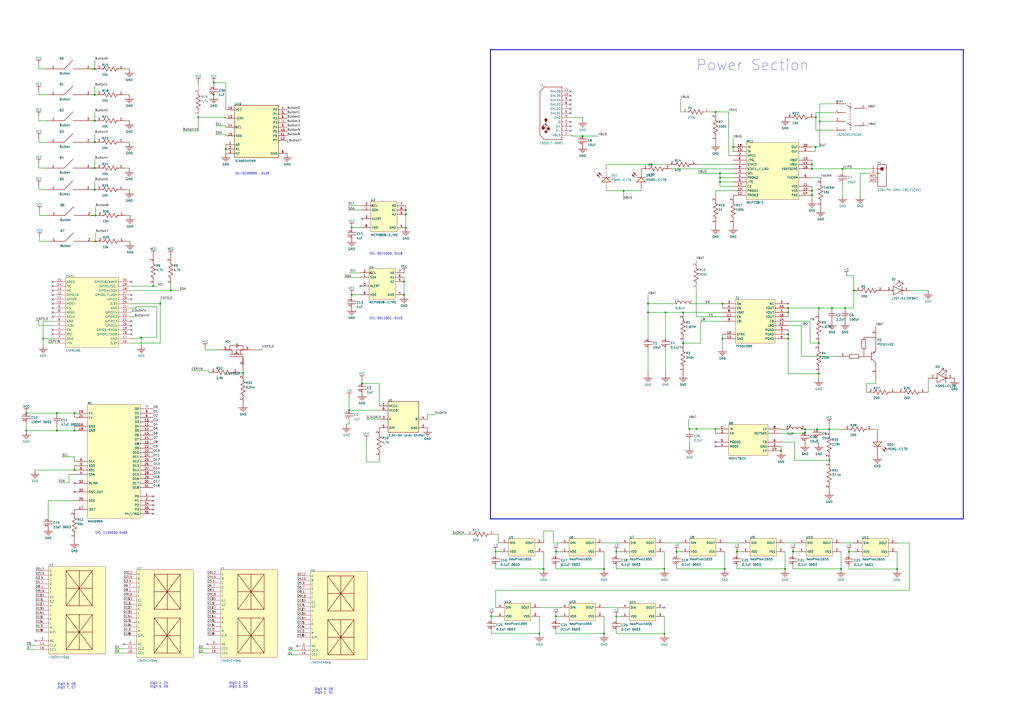
<source format=kicad_sch>
(kicad_sch (version 20250114) (generator "eeschema") (generator_version "9.0")
  (paper "A2")
  (text "i2c: 0100000 , 0x20" (at 136 101.489 0) (effects (font (size 1.27 1.27)) (justify left bottom)))
  (text "Digit 0, O0\nDigit 1, O1" (at 182.48 402.669 0) (effects (font (size 1.27 1.27)) (justify left bottom)))
  (text "Power Section" (at 403.86 41.529 0) (effects (font (size 6.096 6.096)) (justify left bottom)))
  (text "Digit 2, O2\nDigit 3, O3" (at 132.9 399.129 0) (effects (font (size 1.27 1.27)) (justify left bottom)))
  (text "i2C: 1100000 0x60" (at 55 309.989 0) (effects (font (size 1.27 1.27)) (justify left bottom)))
  (text "Digit 4, O4\nDigit 5, O5" (at 86.86 399.129 0) (effects (font (size 1.27 1.27)) (justify left bottom)))
  (text "i2C: 0011000, 0x18" (at 214 147.989 0) (effects (font (size 1.27 1.27)) (justify left bottom)))
  (text "i2C: 0011001, 0x19" (at 214 185.489 0) (effects (font (size 1.27 1.27)) (justify left bottom)))
  (text "Digit 6, O6\nDigit 7, O7" (at 33.28 399.669 0) (effects (font (size 1.27 1.27)) (justify left bottom)))
  (junction (at 492.5 320.069))
  (junction (at 55 82.489))
  (junction (at 82 195.769))
  (junction (at 55 54.989))
  (junction (at 55.44 124.989))
  (junction (at 234.4 170.989))
  (junction (at 357.5 357.569))
  (junction (at 417.66 105.569))
  (junction (at 419.1 196.469))
  (junction (at 415 248.829))
  (junction (at 415.12 64.929))
  (junction (at 473 85.249))
  (junction (at 287.5 319.989))
  (junction (at 474.98 199.009))
  (junction (at 495.3 168.529))
  (junction (at 210 222.489))
  (junction (at 482.6 178.689))
  (junction (at 457.2 196.469))
  (junction (at 55 39.989))
  (junction (at 419.1 176.149))
  (junction (at 93 176.129))
  (junction (at 131 86.449))
  (junction (at 25 196.469))
  (junction (at 385.4 329.989))
  (junction (at 124 54.989))
  (junction (at 467 248.989))
  (junction (at 425.28 85.249))
  (junction (at 481 266.989))
  (junction (at 141 216.209))
  (junction (at 404 248.829))
  (junction (at 315.4 329.989))
  (junction (at 427.5 319.989))
  (junction (at 474 248.989))
  (junction (at 417.66 100.489))
  (junction (at 471 97.949))
  (junction (at 33.02 249.809))
  (junction (at 396.24 199.009))
  (junction (at 99.06 168.529))
  (junction (at 375.92 176.149))
  (junction (at 471 95.409))
  (junction (at 417.66 103.029))
  (junction (at 43.18 249.809))
  (junction (at 234.4 163.369))
  (junction (at 455.4 329.989))
  (junction (at 235.4 121.829))
  (junction (at 285 357.489))
  (junction (at 420.4 329.989))
  (junction (at 55 69.989))
  (junction (at 473.28 67.989))
  (junction (at 55.44 139.989))
  (junction (at 460 319.989))
  (junction (at 322.5 357.489))
  (junction (at 357.5 319.989))
  (junction (at 33.02 239.649))
  (junction (at 88.9 165.989))
  (junction (at 400 248.829))
  (junction (at 457.2 193.929))
  (junction (at 15.24 249.809))
  (junction (at 474.98 216.789))
  (junction (at 350.4 367.489))
  (junction (at 467 250.909))
  (junction (at 386.08 181.229))
  (junction (at 520.4 330.069))
  (junction (at 457.2 181.229))
  (junction (at 471 110.649))
  (junction (at 457.2 178.689))
  (junction (at 488.78 97.949))
  (junction (at 474.98 178.689))
  (junction (at 453.1 261.529))
  (junction (at 322.5 319.989))
  (junction (at 396.24 181.229))
  (junction (at 124 47.989))
  (junction (at 204 131.989))
  (junction (at 43.18 239.649))
  (junction (at 350.4 329.989))
  (junction (at 471 113.189))
  (junction (at 202.5 237.989))
  (junction (at 375.92 181.229))
  (junction (at 361.78 110.649))
  (junction (at 204 170.989))
  (junction (at 475.5 70.409))
  (junction (at 43.18 272.669))
  (junction (at 481 248.989))
  (junction (at 338 78.909))
  (junction (at 392.5 319.989))
  (junction (at 312.9 367.489))
  (junction (at 487.9 329.989))
  (junction (at 15.24 239.649))
  (junction (at 235.4 131.989))
  (junction (at 385.4 367.569))
  (junction (at 55 97.489))
  (junction (at 235.4 124.369))
  (junction (at 115 67.989))
  (junction (at 55 109.989))
  (junction (at 490.22 178.689))
  (no_connect (at 457.2 176.149))
  (no_connect (at 331 63.149))
  (no_connect (at 88.9 295.529))
  (no_connect (at 30.48 181.229))
  (no_connect (at 331 55.529))
  (no_connect (at 331 58.069))
  (no_connect (at 89 297.989))
  (no_connect (at 30.48 171.069))
  (no_connect (at 209 165.909))
  (no_connect (at 415 258.989))
  (no_connect (at 30.48 168.529))
  (no_connect (at 172.32 374.729))
  (no_connect (at 210 126.909))
  (no_connect (at 30.48 193.929))
  (no_connect (at 43.18 280.289))
  (no_connect (at 76.2 188.849))
  (no_connect (at 30.48 165.989))
  (no_connect (at 331 75.849))
  (no_connect (at 20.58 371.729))
  (no_connect (at 89 287.989))
  (no_connect (at 30.48 176.149))
  (no_connect (at 88.9 292.989))
  (no_connect (at 30.48 178.689))
  (no_connect (at 331 65.689))
  (no_connect (at 43.18 285.369))
  (no_connect (at 331 60.609))
  (no_connect (at 415 256.449))
  (no_connect (at 71.62 373.729))
  (no_connect (at 30.48 183.769))
  (no_connect (at 331 52.989))
  (no_connect (at 331 73.309))
  (no_connect (at 76.2 186.309))
  (no_connect (at 385.4 352.489))
  (no_connect (at 331 70.769))
  (no_connect (at 76.2 193.929))
  (no_connect (at 30.48 173.609))
  (no_connect (at 120.2 373.729))
  (no_connect (at 30.48 163.449))
  (no_connect (at 30.48 191.389))
  (no_connect (at 76.2 173.609))
  (no_connect (at 76.2 163.449))
  (no_connect (at 76.2 191.389))
  (no_connect (at 88.9 290.449))
  (no_connect (at 76.2 171.069))
  (wire (pts (xy 252.5 240.489) (xy 247.94 240.489)) (stroke (width 0.254)))
  (wire (pts (xy 234.4 163.369) (xy 234.4 170.989)) (stroke (width 0.254)))
  (wire (pts (xy 52.94 124.989) (xy 55.44 124.989)) (stroke (width 0.254)))
  (wire (pts (xy 495.3 178.689) (xy 495.3 168.529)) (stroke (width 0.254)))
  (wire (pts (xy 30.48 199.009) (xy 28 199.009)) (stroke (width 0.254)))
  (wire (pts (xy 119 202.989) (xy 119 201.989)) (stroke (width 0.254)))
  (wire (pts (xy 453.1 258.989) (xy 453.1 261.529)) (stroke (width 0.254)))
  (wire (pts (xy 147.32 202.989) (xy 152 202.989)) (stroke (width 0.254)))
  (wire (pts (xy 22.5 109.989) (xy 22.5 107.489)) (stroke (width 0.254)))
  (polyline (pts (xy 284.48 300.989) (xy 558.8 300.989)) (stroke (width 0.508) (type solid)))
  (wire (pts (xy 321 307.989) (xy 321 314.909)) (stroke (width 0.254)))
  (wire (pts (xy 338 68.229) (xy 338 68.989)) (stroke (width 0.254)))
  (wire (pts (xy 204 170.989) (xy 204 172.909)) (stroke (width 0.254)))
  (wire (pts (xy 453.1 256.449) (xy 461 256.449)) (stroke (width 0.254)))
  (wire (pts (xy 75.44 139.989) (xy 73.22 139.989)) (stroke (width 0.254)))
  (wire (pts (xy 209 160.989) (xy 200 160.989)) (stroke (width 0.254)))
  (wire (pts (xy 473.28 67.989) (xy 473.28 65.329)) (stroke (width 0.254)))
  (wire (pts (xy 406.4 186.309) (xy 406.4 199.009)) (stroke (width 0.254)))
  (wire (pts (xy 475.5 60.249) (xy 483 60.249)) (stroke (width 0.254)))
  (wire (pts (xy 287.5 319.989) (xy 290 319.989)) (stroke (width 0.254)))
  (wire (pts (xy 471 95.409) (xy 471 97.949)) (stroke (width 0.254)))
  (wire (pts (xy 474.98 216.789) (xy 474.98 219.329)) (stroke (width 0.254)))
  (wire (pts (xy 55 54.989) (xy 55 49.989)) (stroke (width 0.254)))
  (wire (pts (xy 55 69.989) (xy 55 64.989)) (stroke (width 0.254)))
  (wire (pts (xy 399.5 248.829) (xy 400 248.829)) (stroke (width 0.254)))
  (wire (pts (xy 212.5 267.989) (xy 212.5 255.489)) (stroke (width 0.254)))
  (wire (pts (xy 141 216.209) (xy 141 217.989)) (stroke (width 0.254)))
  (wire (pts (xy 406.4 199.009) (xy 396.24 199.009)) (stroke (width 0.254)))
  (wire (pts (xy 457.2 178.689) (xy 474.98 178.689)) (stroke (width 0.254)))
  (wire (pts (xy 425.28 100.489) (xy 417.66 100.489)) (stroke (width 0.254)))
  (wire (pts (xy 322.5 327.489) (xy 322.5 329.989)) (stroke (width 0.254)))
  (wire (pts (xy 422.74 90.329) (xy 422.74 64.929)) (stroke (width 0.254)))
  (wire (pts (xy 172.32 377.269) (xy 167.24 377.269)) (stroke (width 0.254)))
  (wire (pts (xy 419.1 196.469) (xy 419.1 201.549)) (stroke (width 0.254)))
  (wire (pts (xy 27.06 69.989) (xy 22.5 69.989)) (stroke (width 0.254)))
  (wire (pts (xy 124 57.989) (xy 124 54.989)) (stroke (width 0.254)))
  (wire (pts (xy 528.32 168.529) (xy 538.48 168.529)) (stroke (width 0.254)))
  (wire (pts (xy 235.4 119.289) (xy 235.4 121.829)) (stroke (width 0.254)))
  (wire (pts (xy 425.28 108.109) (xy 417.66 108.109)) (stroke (width 0.254)))
  (wire (pts (xy 453.1 248.989) (xy 453.1 248.829)) (stroke (width 0.254)))
  (wire (pts (xy 209 160.829) (xy 209 160.989)) (stroke (width 0.254)))
  (wire (pts (xy 471 92.869) (xy 471 95.409)) (stroke (width 0.254)))
  (wire (pts (xy 473 85.249) (xy 471 85.249)) (stroke (width 0.254)))
  (wire (pts (xy 386.08 181.229) (xy 375.92 181.229)) (stroke (width 0.254)))
  (wire (pts (xy 471 97.949) (xy 488.78 97.949)) (stroke (width 0.254)))
  (wire (pts (xy 220 267.989) (xy 212.5 267.989)) (stroke (width 0.254)))
  (wire (pts (xy 75 109.989) (xy 72.78 109.989)) (stroke (width 0.254)))
  (wire (pts (xy 43.18 247.269) (xy 43.18 249.809)) (stroke (width 0.254)))
  (wire (pts (xy 88.9 165.989) (xy 91.44 165.989)) (stroke (width 0.254)))
  (wire (pts (xy 166.56 82.489) (xy 166.56 81.369)) (stroke (width 0.254)))
  (wire (pts (xy 457.2 188.849) (xy 464.82 188.849)) (stroke (width 0.254)))
  (wire (pts (xy 389.72 97.949) (xy 425.28 97.949)) (stroke (width 0.254)))
  (wire (pts (xy 33.02 247.269) (xy 33.02 249.809)) (stroke (width 0.254)))
  (wire (pts (xy 22.94 124.989) (xy 22.94 122.489)) (stroke (width 0.254)))
  (wire (pts (xy 392.5 319.989) (xy 395 319.989)) (stroke (width 0.254)))
  (wire (pts (xy 400 248.829) (xy 404 248.829)) (stroke (width 0.254)))
  (wire (pts (xy 125 72.989) (xy 131 72.989)) (stroke (width 0.254)))
  (wire (pts (xy 361.78 110.649) (xy 371.94 110.649)) (stroke (width 0.254)))
  (wire (pts (xy 350.4 367.489) (xy 350.4 357.489)) (stroke (width 0.254)))
  (wire (pts (xy 331 68.229) (xy 338 68.229)) (stroke (width 0.254)))
  (wire (pts (xy 375.92 216.789) (xy 375.92 201.549)) (stroke (width 0.254)))
  (wire (pts (xy 498.94 100.489) (xy 498.94 113.189)) (stroke (width 0.254)))
  (wire (pts (xy 422.74 64.929) (xy 415.12 64.929)) (stroke (width 0.254)))
  (wire (pts (xy 220 238.029) (xy 202.5 238.029)) (stroke (width 0.254)))
  (wire (pts (xy 474.98 178.689) (xy 474.98 181.229)) (stroke (width 0.254)))
  (wire (pts (xy 322.5 319.989) (xy 325 319.989)) (stroke (width 0.254)))
  (wire (pts (xy 202.5 243.069) (xy 202.5 245.989)) (stroke (width 0.254)))
  (wire (pts (xy 508 219.329) (xy 508 222.489)) (stroke (width 0.254)))
  (wire (pts (xy 453.1 251.369) (xy 467 251.369)) (stroke (width 0.254)))
  (wire (pts (xy 287.5 329.989) (xy 315.4 329.989)) (stroke (width 0.254)))
  (wire (pts (xy 427.5 319.989) (xy 430 319.989)) (stroke (width 0.254)))
  (wire (pts (xy 357.5 365.069) (xy 357.5 367.569)) (stroke (width 0.254)))
  (wire (pts (xy 322.5 329.989) (xy 350.4 329.989)) (stroke (width 0.254)))
  (wire (pts (xy 471 113.189) (xy 471 115.729)) (stroke (width 0.254)))
  (wire (pts (xy 474 256.989) (xy 475 256.989)) (stroke (width 0.254)))
  (wire (pts (xy 357.5 329.989) (xy 385.4 329.989)) (stroke (width 0.254)))
  (wire (pts (xy 20.58 376.809) (xy 15.5 376.809)) (stroke (width 0.254)))
  (wire (pts (xy 392.5 329.989) (xy 420.4 329.989)) (stroke (width 0.254)))
  (wire (pts (xy 15.24 249.809) (xy 15.24 244.729)) (stroke (width 0.254)))
  (wire (pts (xy 386.08 181.229) (xy 386.08 196.469)) (stroke (width 0.254)))
  (wire (pts (xy 210 220.489) (xy 210 222.489)) (stroke (width 0.254)))
  (wire (pts (xy 285 367.489) (xy 312.9 367.489)) (stroke (width 0.254)))
  (wire (pts (xy 415 251.369) (xy 415 248.829)) (stroke (width 0.254)))
  (wire (pts (xy 247.94 240.489) (xy 247.94 243.109)) (stroke (width 0.254)))
  (wire (pts (xy 474 254.069) (xy 474 256.989)) (stroke (width 0.254)))
  (wire (pts (xy 209 158.289) (xy 203 158.289)) (stroke (width 0.254)))
  (wire (pts (xy 22.5 82.489) (xy 22.5 79.989)) (stroke (width 0.254)))
  (wire (pts (xy 460 319.989) (xy 460 322.409)) (stroke (width 0.254)))
  (wire (pts (xy 81.28 198.989) (xy 93 198.989)) (stroke (width 0.254)))
  (wire (pts (xy 467 256.989) (xy 467 255.989)) (stroke (width 0.254)))
  (wire (pts (xy 140.7 215.989) (xy 140.7 216.209)) (stroke (width 0.254)))
  (wire (pts (xy 52.94 139.989) (xy 55.44 139.989)) (stroke (width 0.254)))
  (wire (pts (xy 125 77.989) (xy 131 77.989)) (stroke (width 0.254)))
  (wire (pts (xy 509 248.989) (xy 509 251.289)) (stroke (width 0.254)))
  (wire (pts (xy 475.5 70.409) (xy 483 70.409)) (stroke (width 0.254)))
  (wire (pts (xy 492.5 330.069) (xy 520.4 330.069)) (stroke (width 0.254)))
  (wire (pts (xy 22.94 139.989) (xy 22.94 137.489)) (stroke (width 0.254)))
  (wire (pts (xy 396.24 181.229) (xy 386.08 181.229)) (stroke (width 0.254)))
  (wire (pts (xy 99.06 168.529) (xy 99.06 165.989)) (stroke (width 0.254)))
  (wire (pts (xy 82 195.769) (xy 82 199.989)) (stroke (width 0.254)))
  (wire (pts (xy 520.4 314.989) (xy 527.5 314.989)) (stroke (width 0.254)))
  (wire (pts (xy 115 47.989) (xy 115 50.209)) (stroke (width 0.254)))
  (wire (pts (xy 375.92 181.229) (xy 375.92 196.469)) (stroke (width 0.254)))
  (wire (pts (xy 481 248.989) (xy 481 245.989)) (stroke (width 0.254)))
  (wire (pts (xy 331.78 78.389) (xy 331.78 78.909)) (stroke (width 0.254)))
  (wire (pts (xy 27.94 290.449) (xy 27.94 300.609)) (stroke (width 0.254)))
  (wire (pts (xy 488.78 113.189) (xy 488.78 105.569)) (stroke (width 0.254)))
  (wire (pts (xy 220 243.109) (xy 212.5 243.109)) (stroke (width 0.254)))
  (wire (pts (xy 22.5 185.989) (xy 21 185.989)) (stroke (width 0.254)))
  (polyline (pts (xy 558.8 28.829) (xy 558.8 300.989)) (stroke (width 0.508) (type solid)))
  (wire (pts (xy 139 215.989) (xy 140.7 215.989)) (stroke (width 0.254)))
  (wire (pts (xy 427.5 319.989) (xy 427.5 322.409)) (stroke (width 0.254)))
  (wire (pts (xy 209 170.989) (xy 204 170.989)) (stroke (width 0.254)))
  (wire (pts (xy 487.9 314.909) (xy 495 314.909)) (stroke (width 0.254)))
  (wire (pts (xy 427.5 329.989) (xy 455.4 329.989)) (stroke (width 0.254)))
  (wire (pts (xy 289 309.989) (xy 287.78 309.989)) (stroke (width 0.254)))
  (wire (pts (xy 210 121.829) (xy 202 121.829)) (stroke (width 0.254)))
  (wire (pts (xy 419.1 176.149) (xy 401.32 176.149)) (stroke (width 0.254)))
  (wire (pts (xy 167.5 82.489) (xy 166.56 82.489)) (stroke (width 0.254)))
  (wire (pts (xy 91 177.989) (xy 78.74 177.989)) (stroke (width 0.254)))
  (wire (pts (xy 483 75.489) (xy 473.28 75.489)) (stroke (width 0.254)))
  (wire (pts (xy 375.92 176.149) (xy 375.92 171.069)) (stroke (width 0.254)))
  (wire (pts (xy 78.74 177.989) (xy 78.74 178.689)) (stroke (width 0.254)))
  (wire (pts (xy 357.5 319.989) (xy 357.5 322.409)) (stroke (width 0.254)))
  (wire (pts (xy 93 176.129) (xy 93 173.989)) (stroke (width 0.254)))
  (wire (pts (xy 75 39.989) (xy 72.78 39.989)) (stroke (width 0.254)))
  (wire (pts (xy 121.22 215.989) (xy 121.22 214.989)) (stroke (width 0.254)))
  (wire (pts (xy 43.18 272.669) (xy 20.32 272.669)) (stroke (width 0.254)))
  (wire (pts (xy 471 87.789) (xy 473 87.789)) (stroke (width 0.254)))
  (wire (pts (xy 71.62 376.269) (xy 66.54 376.269)) (stroke (width 0.254)))
  (wire (pts (xy 20.58 374.269) (xy 15.5 374.269)) (stroke (width 0.254)))
  (wire (pts (xy 417.66 108.109) (xy 417.66 105.569)) (stroke (width 0.254)))
  (wire (pts (xy 427.5 327.489) (xy 427.5 329.989)) (stroke (width 0.254)))
  (wire (pts (xy 404.96 95.409) (xy 425.28 95.409)) (stroke (width 0.254)))
  (wire (pts (xy 457.2 193.929) (xy 457.2 196.469)) (stroke (width 0.254)))
  (wire (pts (xy 467 251.369) (xy 467 250.909)) (stroke (width 0.254)))
  (wire (pts (xy 403.86 183.769) (xy 403.86 168.529)) (stroke (width 0.254)))
  (wire (pts (xy 131 77.989) (xy 131 78.829)) (stroke (width 0.254)))
  (wire (pts (xy 43.18 290.449) (xy 27.94 290.449)) (stroke (width 0.254)))
  (wire (pts (xy 141 214.419) (xy 140.97 214.419)) (stroke (width 0.254)))
  (wire (pts (xy 419.1 183.769) (xy 403.86 183.769)) (stroke (width 0.254)))
  (wire (pts (xy 386.08 216.789) (xy 386.08 201.549)) (stroke (width 0.254)))
  (wire (pts (xy 167 379.809) (xy 167 379.989)) (stroke (width 0.254)))
  (wire (pts (xy 474 248.989) (xy 481 248.989)) (stroke (width 0.254)))
  (wire (pts (xy 106 75.989) (xy 115 75.989)) (stroke (width 0.254)))
  (wire (pts (xy 482.6 178.689) (xy 490.22 178.689)) (stroke (width 0.254)))
  (wire (pts (xy 461 256.449) (xy 461 266.989)) (stroke (width 0.254)))
  (wire (pts (xy 467 248.989) (xy 474 248.989)) (stroke (width 0.254)))
  (wire (pts (xy 473.28 65.329) (xy 483 65.329)) (stroke (width 0.254)))
  (wire (pts (xy 467 248.989) (xy 466.16 248.989)) (stroke (width 0.254)))
  (wire (pts (xy 285 364.989) (xy 285 367.489)) (stroke (width 0.254)))
  (wire (pts (xy 115 75.989) (xy 115 67.989)) (stroke (width 0.254)))
  (wire (pts (xy 202 121.829) (xy 202 121.989)) (stroke (width 0.254)))
  (wire (pts (xy 78 183.989) (xy 78 183.769)) (stroke (width 0.254)))
  (wire (pts (xy 52.5 82.489) (xy 55 82.489)) (stroke (width 0.254)))
  (wire (pts (xy 385.4 314.909) (xy 395 314.909)) (stroke (width 0.254)))
  (wire (pts (xy 460 329.989) (xy 487.9 329.989)) (stroke (width 0.254)))
  (wire (pts (xy 52.5 109.989) (xy 55 109.989)) (stroke (width 0.254)))
  (wire (pts (xy 210 131.989) (xy 204 131.989)) (stroke (width 0.254)))
  (wire (pts (xy 506.78 248.989) (xy 509 248.989)) (stroke (width 0.254)))
  (wire (pts (xy 22.5 188.849) (xy 22.5 185.989)) (stroke (width 0.254)))
  (wire (pts (xy 415.12 64.929) (xy 412.58 64.929)) (stroke (width 0.254)))
  (wire (pts (xy 289 314.909) (xy 289 309.989)) (stroke (width 0.254)))
  (wire (pts (xy 502.5 222.489) (xy 502.5 227.489)) (stroke (width 0.254)))
  (wire (pts (xy 315.4 307.989) (xy 321 307.989)) (stroke (width 0.254)))
  (wire (pts (xy 322.5 357.489) (xy 325 357.489)) (stroke (width 0.254)))
  (polyline (pts (xy 284.48 300.989) (xy 284.48 28.829)) (stroke (width 0.508) (type solid)))
  (wire (pts (xy 455.4 314.909) (xy 462.5 314.909)) (stroke (width 0.254)))
  (wire (pts (xy 30.48 188.849) (xy 22.5 188.849)) (stroke (width 0.254)))
  (wire (pts (xy 82 195.769) (xy 91 195.769)) (stroke (width 0.254)))
  (wire (pts (xy 419.1 186.309) (xy 406.4 186.309)) (stroke (width 0.254)))
  (wire (pts (xy 43.18 275.209) (xy 40 275.209)) (stroke (width 0.254)))
  (wire (pts (xy 461 266.989) (xy 481 266.989)) (stroke (width 0.254)))
  (wire (pts (xy 78.74 176.129) (xy 78.74 176.149)) (stroke (width 0.254)))
  (wire (pts (xy 71.62 378.809) (xy 66.54 378.809)) (stroke (width 0.254)))
  (wire (pts (xy 78.74 178.689) (xy 76.2 178.689)) (stroke (width 0.254)))
  (wire (pts (xy 33.02 249.809) (xy 15.24 249.809)) (stroke (width 0.254)))
  (wire (pts (xy 315.4 329.989) (xy 315.4 319.989)) (stroke (width 0.254)))
  (wire (pts (xy 76.2 196.469) (xy 81.28 196.469)) (stroke (width 0.254)))
  (wire (pts (xy 27.5 139.989) (xy 22.94 139.989)) (stroke (width 0.254)))
  (wire (pts (xy 475.5 85.249) (xy 475.5 70.409)) (stroke (width 0.254)))
  (wire (pts (xy 22.5 97.489) (xy 22.5 94.989)) (stroke (width 0.254)))
  (wire (pts (xy 202.5 245.989) (xy 201 245.989)) (stroke (width 0.254)))
  (wire (pts (xy 78 183.769) (xy 76.2 183.769)) (stroke (width 0.254)))
  (wire (pts (xy 99.06 168.529) (xy 104.14 168.529)) (stroke (width 0.254)))
  (wire (pts (xy 357.5 319.989) (xy 360 319.989)) (stroke (width 0.254)))
  (wire (pts (xy 473.28 75.489) (xy 473.28 67.989)) (stroke (width 0.254)))
  (wire (pts (xy 375.92 181.229) (xy 375.92 176.149)) (stroke (width 0.254)))
  (wire (pts (xy 30.48 186.309) (xy 25 186.309)) (stroke (width 0.254)))
  (wire (pts (xy 457.2 191.389) (xy 457.2 193.929)) (stroke (width 0.254)))
  (wire (pts (xy 120.2 378.809) (xy 115.12 378.809)) (stroke (width 0.254)))
  (wire (pts (xy 204 131.989) (xy 204 132.989)) (stroke (width 0.254)))
  (wire (pts (xy 460 327.489) (xy 460 329.989)) (stroke (width 0.254)))
  (wire (pts (xy 131 63.589) (xy 131 47.989)) (stroke (width 0.254)))
  (wire (pts (xy 43.18 264.989) (xy 36 264.989)) (stroke (width 0.254)))
  (wire (pts (xy 400 256.449) (xy 400 258.989)) (stroke (width 0.254)))
  (wire (pts (xy 285 357.489) (xy 285 359.909)) (stroke (width 0.254)))
  (wire (pts (xy 52.5 69.989) (xy 55 69.989)) (stroke (width 0.254)))
  (wire (pts (xy 285 357.489) (xy 287.5 357.489)) (stroke (width 0.254)))
  (wire (pts (xy 115 67.989) (xy 131 67.989)) (stroke (width 0.254)))
  (wire (pts (xy 415 248.829) (xy 404 248.829)) (stroke (width 0.254)))
  (wire (pts (xy 455.4 329.989) (xy 455.4 319.989)) (stroke (width 0.254)))
  (wire (pts (xy 420.4 329.989) (xy 420.4 319.989)) (stroke (width 0.254)))
  (wire (pts (xy 481 248.989) (xy 481 249.209)) (stroke (width 0.254)))
  (wire (pts (xy 52.5 39.989) (xy 55 39.989)) (stroke (width 0.254)))
  (wire (pts (xy 469.9 186.309) (xy 469.9 199.009)) (stroke (width 0.254)))
  (wire (pts (xy 25 196.469) (xy 25 199.989)) (stroke (width 0.254)))
  (wire (pts (xy 420.4 314.909) (xy 430 314.909)) (stroke (width 0.254)))
  (wire (pts (xy 417.66 105.569) (xy 425.28 105.569)) (stroke (width 0.254)))
  (wire (pts (xy 338 78.909) (xy 347.02 78.909)) (stroke (width 0.254)))
  (wire (pts (xy 52.5 97.489) (xy 55 97.489)) (stroke (width 0.254)))
  (wire (pts (xy 457.2 181.229) (xy 457.2 178.689)) (stroke (width 0.254)))
  (wire (pts (xy 322.5 319.989) (xy 322.5 322.409)) (stroke (width 0.254)))
  (wire (pts (xy 460 319.989) (xy 462.5 319.989)) (stroke (width 0.254)))
  (wire (pts (xy 419.1 181.229) (xy 396.24 181.229)) (stroke (width 0.254)))
  (wire (pts (xy 131 88.989) (xy 131 86.449)) (stroke (width 0.254)))
  (wire (pts (xy 81.28 199.009) (xy 81.28 198.989)) (stroke (width 0.254)))
  (wire (pts (xy 43.18 267.589) (xy 43.18 264.989)) (stroke (width 0.254)))
  (wire (pts (xy 212.5 243.109) (xy 212.5 242.989)) (stroke (width 0.254)))
  (wire (pts (xy 172.32 379.809) (xy 167 379.809)) (stroke (width 0.254)))
  (wire (pts (xy 27.5 124.989) (xy 22.94 124.989)) (stroke (width 0.254)))
  (wire (pts (xy 30.48 196.469) (xy 25 196.469)) (stroke (width 0.254)))
  (wire (pts (xy 321 314.909) (xy 325 314.909)) (stroke (width 0.254)))
  (wire (pts (xy 75 69.989) (xy 72.78 69.989)) (stroke (width 0.254)))
  (wire (pts (xy 312.9 367.489) (xy 312.9 357.489)) (stroke (width 0.254)))
  (wire (pts (xy 27.06 109.989) (xy 22.5 109.989)) (stroke (width 0.254)))
  (wire (pts (xy 351.62 97.949) (xy 351.62 95.409)) (stroke (width 0.254)))
  (wire (pts (xy 361.78 110.649) (xy 361.78 115.729)) (stroke (width 0.254)))
  (wire (pts (xy 467 250.909) (xy 467 248.989)) (stroke (width 0.254)))
  (wire (pts (xy 419.1 178.689) (xy 419.1 176.149)) (stroke (width 0.254)))
  (wire (pts (xy 22.5 54.989) (xy 22.5 52.489)) (stroke (width 0.254)))
  (wire (pts (xy 508 222.489) (xy 502.5 222.489)) (stroke (width 0.254)))
  (wire (pts (xy 357.5 357.569) (xy 360 357.569)) (stroke (width 0.254)))
  (wire (pts (xy 235.4 131.989) (xy 235.4 124.369)) (stroke (width 0.254)))
  (wire (pts (xy 75 97.489) (xy 72.78 97.489)) (stroke (width 0.254)))
  (wire (pts (xy 131 67.989) (xy 131 68.669)) (stroke (width 0.254)))
  (wire (pts (xy 78.74 176.149) (xy 76.2 176.149)) (stroke (width 0.254)))
  (wire (pts (xy 385.4 329.989) (xy 385.4 319.989)) (stroke (width 0.254)))
  (wire (pts (xy 392.5 319.989) (xy 392.5 322.409)) (stroke (width 0.254)))
  (wire (pts (xy 33.02 239.649) (xy 43.18 239.649)) (stroke (width 0.254)))
  (wire (pts (xy 220 265.969) (xy 220 267.989)) (stroke (width 0.254)))
  (wire (pts (xy 391.16 176.149) (xy 375.92 176.149)) (stroke (width 0.254)))
  (wire (pts (xy 131 47.989) (xy 124 47.989)) (stroke (width 0.254)))
  (wire (pts (xy 471 103.029) (xy 476.08 103.029)) (stroke (width 0.254)))
  (wire (pts (xy 81.28 195.769) (xy 82 195.769)) (stroke (width 0.254)))
  (wire (pts (xy 287.5 319.989) (xy 287.5 322.409)) (stroke (width 0.254)))
  (wire (pts (xy 425.28 85.249) (xy 425.28 80.169)) (stroke (width 0.254)))
  (wire (pts (xy 520.28 227.489) (xy 520 227.489)) (stroke (width 0.254)))
  (wire (pts (xy 203 158.289) (xy 203 157.989)) (stroke (width 0.254)))
  (wire (pts (xy 492.5 320.069) (xy 495 320.069)) (stroke (width 0.254)))
  (wire (pts (xy 55 109.989) (xy 55 104.989)) (stroke (width 0.254)))
  (wire (pts (xy 464.82 206.629) (xy 485.14 206.629)) (stroke (width 0.254)))
  (wire (pts (xy 22.5 69.989) (xy 22.5 67.489)) (stroke (width 0.254)))
  (wire (pts (xy 270 309.989) (xy 262.5 309.989)) (stroke (width 0.254)))
  (wire (pts (xy 385.4 367.569) (xy 385.4 357.569)) (stroke (width 0.254)))
  (wire (pts (xy 471 108.109) (xy 471 110.649)) (stroke (width 0.254)))
  (wire (pts (xy 40 279.989) (xy 34 279.989)) (stroke (width 0.254)))
  (polyline (pts (xy 558.8 28.829) (xy 284.48 28.829)) (stroke (width 0.508) (type solid)))
  (wire (pts (xy 488.78 97.949) (xy 488.78 100.489)) (stroke (width 0.254)))
  (wire (pts (xy 425.28 103.029) (xy 417.66 103.029)) (stroke (width 0.254)))
  (wire (pts (xy 287.5 327.489) (xy 287.5 329.989)) (stroke (width 0.254)))
  (wire (pts (xy 202 119.289) (xy 202 118.989)) (stroke (width 0.254)))
  (wire (pts (xy 91 195.769) (xy 91 177.989)) (stroke (width 0.254)))
  (wire (pts (xy 490.22 178.689) (xy 495.3 178.689)) (stroke (width 0.254)))
  (wire (pts (xy 312.9 352.409) (xy 325 352.409)) (stroke (width 0.254)))
  (wire (pts (xy 527.5 342.489) (xy 287.5 342.489)) (stroke (width 0.254)))
  (wire (pts (xy 538.48 219.329) (xy 538.48 227.489)) (stroke (width 0.254)))
  (wire (pts (xy 488.78 97.949) (xy 504.02 97.949)) (stroke (width 0.254)))
  (wire (pts (xy 394.8 57.309) (xy 394.8 64.929)) (stroke (width 0.254)))
  (wire (pts (xy 415.12 110.649) (xy 415.12 113.189)) (stroke (width 0.254)))
  (wire (pts (xy 457.2 186.309) (xy 469.9 186.309)) (stroke (width 0.254)))
  (wire (pts (xy 495 314.909) (xy 495 314.989)) (stroke (width 0.254)))
  (wire (pts (xy 425.28 87.789) (xy 425.28 85.249)) (stroke (width 0.254)))
  (wire (pts (xy 457.2 196.469) (xy 457.2 216.789)) (stroke (width 0.254)))
  (wire (pts (xy 503.32 72.909) (xy 503.32 72.949)) (stroke (width 0.254)))
  (wire (pts (xy 322.5 364.989) (xy 322.5 367.489)) (stroke (width 0.254)))
  (wire (pts (xy 350.4 352.409) (xy 360 352.409)) (stroke (width 0.254)))
  (wire (pts (xy 527.5 314.989) (xy 527.5 342.489)) (stroke (width 0.254)))
  (wire (pts (xy 503.64 72.909) (xy 503.32 72.909)) (stroke (width 0.254)))
  (wire (pts (xy 131 72.989) (xy 131 73.749)) (stroke (width 0.254)))
  (wire (pts (xy 40 275.209) (xy 40 279.989)) (stroke (width 0.254)))
  (wire (pts (xy 457.2 183.769) (xy 457.2 181.229)) (stroke (width 0.254)))
  (wire (pts (xy 487.9 329.989) (xy 487.9 319.989)) (stroke (width 0.254)))
  (wire (pts (xy 357.5 327.489) (xy 357.5 329.989)) (stroke (width 0.254)))
  (wire (pts (xy 152 202.989) (xy 152 201.989)) (stroke (width 0.254)))
  (wire (pts (xy 75 54.989) (xy 72.78 54.989)) (stroke (width 0.254)))
  (wire (pts (xy 210 222.489) (xy 220 222.489)) (stroke (width 0.254)))
  (wire (pts (xy 473 87.789) (xy 473 85.249)) (stroke (width 0.254)))
  (wire (pts (xy 140.7 216.209) (xy 141 216.209)) (stroke (width 0.254)))
  (wire (pts (xy 43.18 270.129) (xy 43.18 272.669)) (stroke (width 0.254)))
  (wire (pts (xy 351.62 110.649) (xy 361.78 110.649)) (stroke (width 0.254)))
  (wire (pts (xy 52.5 54.989) (xy 55 54.989)) (stroke (width 0.254)))
  (wire (pts (xy 202.5 237.989) (xy 202.5 230.489)) (stroke (width 0.254)))
  (wire (pts (xy 425.28 110.649) (xy 415.12 110.649)) (stroke (width 0.254)))
  (wire (pts (xy 81.28 196.469) (xy 81.28 195.769)) (stroke (width 0.254)))
  (wire (pts (xy 22.5 39.989) (xy 22.5 37.489)) (stroke (width 0.254)))
  (wire (pts (xy 492.5 320.069) (xy 492.5 322.489)) (stroke (width 0.254)))
  (wire (pts (xy 121.22 214.989) (xy 111 214.989)) (stroke (width 0.254)))
  (wire (pts (xy 93 198.989) (xy 93 176.129)) (stroke (width 0.254)))
  (wire (pts (xy 464.82 188.849) (xy 464.82 206.629)) (stroke (width 0.254)))
  (wire (pts (xy 120.2 376.269) (xy 115.12 376.269)) (stroke (width 0.254)))
  (wire (pts (xy 234.4 160.829) (xy 234.4 163.369)) (stroke (width 0.254)))
  (wire (pts (xy 131 86.449) (xy 131 83.909)) (stroke (width 0.254)))
  (wire (pts (xy 141 216.209) (xy 141 214.419)) (stroke (width 0.254)))
  (wire (pts (xy 220 222.489) (xy 220 235.489)) (stroke (width 0.254)))
  (wire (pts (xy 15.24 239.649) (xy 33.02 239.649)) (stroke (width 0.254)))
  (wire (pts (xy 357.5 357.569) (xy 357.5 359.989)) (stroke (width 0.254)))
  (wire (pts (xy 473 85.249) (xy 475.5 85.249)) (stroke (width 0.254)))
  (wire (pts (xy 315.4 314.909) (xy 315.4 307.989)) (stroke (width 0.254)))
  (wire (pts (xy 419.1 193.929) (xy 419.1 196.469)) (stroke (width 0.254)))
  (wire (pts (xy 538.48 227.489) (xy 537.78 227.489)) (stroke (width 0.254)))
  (wire (pts (xy 290 314.909) (xy 289 314.909)) (stroke (width 0.254)))
  (wire (pts (xy 210 119.289) (xy 202 119.289)) (stroke (width 0.254)))
  (wire (pts (xy 495.3 168.529) (xy 495.3 159.989)) (stroke (width 0.254)))
  (wire (pts (xy 350.4 329.989) (xy 350.4 319.989)) (stroke (width 0.254)))
  (wire (pts (xy 55.44 124.989) (xy 55.44 119.989)) (stroke (width 0.254)))
  (wire (pts (xy 425.28 90.329) (xy 422.74 90.329)) (stroke (width 0.254)))
  (wire (pts (xy 75 82.489) (xy 72.78 82.489)) (stroke (width 0.254)))
  (wire (pts (xy 25 186.309) (xy 25 196.469)) (stroke (width 0.254)))
  (wire (pts (xy 456 248.989) (xy 453.1 248.989)) (stroke (width 0.254)))
  (wire (pts (xy 202.5 238.029) (xy 202.5 237.989)) (stroke (width 0.254)))
  (wire (pts (xy 417.66 100.489) (xy 417.66 103.029)) (stroke (width 0.254)))
  (wire (pts (xy 76.2 168.529) (xy 99.06 168.529)) (stroke (width 0.254)))
  (wire (pts (xy 417.66 100.489) (xy 404.96 100.489)) (stroke (width 0.254)))
  (wire (pts (xy 93 176.129) (xy 78.74 176.129)) (stroke (width 0.254)))
  (wire (pts (xy 124 49.909) (xy 124 47.989)) (stroke (width 0.254)))
  (wire (pts (xy 43.18 239.649) (xy 43.18 242.189)) (stroke (width 0.254)))
  (wire (pts (xy 27.06 39.989) (xy 22.5 39.989)) (stroke (width 0.254)))
  (wire (pts (xy 27.06 54.989) (xy 22.5 54.989)) (stroke (width 0.254)))
  (wire (pts (xy 28 199.009) (xy 28 198.989)) (stroke (width 0.254)))
  (wire (pts (xy 75.44 124.989) (xy 73.22 124.989)) (stroke (width 0.254)))
  (wire (pts (xy 76.2 165.989) (xy 88.9 165.989)) (stroke (width 0.254)))
  (wire (pts (xy 55.44 139.989) (xy 55.44 134.989)) (stroke (width 0.254)))
  (wire (pts (xy 200 160.989) (xy 200 161.149)) (stroke (width 0.254)))
  (wire (pts (xy 474.98 178.689) (xy 482.6 178.689)) (stroke (width 0.254)))
  (wire (pts (xy 417.66 103.029) (xy 417.66 105.569)) (stroke (width 0.254)))
  (wire (pts (xy 357.5 367.569) (xy 385.4 367.569)) (stroke (width 0.254)))
  (wire (pts (xy 457.2 216.789) (xy 474.98 216.789)) (stroke (width 0.254)))
  (wire (pts (xy 287.5 342.489) (xy 287.5 352.409)) (stroke (width 0.254)))
  (wire (pts (xy 471 110.649) (xy 471 113.189)) (stroke (width 0.254)))
  (wire (pts (xy 469.9 199.009) (xy 474.98 199.009)) (stroke (width 0.254)))
  (wire (pts (xy 360 352.409) (xy 360 352.489)) (stroke (width 0.254)))
  (wire (pts (xy 475.5 70.409) (xy 475.5 60.249)) (stroke (width 0.254)))
  (wire (pts (xy 43.18 249.809) (xy 33.02 249.809)) (stroke (width 0.254)))
  (wire (pts (xy 404 248.829) (xy 404 248.909)) (stroke (width 0.254)))
  (wire (pts (xy 351.62 95.409) (xy 387.18 95.409)) (stroke (width 0.254)))
  (wire (pts (xy 504.02 100.489) (xy 498.94 100.489)) (stroke (width 0.254)))
  (wire (pts (xy 520.4 330.069) (xy 520.4 320.069)) (stroke (width 0.254)))
  (wire (pts (xy 322.5 367.489) (xy 350.4 367.489)) (stroke (width 0.254)))
  (wire (pts (xy 322.5 357.489) (xy 322.5 359.909)) (stroke (width 0.254)))
  (wire (pts (xy 55 97.489) (xy 55 92.489)) (stroke (width 0.254)))
  (wire (pts (xy 331 78.389) (xy 331.78 78.389)) (stroke (width 0.254)))
  (wire (pts (xy 55 39.989) (xy 55 34.989)) (stroke (width 0.254)))
  (wire (pts (xy 55 82.489) (xy 55 77.489)) (stroke (width 0.254)))
  (wire (pts (xy 27.06 82.489) (xy 22.5 82.489)) (stroke (width 0.254)))
  (wire (pts (xy 495.3 159.989) (xy 491 159.989)) (stroke (width 0.254)))
  (wire (pts (xy 350.4 314.909) (xy 360 314.909)) (stroke (width 0.254)))
  (wire (pts (xy 127 202.989) (xy 119 202.989)) (stroke (width 0.254)))
  (wire (pts (xy 235.4 124.369) (xy 235.4 121.829)) (stroke (width 0.254)))
  (wire (pts (xy 331.78 78.909) (xy 338 78.909)) (stroke (width 0.254)))
  (wire (pts (xy 492.5 327.569) (xy 492.5 330.069)) (stroke (width 0.254)))
  (wire (pts (xy 392.5 327.489) (xy 392.5 329.989)) (stroke (width 0.254)))
  (wire (pts (xy 481 248.989) (xy 489 248.989)) (stroke (width 0.254)))
  (wire (pts (xy 76.2 199.009) (xy 81.28 199.009)) (stroke (width 0.254)))
  (wire (pts (xy 399.5 242.989) (xy 399.5 248.829)) (stroke (width 0.254)))
  (wire (pts (xy 27.06 97.489) (xy 22.5 97.489)) (stroke (width 0.254)))
  (label "O13" (at 88.9 270.129 0))
  (label "Button2" (at 166.56 68.669 0))
  (label "ButtonInt" (at 78 183.989 0))
  (label "O16" (at 120.2 363.569 0))
  (label "O10" (at 20.58 346.329 0))
  (label "3.3vDATA" (at 76.2 181.229 0))
  (label "O18" (at 20.58 366.649 0))
  (label "O10" (at 172.32 349.329 0))
  (label "O9" (at 88.9 259.969 0))
  (label "O7" (at 15.5 376.809 0))
  (label "O0" (at 167.24 377.269 0))
  (label "O8" (at 120.2 343.249 0))
  (label "O1" (at 88.9 239.649 0))
  (label "SDA" (at 200 161.149 0))
  (label "O9" (at 71.62 345.789 0))
  (label "O18" (at 120.2 368.649 0))
  (label "" (at 457.2 191.389 0))
  (label "O13" (at 120.2 355.949 0))
  (label "O17" (at 20.58 364.109 0))
  (label "O6" (at 172.32 341.709 0))
  (label "O2" (at 172.32 334.089 0))
  (label "O12" (at 120.2 353.409 0))
  (label "O14" (at 120.2 358.489 0))
  (label "Button0" (at 166.56 63.589 0))
  (label "Button5" (at 166.56 76.289 0))
  (label "O9" (at 172.32 346.789 0))
  (label "Button3" (at 55 77.489 0))
  (label "O5" (at 172.32 339.169 0))
  (label "O16" (at 172.32 364.569 0))
  (label "VLIPO" (at 488.78 97.949 0))
  (label "O18" (at 172.32 369.649 0))
  (label "O6" (at 88.9 252.349 0))
  (label "SCL" (at 203 157.989 0))
  (label "VPCC" (at 422.74 64.929 0))
  (label "ESPVIN" (at 28 198.989 0))
  (label "ButtonInt" (at 106 75.989 0))
  (label "VBAT" (at 503.64 72.909 0))
  (label "VBUS" (at 394.8 57.309 0))
  (label "Button7" (at 167.5 82.489 0))
  (label "O12" (at 172.32 354.409 0))
  (label "O6" (at 120.2 340.709 0))
  (label "VBAT" (at 508 189.103 0))
  (label "O10" (at 120.2 348.329 0))
  (label "O0" (at 20.58 331.089 0))
  (label "O17" (at 172.32 367.109 0))
  (label "Button6" (at 55.44 119.989 0))
  (label "O15" (at 71.62 361.029 0))
  (label "O13" (at 20.58 353.949 0))
  (label "VBAT" (at 403.86 150.749 0))
  (label "VBUS" (at 361.78 115.729 0))
  (label "O1" (at 167 379.989 0))
  (label "Button2" (at 55 64.989 0))
  (label "O2" (at 71.62 335.629 0))
  (label "VBUS" (at 404.96 100.489 0))
  (label "O6" (at 15.5 374.269 0))
  (label "O7" (at 88.9 254.889 0))
  (label "O6" (at 71.62 340.709 0))
  (label "Button1" (at 55 49.989 0))
  (label "VBAT" (at 399.5 242.989 0))
  (label "O17" (at 88.9 280.289 0))
  (label "O0" (at 88.9 237.109 0))
  (label "SCL" (at 125 72.989 0))
  (label "O2" (at 88.9 242.189 0))
  (label "O13" (at 172.32 356.949 0))
  (label "O8" (at 71.62 343.249 0))
  (label "ESP3.3" (at 152 201.989 0))
  (label "O12" (at 20.58 351.409 0))
  (label "LBI" (at 406.4 186.309 0))
  (label "O5" (at 88.9 249.809 0))
  (label "O17" (at 71.62 366.109 0))
  (label "O14" (at 172.32 359.489 0))
  (label "O10" (at 71.62 348.329 0))
  (label "SCL" (at 91.44 165.989 0))
  (label "O14" (at 88.9 272.669 0))
  (label "Button4" (at 55 92.489 0))
  (label "O3" (at 71.62 338.169 0))
  (label "O12" (at 88.9 267.589 0))
  (label "O4" (at 120.2 335.629 0))
  (label "O9" (at 20.58 343.789 0))
  (label "O15" (at 20.58 359.029 0))
  (label "O3" (at 88.9 244.729 0))
  (label "O2" (at 20.58 333.629 0))
  (label "O14" (at 71.62 358.489 0))
  (label "VBAT" (at 503.32 62.789 0))
  (label "O2" (at 115.12 376.269 0))
  (label "ESPVIN" (at 111 214.989 0))
  (label "O8" (at 20.58 341.249 0))
  (label "LBO" (at 464.82 188.849 0))
  (label "O12" (at 71.62 353.409 0))
  (label "O11" (at 120.2 350.869 0))
  (label "O17" (at 120.2 366.109 0))
  (label "OUT" (at 475.5 85.249 0))
  (label "3.3vDATA" (at 212.5 242.989 0))
  (label "Button3" (at 166.56 71.209 0))
  (label "EN" (at 411 183.769 0))
  (label "SW" (at 409 176.149 0))
  (label "SCL" (at 36 264.989 0))
  (label "O8" (at 88.9 257.429 0))
  (label "SDA" (at 125 77.989 0))
  (label "O16" (at 71.62 363.569 0))
  (label "5vDATA" (at 252.5 240.489 0))
  (label "O4" (at 172.32 336.629 0))
  (label "O0" (at 120.2 333.089 0))
  (label "VBUS" (at 425.28 80.169 0))
  (label "O10" (at 88.9 262.509 0))
  (label "O18" (at 71.62 368.649 0))
  (label "O15" (at 172.32 362.029 0))
  (label "O5" (at 66.54 378.809 0))
  (label "O16" (at 20.58 361.569 0))
  (label "SDA" (at 104.14 168.529 0))
  (label "O8" (at 172.32 344.249 0))
  (label "Button0" (at 55 34.989 0))
  (label "O11" (at 71.62 350.869 0))
  (label "O11" (at 88.9 265.049 0))
  (label "Button5" (at 55 104.989 0))
  (label "Button1" (at 166.56 66.129 0))
  (label "O16" (at 88.9 277.749 0))
  (label "5vDATA" (at 262.5 309.989 0))
  (label "SDA" (at 202 121.989 0))
  (label "O4" (at 88.9 247.269 0))
  (label "VBUS" (at 347.02 78.909 0))
  (label "O14" (at 20.58 356.489 0))
  (label "ESP3.3" (at 93 173.989 0))
  (label "THERM" (at 476.08 103.029 0))
  (label "O11" (at 20.58 348.869 0))
  (label "O11" (at 172.32 351.869 0))
  (label "O13" (at 71.62 355.949 0))
  (label "" (at 419.1 193.929 0))
  (label "O15" (at 120.2 361.029 0))
  (label "O18" (at 88.9 282.829 0))
  (label "VBAT" (at 375.92 171.069 0))
  (label "O4" (at 20.58 338.709 0))
  (label "O0" (at 71.62 333.089 0))
  (label "O15" (at 88.9 275.209 0))
  (label "SDA" (at 34 279.989 0))
  (label "O4" (at 66.54 376.269 0))
  (label "O3" (at 115.12 378.809 0))
  (label "Button6" (at 166.56 78.829 0))
  (label "FB" (at 469.9 186.309 0))
  (label "SCL" (at 202 118.989 0))
  (label "Button7" (at 55.44 134.989 0))
  (label "O3" (at 20.58 336.169 0))
  (label "Button4" (at 166.56 73.749 0))
  (label "O9" (at 120.2 345.789 0))
  (label "ESP3.3" (at 21 185.989 0))
  (label "O5" (at 120.2 338.169 0))
  (symbol (lib_id "TickerPCB-altium-import:GND") (at 75 82.489 0) (unit 1)
    (property "Reference" "#PWR?" (effects (hide yes)))
    (property "Value" "GND" (at 75 88.839 0))
  )
  (symbol (lib_id "TickerPCB-altium-import:GND") (at 400 258.989 0) (unit 1)
    (property "Reference" "#PWR?" (effects (hide yes)))
    (property "Value" "GND" (at 400 265.339 0))
  )
  (symbol (lib_id "TickerPCB-altium-import:1_1029c3af85768c4190bb7ad29bc67b5") (at 88.9 165.989 0) (unit 1)
    (property "Reference" "R6" (at 90.424 154.813 0) (effects (justify left bottom)))
    (property "Value" "4.7k" (at 90.424 157.353 0) (effects (justify left bottom)))
    (property "Footprint" "FP-CRCW0603-e3-MFG" (effects (hide yes)))
    (property "MAX OPERATING TEMPERATURE" "155°C" (effects (hide yes)))
    (property "NUMBER OF PINS" "2" (effects (hide yes)))
    (property "CASE CODE (IMPERIAL)" "0603" (effects (hide yes)))
    (property "MAX POWER DISSIPATION" "100mW" (effects (hide yes)))
    (property "WIDTH" "0.033inch" (effects (hide yes)))
    (property "POWER RATING" "100mW" (effects (hide yes)))
    (property "NUMBER OF TERMINATIONS" "2" (effects (hide yes)))
    (property "PACKAGE QUANTITY" "10" (effects (hide yes)))
    (property "WEIGHT" "7.1E-05oz" (effects (hide yes)))
    (property "VOLTAGE RATING" "75V" (effects (hide yes)))
    (property "TOLERANCE" "1%" (effects (hide yes)))
    (property "TEMPERATURE COEFFICIENT" "100ppm/°C" (effects (hide yes)))
    (property "MILITARY STANDARD" "Not" (effects (hide yes)))
    (property "MOUNT" "Surface Mount" (effects (hide yes)))
    (property "VOLTAGE RATING (DC)" "75V" (effects (hide yes)))
    (property "DEPTH" "0.85mm" (effects (hide yes)))
    (property "COMPOSITION" "Thick Film" (effects (hide yes)))
    (property "RADIATION HARDENING" "No" (effects (hide yes)))
    (property "TERMINATION" "SMD/SMT" (effects (hide yes)))
    (property "RESISTANCE" "1kR" (effects (hide yes)))
    (property "LENGTH" "1.55mm" (effects (hide yes)))
    (property "CASE CODE (METRIC)" "1608" (effects (hide yes)))
    (property "CONTACT PLATING" "Tin" (effects (hide yes)))
    (property "MIN OPERATING TEMPERATURE" "-55°C" (effects (hide yes)))
    (property "PACKAGING" "Tape and Reel" (effects (hide yes)))
    (property "HEIGHT" "0.45mm" (effects (hide yes)))
    (property "LEAD FREE" "Lead Free" (effects (hide yes)))
    (property "CASE/PACKAGE" "0603" (effects (hide yes)))
    (property "FEATURES" "Automotive AEC-Q200" (effects (hide yes)))
  )
  (symbol (lib_id "TickerPCB-altium-import:VCC") (at 22.94 137.489 180) (unit 1)
    (property "Reference" "#PWR?" (effects (hide yes)))
    (property "Value" "VCC" (at 22.94 133.679 0))
  )
  (symbol (lib_id "TickerPCB-altium-import:0_02cd4be3c70576c341d710602a673aa") (at 204 132.989 0) (unit 1)
    (property "Reference" "C11" (at 206.794 136.291 0) (effects (justify left bottom)))
    (property "Value" "1uF" (at 206.794 138.831 0) (effects (justify left bottom)))
    (property "Footprint" "FP-GRM188-0_1-e0_2_0_55-IPC_A" (effects (hide yes)))
    (property "PACKAGING" "Tape and Reel" (effects (hide yes)))
    (property "VOLTAGE RATING (DC)" "6.3V" (effects (hide yes)))
    (property "WIDTH" "0.031inch" (effects (hide yes)))
    (property "TERMINATION" "SMD/SMT" (effects (hide yes)))
    (property "DIELECTRIC" "X5R" (effects (hide yes)))
    (property "PACKAGE QUANTITY" "4000" (effects (hide yes)))
    (property "VOLTAGE RATING" "6.3V" (effects (hide yes)))
    (property "CAPACITANCE" "10uF" (effects (hide yes)))
    (property "CASE/PACKAGE" "0603" (effects (hide yes)))
    (property "MIN OPERATING TEMPERATURE" "-55°C" (effects (hide yes)))
    (property "VOLTAGE" "6.3V" (effects (hide yes)))
    (property "LENGTH" "1.6mm" (effects (hide yes)))
    (property "THICKNESS" "0.035inch" (effects (hide yes)))
    (property "LEAD FREE" "Lead Free" (effects (hide yes)))
    (property "DEPTH" "0.8mm" (effects (hide yes)))
    (property "CASE CODE (IMPERIAL)" "0603" (effects (hide yes)))
    (property "MAX OPERATING TEMPERATURE" "85°C" (effects (hide yes)))
    (property "MATERIAL" "Ceramic" (effects (hide yes)))
    (property "HEIGHT" "0.8mm" (effects (hide yes)))
    (property "TOLERANCE" "20%" (effects (hide yes)))
    (property "MOUNT" "Surface Mount" (effects (hide yes)))
    (property "REACH SVHC" "No SVHC" (effects (hide yes)))
    (property "RADIATION HARDENING" "No" (effects (hide yes)))
    (property "CASE CODE (METRIC)" "1608" (effects (hide yes)))
  )
  (symbol (lib_id "TickerPCB-altium-import:GND") (at 75.44 124.989 0) (unit 1)
    (property "Reference" "#PWR?" (effects (hide yes)))
    (property "Value" "GND" (at 75.44 131.339 0))
  )
  (symbol (lib_id "TickerPCB-altium-import:1_CAP") (at 480.06 183.769 0) (unit 1)
    (property "Reference" "C2" (at 484.886 183.515 0) (effects (justify left bottom)))
    (property "Value" "2.2uF" (at 484.886 186.055 0) (effects (justify left bottom)))
    (property "Footprint" "CAPC2013X145X50ML20T25" (effects (hide yes)))
    (property "PART NUMBER" "C0805C226M9PAC7800" (effects (hide yes)))
    (property "MANUFACTURER" "Kemet" (effects (hide yes)))
  )
  (symbol (lib_id "TickerPCB-altium-import:1_1029c3af85768c4190bb7ad29bc67b5") (at 474.98 199.009 0) (unit 1)
    (property "Reference" "R3" (at 476.504 187.833 0) (effects (justify left bottom)))
    (property "Value" "1.87M" (at 476.504 190.373 0) (effects (justify left bottom)))
    (property "Footprint" "FP-CRCW0603-e3-MFG" (effects (hide yes)))
    (property "MAX OPERATING TEMPERATURE" "155°C" (effects (hide yes)))
    (property "NUMBER OF PINS" "2" (effects (hide yes)))
    (property "CASE CODE (IMPERIAL)" "0603" (effects (hide yes)))
    (property "MAX POWER DISSIPATION" "100mW" (effects (hide yes)))
    (property "WIDTH" "0.033inch" (effects (hide yes)))
    (property "POWER RATING" "100mW" (effects (hide yes)))
    (property "NUMBER OF TERMINATIONS" "2" (effects (hide yes)))
    (property "PACKAGE QUANTITY" "10" (effects (hide yes)))
    (property "WEIGHT" "7.1E-05oz" (effects (hide yes)))
    (property "VOLTAGE RATING" "75V" (effects (hide yes)))
    (property "TOLERANCE" "1%" (effects (hide yes)))
    (property "TEMPERATURE COEFFICIENT" "100ppm/°C" (effects (hide yes)))
    (property "MILITARY STANDARD" "Not" (effects (hide yes)))
    (property "MOUNT" "Surface Mount" (effects (hide yes)))
    (property "VOLTAGE RATING (DC)" "75V" (effects (hide yes)))
    (property "DEPTH" "0.85mm" (effects (hide yes)))
    (property "COMPOSITION" "Thick Film" (effects (hide yes)))
    (property "RADIATION HARDENING" "No" (effects (hide yes)))
    (property "TERMINATION" "SMD/SMT" (effects (hide yes)))
    (property "RESISTANCE" "1kR" (effects (hide yes)))
    (property "LENGTH" "1.55mm" (effects (hide yes)))
    (property "CASE CODE (METRIC)" "1608" (effects (hide yes)))
    (property "CONTACT PLATING" "Tin" (effects (hide yes)))
    (property "MIN OPERATING TEMPERATURE" "-55°C" (effects (hide yes)))
    (property "PACKAGING" "Tape and Reel" (effects (hide yes)))
    (property "HEIGHT" "0.45mm" (effects (hide yes)))
    (property "LEAD FREE" "Lead Free" (effects (hide yes)))
    (property "CASE/PACKAGE" "0603" (effects (hide yes)))
    (property "FEATURES" "Automotive AEC-Q200" (effects (hide yes)))
  )
  (symbol (lib_id "TickerPCB-altium-import:2_1029c3af85768c4190bb7ad29bc67b5") (at 404.96 95.409 0) (unit 1)
    (property "Reference" "R14" (at 391.244 93.885 0) (effects (justify left bottom)))
    (property "Value" "470" (at 391.244 99.473 0) (effects (justify left bottom)))
    (property "Footprint" "FP-CRCW0603-e3-MFG" (effects (hide yes)))
    (property "MAX OPERATING TEMPERATURE" "155°C" (effects (hide yes)))
    (property "NUMBER OF PINS" "2" (effects (hide yes)))
    (property "CASE CODE (IMPERIAL)" "0603" (effects (hide yes)))
    (property "MAX POWER DISSIPATION" "100mW" (effects (hide yes)))
    (property "WIDTH" "0.033inch" (effects (hide yes)))
    (property "POWER RATING" "100mW" (effects (hide yes)))
    (property "NUMBER OF TERMINATIONS" "2" (effects (hide yes)))
    (property "PACKAGE QUANTITY" "10" (effects (hide yes)))
    (property "WEIGHT" "7.1E-05oz" (effects (hide yes)))
    (property "VOLTAGE RATING" "75V" (effects (hide yes)))
    (property "TOLERANCE" "1%" (effects (hide yes)))
    (property "TEMPERATURE COEFFICIENT" "100ppm/°C" (effects (hide yes)))
    (property "MILITARY STANDARD" "Not" (effects (hide yes)))
    (property "MOUNT" "Surface Mount" (effects (hide yes)))
    (property "VOLTAGE RATING (DC)" "75V" (effects (hide yes)))
    (property "DEPTH" "0.85mm" (effects (hide yes)))
    (property "COMPOSITION" "Thick Film" (effects (hide yes)))
    (property "RADIATION HARDENING" "No" (effects (hide yes)))
    (property "TERMINATION" "SMD/SMT" (effects (hide yes)))
    (property "RESISTANCE" "1kR" (effects (hide yes)))
    (property "LENGTH" "1.55mm" (effects (hide yes)))
    (property "CASE CODE (METRIC)" "1608" (effects (hide yes)))
    (property "CONTACT PLATING" "Tin" (effects (hide yes)))
    (property "MIN OPERATING TEMPERATURE" "-55°C" (effects (hide yes)))
    (property "PACKAGING" "Tape and Reel" (effects (hide yes)))
    (property "HEIGHT" "0.45mm" (effects (hide yes)))
    (property "LEAD FREE" "Lead Free" (effects (hide yes)))
    (property "CASE/PACKAGE" "0603" (effects (hide yes)))
    (property "FEATURES" "Automotive AEC-Q200" (effects (hide yes)))
  )
  (symbol (lib_id "TickerPCB-altium-import:GND") (at 455.5 67.989 0) (unit 1)
    (property "Reference" "#PWR?" (effects (hide yes)))
    (property "Value" "GND" (at 455.5 74.339 0))
  )
  (symbol (lib_id "TickerPCB-altium-import:1_CAP") (at 30.48 244.729 0) (unit 1)
    (property "Reference" "C14" (at 35.306 244.475 0) (effects (justify left bottom)))
    (property "Value" "47uF 0805" (at 35.306 247.015 0) (effects (justify left bottom)))
    (property "Footprint" "CAPC2013X145X45NL20T25" (effects (hide yes)))
    (property "PART NUMBER" "GRM21BR60J476ME15L" (effects (hide yes)))
    (property "MANUFACTURER" "Murata" (effects (hide yes)))
  )
  (symbol (lib_id "TickerPCB-altium-import:VCC") (at 124 47.989 180) (unit 1)
    (property "Reference" "#PWR?" (effects (hide yes)))
    (property "Value" "VCC" (at 124 44.179 0))
  )
  (symbol (lib_id "TickerPCB-altium-import:0_11868f565c42a9108669ba33697ecf6") (at 27.94 300.609 0) (unit 1)
    (property "Reference" "C15" (at 30.734 303.911 0) (effects (justify left bottom)))
    (property "Value" "22pF 0603" (at 30.734 306.451 0) (effects (justify left bottom)))
    (property "Footprint" "FP-CC0603-DA-MFG" (effects (hide yes)))
    (property "VOLTAGE RATING" "16 V" (effects (hide yes)))
    (property "PACKAGE" "CC0603-DA" (effects (hide yes)))
    (property "COMPONENTLINK2DESCRIPTION" "Datasheet" (effects (hide yes)))
    (property "OCTOPART" "https://octopart.com/cc0603krx7r7bb104-yageo-192941" (effects (hide yes)))
    (property "TEMPERATURE RANGE HIGH" "+125°C" (effects (hide yes)))
    (property "DIGIKEY DESCRIPTION" "CAP CER 0.1UF 16V X7R 0603" (effects (hide yes)))
    (property "TOLERANCE" "0.1" (effects (hide yes)))
    (property "ALTIUM_VALUE" "100 nF" (effects (hide yes)))
    (property "VOLTAGE" "16 V" (effects (hide yes)))
    (property "DEVICE CLASS L2" "Capacitors" (effects (hide yes)))
    (property "HEIGHT" "0.9mm" (effects (hide yes)))
    (property "TEMPERATURE" "-55°C to +125°C" (effects (hide yes)))
    (property "TEMPERATURE COEFFICIENT" "15%" (effects (hide yes)))
    (property "MANUFACTURER PART NUMBER" "CC0603KRX7R7BB104" (effects (hide yes)))
    (property "DEVICE CLASS L1" "Passive Components" (effects (hide yes)))
    (property "MANUFACTURER" "YAGEO" (effects (hide yes)))
    (property "DEVICE CLASS L3" "Ceramic Capacitors" (effects (hide yes)))
    (property "COMPONENTLINK2URL" "http://www.yageo.com/documents/recent/UPY-GPHC_X7R_6.3V-to-50V_18.pdf" (effects (hide yes)))
    (property "FOOTPRINT URL" "http://www.yageo.com/exep/pages/download/literatures/UPY-C_GEN_24.pdf" (effects (hide yes)))
    (property "ROHS" "TRUE" (effects (hide yes)))
    (property "TEMPERATURE RANGE LOW" "-55°C" (effects (hide yes)))
    (property "TEMPERATURE CHARACTERISTIC" "X7R" (effects (hide yes)))
    (property "LEAD FREE" "Yes" (effects (hide yes)))
    (property "CAPACITANCE" "100 nF" (effects (hide yes)))
    (property "CATEGORY" "Cap" (effects (hide yes)))
    (property "MOUSER DESCRIPTION" "Multilayer Ceramic Capacitor, CC Series, 0.1 - F, - 10%, X7R, 16 V, 0603 [1608 Metric]" (effects (hide yes)))
    (property "MATERIAL" "Ceramic" (effects (hide yes)))
    (property "AUTOMOTIVE" "No" (effects (hide yes)))
  )
  (symbol (lib_id "TickerPCB-altium-import:0_1029c3af85768c4190bb7ad29bc67b5") (at 371.94 97.949 0) (unit 1)
    (property "Reference" "R8" (at 376.004 96.425 0) (effects (justify left bottom)))
    (property "Value" "470" (at 376.004 102.013 0) (effects (justify left bottom)))
    (property "Footprint" "FP-CRCW0603-e3-MFG" (effects (hide yes)))
    (property "MAX OPERATING TEMPERATURE" "155°C" (effects (hide yes)))
    (property "NUMBER OF PINS" "2" (effects (hide yes)))
    (property "CASE CODE (IMPERIAL)" "0603" (effects (hide yes)))
    (property "MAX POWER DISSIPATION" "100mW" (effects (hide yes)))
    (property "WIDTH" "0.033inch" (effects (hide yes)))
    (property "POWER RATING" "100mW" (effects (hide yes)))
    (property "NUMBER OF TERMINATIONS" "2" (effects (hide yes)))
    (property "PACKAGE QUANTITY" "10" (effects (hide yes)))
    (property "WEIGHT" "7.1E-05oz" (effects (hide yes)))
    (property "VOLTAGE RATING" "75V" (effects (hide yes)))
    (property "TOLERANCE" "1%" (effects (hide yes)))
    (property "TEMPERATURE COEFFICIENT" "100ppm/°C" (effects (hide yes)))
    (property "MILITARY STANDARD" "Not" (effects (hide yes)))
    (property "MOUNT" "Surface Mount" (effects (hide yes)))
    (property "VOLTAGE RATING (DC)" "75V" (effects (hide yes)))
    (property "DEPTH" "0.85mm" (effects (hide yes)))
    (property "COMPOSITION" "Thick Film" (effects (hide yes)))
    (property "RADIATION HARDENING" "No" (effects (hide yes)))
    (property "TERMINATION" "SMD/SMT" (effects (hide yes)))
    (property "RESISTANCE" "1kR" (effects (hide yes)))
    (property "LENGTH" "1.55mm" (effects (hide yes)))
    (property "CASE CODE (METRIC)" "1608" (effects (hide yes)))
    (property "CONTACT PLATING" "Tin" (effects (hide yes)))
    (property "MIN OPERATING TEMPERATURE" "-55°C" (effects (hide yes)))
    (property "PACKAGING" "Tape and Reel" (effects (hide yes)))
    (property "HEIGHT" "0.45mm" (effects (hide yes)))
    (property "LEAD FREE" "Lead Free" (effects (hide yes)))
    (property "CASE/PACKAGE" "0603" (effects (hide yes)))
    (property "FEATURES" "Automotive AEC-Q200" (effects (hide yes)))
  )
  (symbol (lib_id "TickerPCB-altium-import:VCC") (at 204 131.989 180) (unit 1)
    (property "Reference" "#PWR?" (effects (hide yes)))
    (property "Value" "VCC" (at 204 128.179 0))
  )
  (symbol (lib_id "TickerPCB-altium-import:GND") (at 350.4 367.489 0) (unit 1)
    (property "Reference" "#PWR?" (effects (hide yes)))
    (property "Value" "GND" (at 350.4 373.839 0))
  )
  (symbol (lib_id "TickerPCB-altium-import:GND") (at 75 39.989 0) (unit 1)
    (property "Reference" "#PWR?" (effects (hide yes)))
    (property "Value" "GND" (at 75 46.339 0))
  )
  (symbol (lib_id "TickerPCB-altium-import:2_1029c3af85768c4190bb7ad29bc67b5") (at 520.28 227.489 0) (unit 1)
    (property "Reference" "R27" (at 506.564 225.965 0) (effects (justify left bottom)))
    (property "Value" "200" (at 506.564 231.553 0) (effects (justify left bottom)))
    (property "Footprint" "FP-CRCW0603-e3-MFG" (effects (hide yes)))
    (property "MAX OPERATING TEMPERATURE" "155°C" (effects (hide yes)))
    (property "NUMBER OF PINS" "2" (effects (hide yes)))
    (property "CASE CODE (IMPERIAL)" "0603" (effects (hide yes)))
    (property "MAX POWER DISSIPATION" "100mW" (effects (hide yes)))
    (property "WIDTH" "0.033inch" (effects (hide yes)))
    (property "POWER RATING" "100mW" (effects (hide yes)))
    (property "NUMBER OF TERMINATIONS" "2" (effects (hide yes)))
    (property "PACKAGE QUANTITY" "10" (effects (hide yes)))
    (property "WEIGHT" "7.1E-05oz" (effects (hide yes)))
    (property "VOLTAGE RATING" "75V" (effects (hide yes)))
    (property "TOLERANCE" "1%" (effects (hide yes)))
    (property "TEMPERATURE COEFFICIENT" "100ppm/°C" (effects (hide yes)))
    (property "MILITARY STANDARD" "Not" (effects (hide yes)))
    (property "MOUNT" "Surface Mount" (effects (hide yes)))
    (property "VOLTAGE RATING (DC)" "75V" (effects (hide yes)))
    (property "DEPTH" "0.85mm" (effects (hide yes)))
    (property "COMPOSITION" "Thick Film" (effects (hide yes)))
    (property "RADIATION HARDENING" "No" (effects (hide yes)))
    (property "TERMINATION" "SMD/SMT" (effects (hide yes)))
    (property "RESISTANCE" "1kR" (effects (hide yes)))
    (property "LENGTH" "1.55mm" (effects (hide yes)))
    (property "CASE CODE (METRIC)" "1608" (effects (hide yes)))
    (property "CONTACT PLATING" "Tin" (effects (hide yes)))
    (property "MIN OPERATING TEMPERATURE" "-55°C" (effects (hide yes)))
    (property "PACKAGING" "Tape and Reel" (effects (hide yes)))
    (property "HEIGHT" "0.45mm" (effects (hide yes)))
    (property "LEAD FREE" "Lead Free" (effects (hide yes)))
    (property "CASE/PACKAGE" "0603" (effects (hide yes)))
    (property "FEATURES" "Automotive AEC-Q200" (effects (hide yes)))
  )
  (symbol (lib_id "TickerPCB-altium-import:0_Button") (at 42.3 109.989 0) (unit 1)
    (property "Reference" "B5" (at 34.426 104.655 0) (effects (justify left bottom)))
    (property "Value" "Button" (at 34.426 113.291 0) (effects (justify left bottom)))
    (property "Footprint" "PCBComponent_1" (effects (hide yes)))
  )
  (symbol (lib_id "TickerPCB-altium-import:2_1029c3af85768c4190bb7ad29bc67b5") (at 287.78 309.989 0) (unit 1)
    (property "Reference" "R12" (at 274.064 308.465 0) (effects (justify left bottom)))
    (property "Value" "300" (at 274.064 314.053 0) (effects (justify left bottom)))
    (property "Footprint" "FP-CRCW0603-e3-MFG" (effects (hide yes)))
    (property "MAX OPERATING TEMPERATURE" "155°C" (effects (hide yes)))
    (property "NUMBER OF PINS" "2" (effects (hide yes)))
    (property "CASE CODE (IMPERIAL)" "0603" (effects (hide yes)))
    (property "MAX POWER DISSIPATION" "100mW" (effects (hide yes)))
    (property "WIDTH" "0.033inch" (effects (hide yes)))
    (property "POWER RATING" "100mW" (effects (hide yes)))
    (property "NUMBER OF TERMINATIONS" "2" (effects (hide yes)))
    (property "PACKAGE QUANTITY" "10" (effects (hide yes)))
    (property "WEIGHT" "7.1E-05oz" (effects (hide yes)))
    (property "VOLTAGE RATING" "75V" (effects (hide yes)))
    (property "TOLERANCE" "1%" (effects (hide yes)))
    (property "TEMPERATURE COEFFICIENT" "100ppm/°C" (effects (hide yes)))
    (property "MILITARY STANDARD" "Not" (effects (hide yes)))
    (property "MOUNT" "Surface Mount" (effects (hide yes)))
    (property "VOLTAGE RATING (DC)" "75V" (effects (hide yes)))
    (property "DEPTH" "0.85mm" (effects (hide yes)))
    (property "COMPOSITION" "Thick Film" (effects (hide yes)))
    (property "RADIATION HARDENING" "No" (effects (hide yes)))
    (property "TERMINATION" "SMD/SMT" (effects (hide yes)))
    (property "RESISTANCE" "1kR" (effects (hide yes)))
    (property "LENGTH" "1.55mm" (effects (hide yes)))
    (property "CASE CODE (METRIC)" "1608" (effects (hide yes)))
    (property "CONTACT PLATING" "Tin" (effects (hide yes)))
    (property "MIN OPERATING TEMPERATURE" "-55°C" (effects (hide yes)))
    (property "PACKAGING" "Tape and Reel" (effects (hide yes)))
    (property "HEIGHT" "0.45mm" (effects (hide yes)))
    (property "LEAD FREE" "Lead Free" (effects (hide yes)))
    (property "CASE/PACKAGE" "0603" (effects (hide yes)))
    (property "FEATURES" "Automotive AEC-Q200" (effects (hide yes)))
  )
  (symbol (lib_id "TickerPCB-altium-import:VCC") (at 22.5 94.989 180) (unit 1)
    (property "Reference" "#PWR?" (effects (hide yes)))
    (property "Value" "VCC" (at 22.5 91.179 0))
  )
  (symbol (lib_id "TickerPCB-altium-import:+5") (at 202.5 230.489 180) (unit 1)
    (property "Reference" "#PWR?" (effects (hide yes)))
    (property "Value" "+5" (at 202.5 226.679 0))
  )
  (symbol (lib_id "TickerPCB-altium-import:GND") (at 385.4 367.569 0) (unit 1)
    (property "Reference" "#PWR?" (effects (hide yes)))
    (property "Value" "GND" (at 385.4 373.919 0))
  )
  (symbol (lib_id "TickerPCB-altium-import:GND") (at 455.4 329.989 0) (unit 1)
    (property "Reference" "#PWR?" (effects (hide yes)))
    (property "Value" "GND" (at 455.4 336.339 0))
  )
  (symbol (lib_id "TickerPCB-altium-import:0_LiteOn14Seg") (at 120.2 335.629 0) (unit 1)
    (property "Reference" "H1" (at 127.82 330.549 0) (effects (justify left bottom)))
    (property "Value" "LiteOn14Seg" (at 127.82 383.889 0) (effects (justify left bottom)))
    (property "Footprint" "LiteOn 14-Segment Disaply [2]" (effects (hide yes)))
  )
  (symbol (lib_id "TickerPCB-altium-import:2_1029c3af85768c4190bb7ad29bc67b5") (at 72.78 97.489 0) (unit 1)
    (property "Reference" "R24" (at 59.064 95.965 0) (effects (justify left bottom)))
    (property "Value" "10k" (at 59.064 101.553 0) (effects (justify left bottom)))
    (property "Footprint" "FP-CRCW0603-e3-MFG" (effects (hide yes)))
    (property "MAX OPERATING TEMPERATURE" "155°C" (effects (hide yes)))
    (property "NUMBER OF PINS" "2" (effects (hide yes)))
    (property "CASE CODE (IMPERIAL)" "0603" (effects (hide yes)))
    (property "MAX POWER DISSIPATION" "100mW" (effects (hide yes)))
    (property "WIDTH" "0.033inch" (effects (hide yes)))
    (property "POWER RATING" "100mW" (effects (hide yes)))
    (property "NUMBER OF TERMINATIONS" "2" (effects (hide yes)))
    (property "PACKAGE QUANTITY" "10" (effects (hide yes)))
    (property "WEIGHT" "7.1E-05oz" (effects (hide yes)))
    (property "VOLTAGE RATING" "75V" (effects (hide yes)))
    (property "TOLERANCE" "1%" (effects (hide yes)))
    (property "TEMPERATURE COEFFICIENT" "100ppm/°C" (effects (hide yes)))
    (property "MILITARY STANDARD" "Not" (effects (hide yes)))
    (property "MOUNT" "Surface Mount" (effects (hide yes)))
    (property "VOLTAGE RATING (DC)" "75V" (effects (hide yes)))
    (property "DEPTH" "0.85mm" (effects (hide yes)))
    (property "COMPOSITION" "Thick Film" (effects (hide yes)))
    (property "RADIATION HARDENING" "No" (effects (hide yes)))
    (property "TERMINATION" "SMD/SMT" (effects (hide yes)))
    (property "RESISTANCE" "1kR" (effects (hide yes)))
    (property "LENGTH" "1.55mm" (effects (hide yes)))
    (property "CASE CODE (METRIC)" "1608" (effects (hide yes)))
    (property "CONTACT PLATING" "Tin" (effects (hide yes)))
    (property "MIN OPERATING TEMPERATURE" "-55°C" (effects (hide yes)))
    (property "PACKAGING" "Tape and Reel" (effects (hide yes)))
    (property "HEIGHT" "0.45mm" (effects (hide yes)))
    (property "LEAD FREE" "Lead Free" (effects (hide yes)))
    (property "CASE/PACKAGE" "0603" (effects (hide yes)))
    (property "FEATURES" "Automotive AEC-Q200" (effects (hide yes)))
  )
  (symbol (lib_id "TickerPCB-altium-import:0_02cd4be3c70576c341d710602a673aa") (at 202.5 237.989 0) (unit 1)
    (property "Reference" "C5" (at 205.294 241.291 0) (effects (justify left bottom)))
    (property "Value" "1uF" (at 205.294 243.831 0) (effects (justify left bottom)))
    (property "Footprint" "FP-GRM188-0_1-e0_2_0_55-IPC_A" (effects (hide yes)))
    (property "PACKAGING" "Tape and Reel" (effects (hide yes)))
    (property "VOLTAGE RATING (DC)" "6.3V" (effects (hide yes)))
    (property "WIDTH" "0.031inch" (effects (hide yes)))
    (property "TERMINATION" "SMD/SMT" (effects (hide yes)))
    (property "DIELECTRIC" "X5R" (effects (hide yes)))
    (property "PACKAGE QUANTITY" "4000" (effects (hide yes)))
    (property "VOLTAGE RATING" "6.3V" (effects (hide yes)))
    (property "CAPACITANCE" "10uF" (effects (hide yes)))
    (property "CASE/PACKAGE" "0603" (effects (hide yes)))
    (property "MIN OPERATING TEMPERATURE" "-55°C" (effects (hide yes)))
    (property "VOLTAGE" "6.3V" (effects (hide yes)))
    (property "LENGTH" "1.6mm" (effects (hide yes)))
    (property "THICKNESS" "0.035inch" (effects (hide yes)))
    (property "LEAD FREE" "Lead Free" (effects (hide yes)))
    (property "DEPTH" "0.8mm" (effects (hide yes)))
    (property "CASE CODE (IMPERIAL)" "0603" (effects (hide yes)))
    (property "MAX OPERATING TEMPERATURE" "85°C" (effects (hide yes)))
    (property "MATERIAL" "Ceramic" (effects (hide yes)))
    (property "HEIGHT" "0.8mm" (effects (hide yes)))
    (property "TOLERANCE" "20%" (effects (hide yes)))
    (property "MOUNT" "Surface Mount" (effects (hide yes)))
    (property "REACH SVHC" "No SVHC" (effects (hide yes)))
    (property "RADIATION HARDENING" "No" (effects (hide yes)))
    (property "CASE CODE (METRIC)" "1608" (effects (hide yes)))
  )
  (symbol (lib_id "TickerPCB-altium-import:2_1029c3af85768c4190bb7ad29bc67b5") (at 473.28 67.989 0) (unit 1)
    (property "Reference" "R22" (at 459.564 66.465 0) (effects (justify left bottom)))
    (property "Value" "10k" (at 459.564 72.053 0) (effects (justify left bottom)))
    (property "Footprint" "FP-CRCW0603-e3-MFG" (effects (hide yes)))
    (property "MAX OPERATING TEMPERATURE" "155°C" (effects (hide yes)))
    (property "NUMBER OF PINS" "2" (effects (hide yes)))
    (property "CASE CODE (IMPERIAL)" "0603" (effects (hide yes)))
    (property "MAX POWER DISSIPATION" "100mW" (effects (hide yes)))
    (property "WIDTH" "0.033inch" (effects (hide yes)))
    (property "POWER RATING" "100mW" (effects (hide yes)))
    (property "NUMBER OF TERMINATIONS" "2" (effects (hide yes)))
    (property "PACKAGE QUANTITY" "10" (effects (hide yes)))
    (property "WEIGHT" "7.1E-05oz" (effects (hide yes)))
    (property "VOLTAGE RATING" "75V" (effects (hide yes)))
    (property "TOLERANCE" "1%" (effects (hide yes)))
    (property "TEMPERATURE COEFFICIENT" "100ppm/°C" (effects (hide yes)))
    (property "MILITARY STANDARD" "Not" (effects (hide yes)))
    (property "MOUNT" "Surface Mount" (effects (hide yes)))
    (property "VOLTAGE RATING (DC)" "75V" (effects (hide yes)))
    (property "DEPTH" "0.85mm" (effects (hide yes)))
    (property "COMPOSITION" "Thick Film" (effects (hide yes)))
    (property "RADIATION HARDENING" "No" (effects (hide yes)))
    (property "TERMINATION" "SMD/SMT" (effects (hide yes)))
    (property "RESISTANCE" "1kR" (effects (hide yes)))
    (property "LENGTH" "1.55mm" (effects (hide yes)))
    (property "CASE CODE (METRIC)" "1608" (effects (hide yes)))
    (property "CONTACT PLATING" "Tin" (effects (hide yes)))
    (property "MIN OPERATING TEMPERATURE" "-55°C" (effects (hide yes)))
    (property "PACKAGING" "Tape and Reel" (effects (hide yes)))
    (property "HEIGHT" "0.45mm" (effects (hide yes)))
    (property "LEAD FREE" "Lead Free" (effects (hide yes)))
    (property "CASE/PACKAGE" "0603" (effects (hide yes)))
    (property "FEATURES" "Automotive AEC-Q200" (effects (hide yes)))
  )
  (symbol (lib_id "TickerPCB-altium-import:GND") (at 131 88.989 0) (unit 1)
    (property "Reference" "#PWR?" (effects (hide yes)))
    (property "Value" "GND" (at 131 95.339 0))
  )
  (symbol (lib_id "TickerPCB-altium-import:GND") (at 453.1 261.529 0) (unit 1)
    (property "Reference" "#PWR?" (effects (hide yes)))
    (property "Value" "GND" (at 453.1 267.879 0))
  )
  (symbol (lib_id "TickerPCB-altium-import:VCC") (at 22.5 67.489 180) (unit 1)
    (property "Reference" "#PWR?" (effects (hide yes)))
    (property "Value" "VCC" (at 22.5 63.679 0))
  )
  (symbol (lib_id "TickerPCB-altium-import:GND") (at 520.4 330.069 0) (unit 1)
    (property "Reference" "#PWR?" (effects (hide yes)))
    (property "Value" "GND" (at 520.4 336.419 0))
  )
  (symbol (lib_id "TickerPCB-altium-import:0_02cd4be3c70576c341d710602a673aa") (at 204 172.909 0) (unit 1)
    (property "Reference" "C13" (at 206.794 176.211 0) (effects (justify left bottom)))
    (property "Value" "1uF" (at 206.794 178.751 0) (effects (justify left bottom)))
    (property "Footprint" "FP-GRM188-0_1-e0_2_0_55-IPC_A" (effects (hide yes)))
    (property "PACKAGING" "Tape and Reel" (effects (hide yes)))
    (property "VOLTAGE RATING (DC)" "6.3V" (effects (hide yes)))
    (property "WIDTH" "0.031inch" (effects (hide yes)))
    (property "TERMINATION" "SMD/SMT" (effects (hide yes)))
    (property "DIELECTRIC" "X5R" (effects (hide yes)))
    (property "PACKAGE QUANTITY" "4000" (effects (hide yes)))
    (property "VOLTAGE RATING" "6.3V" (effects (hide yes)))
    (property "CAPACITANCE" "10uF" (effects (hide yes)))
    (property "CASE/PACKAGE" "0603" (effects (hide yes)))
    (property "MIN OPERATING TEMPERATURE" "-55°C" (effects (hide yes)))
    (property "VOLTAGE" "6.3V" (effects (hide yes)))
    (property "LENGTH" "1.6mm" (effects (hide yes)))
    (property "THICKNESS" "0.035inch" (effects (hide yes)))
    (property "LEAD FREE" "Lead Free" (effects (hide yes)))
    (property "DEPTH" "0.8mm" (effects (hide yes)))
    (property "CASE CODE (IMPERIAL)" "0603" (effects (hide yes)))
    (property "MAX OPERATING TEMPERATURE" "85°C" (effects (hide yes)))
    (property "MATERIAL" "Ceramic" (effects (hide yes)))
    (property "HEIGHT" "0.8mm" (effects (hide yes)))
    (property "TOLERANCE" "20%" (effects (hide yes)))
    (property "MOUNT" "Surface Mount" (effects (hide yes)))
    (property "REACH SVHC" "No SVHC" (effects (hide yes)))
    (property "RADIATION HARDENING" "No" (effects (hide yes)))
    (property "CASE CODE (METRIC)" "1608" (effects (hide yes)))
  )
  (symbol (lib_id "TickerPCB-altium-import:3_LED_GREEN_A1K2-2") (at 509 257.639 0) (unit 1)
    (property "Reference" "DS3" (at 514.588 258.655 0) (effects (justify left bottom)))
    (property "Value" "HSMG-C170" (at 514.588 261.195 0) (effects (justify left bottom)))
    (property "Footprint" "AVAG-HSMX-C170_V" (effects (hide yes)))
    (property "OPERATING TEMPERATURE MAX" "85degC" (effects (hide yes)))
    (property "MANUFACTURER" "Avago" (effects (hide yes)))
    (property "NO. OF PINS" "2" (effects (hide yes)))
    (property "PEAK WAVELENGTH" "570nm" (effects (hide yes)))
    (property "DATASHEET VERSION" "Oct-08" (effects (hide yes)))
    (property "SVHC" "NoSVHC(16-Jun-2014)" (effects (hide yes)))
    (property "DOMINANT WAVELENGTH" "572nm" (effects (hide yes)))
    (property "MSL" "MSL2A-4weeks" (effects (hide yes)))
    (property "FORWARD CURRENT IF" "20mA" (effects (hide yes)))
    (property "PEAK FORWARD CURRENT" "20mA" (effects (hide yes)))
    (property "PACKAGE DESCRIPTION" "2-Pin Surface Mount Device, Body 2 x 1.25 mm, Height 0.8 mm" (effects (hide yes)))
    (property "VIEWING ANGLE" "170deg" (effects (hide yes)))
    (property "LENS SHAPE" "Rectangular" (effects (hide yes)))
    (property "DATASHEET URL" "https://datasheet.ciiva.com/29280/180495-da-01-en-chip-led-hsmg-c170-gelb-gruen-29280971.pdf" (effects (hide yes)))
    (property "PIV MAX" "5V" (effects (hide yes)))
    (property "STORAGE TEMPERATURE MIN" "-40degC" (effects (hide yes)))
    (property "EXTERNAL WIDTH" "1.25mm" (effects (hide yes)))
    (property "LED COLOUR" "Green" (effects (hide yes)))
    (property "WAVELENGTH TYP" "570nm" (effects (hide yes)))
    (property "MOUNTING TYPE" "SMD" (effects (hide yes)))
    (property "FORWARD CURRENT IF MAX" "20mA" (effects (hide yes)))
    (property "DOMINANT WAVELENGTH TYP" "572nm" (effects (hide yes)))
    (property "LED MOUNTING" "SMD" (effects (hide yes)))
    (property "OPERATING TEMPERATURE RANGE" "-30degCto+85degC" (effects (hide yes)))
    (property "OPERATING TEMPERATURE MIN" "-30degC" (effects (hide yes)))
    (property "LED TYPE" "Standard" (effects (hide yes)))
    (property "EXTERNAL DEPTH" "0.8mm" (effects (hide yes)))
    (property "MANUFACTURER URL" "http://www.avagotech.com/" (effects (hide yes)))
    (property "OPTO MOUNTING ORIENTATION" "Top" (effects (hide yes)))
    (property "LUMINOUS INTENSITY" "15mcd" (effects (hide yes)))
    (property "LUMINOUS INTENSITY MIN" "4mcd" (effects (hide yes)))
    (property "PACKAGING" "CutTape" (effects (hide yes)))
    (property "FORWARD VOLTAGE VF MAX" "2.6V" (effects (hide yes)))
    (property "EXTERNAL LENGTH / HEIGHT" "2mm" (effects (hide yes)))
    (property "BULB SIZE" "1.25mmx1.4mm" (effects (hide yes)))
    (property "LUMINOUS INTENSITY TYP" "15mcd" (effects (hide yes)))
    (property "PACKAGE REFERENCE" "HSMX-C170" (effects (hide yes)))
    (property "LIGHT AREA HEIGHT" "1mm" (effects (hide yes)))
    (property "STORAGE TEMPERATURE MAX" "85degC" (effects (hide yes)))
    (property "OPTO CASE STYLE" "SMD" (effects (hide yes)))
    (property "VOLTAGE VF TYP" "2.2V" (effects (hide yes)))
    (property "FORWARD VOLTAGE" "2.2V" (effects (hide yes)))
  )
  (symbol (lib_id "TickerPCB-altium-import:0_Button") (at 42.74 139.989 0) (unit 1)
    (property "Reference" "B7" (at 34.866 134.655 0) (effects (justify left bottom)))
    (property "Value" "Button" (at 34.866 143.291 0) (effects (justify left bottom)))
    (property "Footprint" "PCBComponent_1" (effects (hide yes)))
  )
  (symbol (lib_id "TickerPCB-altium-import:GND") (at 210 227.569 0) (unit 1)
    (property "Reference" "#PWR?" (effects (hide yes)))
    (property "Value" "GND" (at 210 233.919 0))
  )
  (symbol (lib_id "TickerPCB-altium-import:0_CN-1P-2M-R2") (at 509.1 95.409 0) (unit 1)
    (property "Reference" "P1" (at 508.846 95.155 0) (effects (justify left bottom)))
    (property "Value" "S2B-PH-SM4-TB(LF)(SN)" (at 508.846 110.903 0) (effects (justify left bottom)))
    (property "Footprint" "JST- S2B-PH-SM4-TB(LF)(SN)-2_V" (effects (hide yes)))
    (property "COMPONENTLINK1URL" "http://www.jst.com/home2.html" (effects (hide yes)))
    (property "RADIATION HARDENING" "No" (effects (hide yes)))
    (property "ROHSCOMPLIANT" "True" (effects (hide yes)))
    (property "CURRENT RATING" "3 A" (effects (hide yes)))
    (property "MOUNT" "Through Hole" (effects (hide yes)))
    (property "CONTACT MATERIAL" "Bronze" (effects (hide yes)))
    (property "PACKAGE QUANTITY" "100" (effects (hide yes)))
    (property "WIDTH" "2.34 mm" (effects (hide yes)))
    (property "DATASHEETVERSION" "Dec-12" (effects (hide yes)))
    (property "HEIGHT" "8.13 mm" (effects (hide yes)))
    (property "MAX OPERATING TEMPERATURE" "105degC" (effects (hide yes)))
    (property "COMPONENTLINK2DESCRIPTION" "Datasheet" (effects (hide yes)))
    (property "LEAD PITCH" "0.1 inch" (effects (hide yes)))
    (property "CONTACT FINISH" "Lead" (effects (hide yes)))
    (property "PACKAGING" "Bulk" (effects (hide yes)))
    (property "COLOUR" "Black" (effects (hide yes)))
    (property "CONTACT PLATING" "Tin" (effects (hide yes)))
    (property "MIN OPERATING TEMPERATURE" "-65degC" (effects (hide yes)))
    (property "COMPONENTLINK1DESCRIPTION" "Manufacturer URL" (effects (hide yes)))
    (property "PACKAGEREFERENCE" "S2B-PH-SM4-TB(LF)(SN)-2" (effects (hide yes)))
    (property "PACKAGEDESCRIPTION" "Male Header, Pitch 2 mm, 1 x 2 Position, Height 5.5 mm" (effects (hide yes)))
    (property "COMPONENTLINK2URL" "http://www.jst-mfg.com/product/pdf/eng/ePH.pdf" (effects (hide yes)))
    (property "PINS" "40" (effects (hide yes)))
    (property "LENGTH" "101.19 mm" (effects (hide yes)))
  )
  (symbol (lib_id "TickerPCB-altium-import:+5") (at 322.5 319.989 180) (unit 1)
    (property "Reference" "#PWR?" (effects (hide yes)))
    (property "Value" "+5" (at 322.5 316.179 0))
  )
  (symbol (lib_id "TickerPCB-altium-import:2_1029c3af85768c4190bb7ad29bc67b5") (at 72.78 109.989 0) (unit 1)
    (property "Reference" "R25" (at 59.064 108.465 0) (effects (justify left bottom)))
    (property "Value" "10k" (at 59.064 114.053 0) (effects (justify left bottom)))
    (property "Footprint" "FP-CRCW0603-e3-MFG" (effects (hide yes)))
    (property "MAX OPERATING TEMPERATURE" "155°C" (effects (hide yes)))
    (property "NUMBER OF PINS" "2" (effects (hide yes)))
    (property "CASE CODE (IMPERIAL)" "0603" (effects (hide yes)))
    (property "MAX POWER DISSIPATION" "100mW" (effects (hide yes)))
    (property "WIDTH" "0.033inch" (effects (hide yes)))
    (property "POWER RATING" "100mW" (effects (hide yes)))
    (property "NUMBER OF TERMINATIONS" "2" (effects (hide yes)))
    (property "PACKAGE QUANTITY" "10" (effects (hide yes)))
    (property "WEIGHT" "7.1E-05oz" (effects (hide yes)))
    (property "VOLTAGE RATING" "75V" (effects (hide yes)))
    (property "TOLERANCE" "1%" (effects (hide yes)))
    (property "TEMPERATURE COEFFICIENT" "100ppm/°C" (effects (hide yes)))
    (property "MILITARY STANDARD" "Not" (effects (hide yes)))
    (property "MOUNT" "Surface Mount" (effects (hide yes)))
    (property "VOLTAGE RATING (DC)" "75V" (effects (hide yes)))
    (property "DEPTH" "0.85mm" (effects (hide yes)))
    (property "COMPOSITION" "Thick Film" (effects (hide yes)))
    (property "RADIATION HARDENING" "No" (effects (hide yes)))
    (property "TERMINATION" "SMD/SMT" (effects (hide yes)))
    (property "RESISTANCE" "1kR" (effects (hide yes)))
    (property "LENGTH" "1.55mm" (effects (hide yes)))
    (property "CASE CODE (METRIC)" "1608" (effects (hide yes)))
    (property "CONTACT PLATING" "Tin" (effects (hide yes)))
    (property "MIN OPERATING TEMPERATURE" "-55°C" (effects (hide yes)))
    (property "PACKAGING" "Tape and Reel" (effects (hide yes)))
    (property "HEIGHT" "0.45mm" (effects (hide yes)))
    (property "LEAD FREE" "Lead Free" (effects (hide yes)))
    (property "CASE/PACKAGE" "0603" (effects (hide yes)))
    (property "FEATURES" "Automotive AEC-Q200" (effects (hide yes)))
  )
  (symbol (lib_id "TickerPCB-altium-import:GND") (at 166.56 88.989 0) (unit 1)
    (property "Reference" "#PWR?" (effects (hide yes)))
    (property "Value" "GND" (at 166.56 95.339 0))
  )
  (symbol (lib_id "TickerPCB-altium-import:GND") (at 538.48 168.529 0) (unit 1)
    (property "Reference" "#PWR?" (effects (hide yes)))
    (property "Value" "GND" (at 538.48 174.879 0))
  )
  (symbol (lib_id "TickerPCB-altium-import:+5") (at 492.5 320.069 180) (unit 1)
    (property "Reference" "#PWR?" (effects (hide yes)))
    (property "Value" "+5" (at 492.5 316.259 0))
  )
  (symbol (lib_id "TickerPCB-altium-import:GND") (at 75 97.489 0) (unit 1)
    (property "Reference" "#PWR?" (effects (hide yes)))
    (property "Value" "GND" (at 75 103.839 0))
  )
  (symbol (lib_id "TickerPCB-altium-import:GND") (at 75.44 139.989 0) (unit 1)
    (property "Reference" "#PWR?" (effects (hide yes)))
    (property "Value" "GND" (at 75.44 146.339 0))
  )
  (symbol (lib_id "TickerPCB-altium-import:GND") (at 375.92 216.789 0) (unit 1)
    (property "Reference" "#PWR?" (effects (hide yes)))
    (property "Value" "GND" (at 375.92 223.139 0))
  )
  (symbol (lib_id "TickerPCB-altium-import:GND") (at 488.78 113.189 0) (unit 1)
    (property "Reference" "#PWR?" (effects (hide yes)))
    (property "Value" "GND" (at 488.78 119.539 0))
  )
  (symbol (lib_id "TickerPCB-altium-import:0_Button") (at 42.3 82.489 0) (unit 1)
    (property "Reference" "B3" (at 34.426 77.155 0) (effects (justify left bottom)))
    (property "Value" "Button" (at 34.426 85.791 0) (effects (justify left bottom)))
    (property "Footprint" "PCBComponent_1" (effects (hide yes)))
  )
  (symbol (lib_id "TickerPCB-altium-import:GND") (at 338 68.989 0) (unit 1)
    (property "Reference" "#PWR?" (effects (hide yes)))
    (property "Value" "GND" (at 338 75.339 0))
  )
  (symbol (lib_id "TickerPCB-altium-import:0_725321dda6339637d4d059423bc1c3c") (at 456 248.989 0) (unit 1)
    (property "Reference" "L2" (at 456.508 247.719 0) (effects (justify left bottom)))
    (property "Value" "1uH" (at 456.508 252.291 0) (effects (justify left bottom)))
    (property "Footprint" "FP-IHLP-1616AB-FP_1_8545x-MFG" (effects (hide yes)))
    (property "RADIATION HARDENING" "No" (effects (hide yes)))
    (property "HEIGHT - SEATED (MAX)" "0.047inch" (effects (hide yes)))
    (property "CASE CODE (IMPERIAL)" "1616" (effects (hide yes)))
    (property "CASE CODE (METRIC)" "4040" (effects (hide yes)))
    (property "TEST FREQUENCY" "100kHz" (effects (hide yes)))
    (property "WIDTH" "0.16inch" (effects (hide yes)))
    (property "CASE/PACKAGE" "1616" (effects (hide yes)))
    (property "DEPTH" "4.31mm" (effects (hide yes)))
    (property "HEIGHT" "1.2mm" (effects (hide yes)))
    (property "INDUCTANCE TOLERANCE" "20%" (effects (hide yes)))
    (property "MAX DC CURRENT" "8.5A" (effects (hide yes)))
    (property "SHIELDING" "Shielded" (effects (hide yes)))
    (property "CORE MATERIAL" "Metal" (effects (hide yes)))
    (property "LEAD FREE" "Lead Free" (effects (hide yes)))
    (property "TERMINATION" "SMD/SMT" (effects (hide yes)))
    (property "MILITARY STANDARD" "Not" (effects (hide yes)))
    (property "RMS CURRENT (IRMS)" "4A" (effects (hide yes)))
    (property "INDUCTANCE" "1uH" (effects (hide yes)))
    (property "LENGTH" "4.7mm" (effects (hide yes)))
    (property "PACKAGE QUANTITY" "4000" (effects (hide yes)))
    (property "NUMBER OF PINS" "1616" (effects (hide yes)))
    (property "MAX OPERATING TEMPERATURE" "125°C" (effects (hide yes)))
    (property "SELF RESONANT FREQUENCY" "64MHz" (effects (hide yes)))
    (property "SATURATION CURRENT" "7A" (effects (hide yes)))
    (property "DC RESISTANCE (DCR)" "52.5mR" (effects (hide yes)))
    (property "CONTACT PLATING" "Tin" (effects (hide yes)))
    (property "TOLERANCE" "20%" (effects (hide yes)))
    (property "PACKAGING" "Tape and Reel" (effects (hide yes)))
    (property "CURRENT RATING" "4A" (effects (hide yes)))
    (property "MIN OPERATING TEMPERATURE" "-55°C" (effects (hide yes)))
    (property "MOUNT" "Surface Mount" (effects (hide yes)))
  )
  (symbol (lib_id "TickerPCB-altium-import:+5") (at 322.5 357.489 180) (unit 1)
    (property "Reference" "#PWR?" (effects (hide yes)))
    (property "Value" "+5" (at 322.5 353.679 0))
  )
  (symbol (lib_id "TickerPCB-altium-import:VCC") (at 481 245.989 180) (unit 1)
    (property "Reference" "#PWR?" (effects (hide yes)))
    (property "Value" "VCC" (at 481 242.179 0))
  )
  (symbol (lib_id "TickerPCB-altium-import:GND") (at 25 199.989 0) (unit 1)
    (property "Reference" "#PWR?" (effects (hide yes)))
    (property "Value" "GND" (at 25 206.339 0))
  )
  (symbol (lib_id "TickerPCB-altium-import:0_11868f565c42a9108669ba33697ecf6") (at 285 359.909 0) (unit 1)
    (property "Reference" "C23" (at 287.794 363.211 0) (effects (justify left bottom)))
    (property "Value" "0.1uF 0603" (at 287.794 365.751 0) (effects (justify left bottom)))
    (property "Footprint" "FP-CC0603-DA-MFG" (effects (hide yes)))
    (property "VOLTAGE RATING" "16 V" (effects (hide yes)))
    (property "PACKAGE" "CC0603-DA" (effects (hide yes)))
    (property "COMPONENTLINK2DESCRIPTION" "Datasheet" (effects (hide yes)))
    (property "OCTOPART" "https://octopart.com/cc0603krx7r7bb104-yageo-192941" (effects (hide yes)))
    (property "TEMPERATURE RANGE HIGH" "+125°C" (effects (hide yes)))
    (property "DIGIKEY DESCRIPTION" "CAP CER 0.1UF 16V X7R 0603" (effects (hide yes)))
    (property "TOLERANCE" "0.1" (effects (hide yes)))
    (property "ALTIUM_VALUE" "100 nF" (effects (hide yes)))
    (property "VOLTAGE" "16 V" (effects (hide yes)))
    (property "DEVICE CLASS L2" "Capacitors" (effects (hide yes)))
    (property "HEIGHT" "0.9mm" (effects (hide yes)))
    (property "TEMPERATURE" "-55°C to +125°C" (effects (hide yes)))
    (property "TEMPERATURE COEFFICIENT" "15%" (effects (hide yes)))
    (property "MANUFACTURER PART NUMBER" "CC0603KRX7R7BB104" (effects (hide yes)))
    (property "DEVICE CLASS L1" "Passive Components" (effects (hide yes)))
    (property "MANUFACTURER" "YAGEO" (effects (hide yes)))
    (property "DEVICE CLASS L3" "Ceramic Capacitors" (effects (hide yes)))
    (property "COMPONENTLINK2URL" "http://www.yageo.com/documents/recent/UPY-GPHC_X7R_6.3V-to-50V_18.pdf" (effects (hide yes)))
    (property "FOOTPRINT URL" "http://www.yageo.com/exep/pages/download/literatures/UPY-C_GEN_24.pdf" (effects (hide yes)))
    (property "ROHS" "TRUE" (effects (hide yes)))
    (property "TEMPERATURE RANGE LOW" "-55°C" (effects (hide yes)))
    (property "TEMPERATURE CHARACTERISTIC" "X7R" (effects (hide yes)))
    (property "LEAD FREE" "Yes" (effects (hide yes)))
    (property "CAPACITANCE" "100 nF" (effects (hide yes)))
    (property "CATEGORY" "Cap" (effects (hide yes)))
    (property "MOUSER DESCRIPTION" "Multilayer Ceramic Capacitor, CC Series, 0.1 - F, - 10%, X7R, 16 V, 0603 [1608 Metric]" (effects (hide yes)))
    (property "MATERIAL" "Ceramic" (effects (hide yes)))
    (property "AUTOMOTIVE" "No" (effects (hide yes)))
  )
  (symbol (lib_id "TickerPCB-altium-import:0_ADA-RGB-1655-4") (at 330.08 349.869 0) (unit 1)
    (property "Reference" "U13" (at 330.08 349.869 0) (effects (justify left bottom)))
    (property "Value" "NeoPixel1655" (at 330.08 362.569 0) (effects (justify left bottom)))
    (property "Footprint" "ADA-RGB-1655_V" (effects (hide yes)))
    (property "DATASHEET URL" "http://datasheet.octopart.com/ADA1655-Adafruit-Industries-datasheet-32028139.pdf" (effects (hide yes)))
    (property "SERIES" "Neopixel" (effects (hide yes)))
    (property "INTERFACE" "-" (effects (hide yes)))
    (property "MANUFACTURER" "Adafruit-Industries-LLC" (effects (hide yes)))
    (property "PACKAGE DESCRIPTION" "4-Pin Surface Mount Device, Body 5 x 5 mm" (effects (hide yes)))
    (property "NUMBER OF LEDS" "10" (effects (hide yes)))
    (property "CONFIGURATION" "Discrete" (effects (hide yes)))
    (property "UTILIZED LED" "WS2812(5050)" (effects (hide yes)))
    (property "COLOR" "Red,Green,Blue(RGB)" (effects (hide yes)))
    (property "CATEGORY" "Optoelectronics" (effects (hide yes)))
    (property "CONTROLLER TYPE" "-" (effects (hide yes)))
    (property "PACKAGE REFERENCE" "1655" (effects (hide yes)))
    (property "MANUFACTURER URL" "https://www.adafruit.com/" (effects (hide yes)))
    (property "MOUNTING TYPE" "SurfaceMount" (effects (hide yes)))
    (property "DATASHEET VERSION" "May-13" (effects (hide yes)))
    (property "SIZE / DIMENSION" "5.00mmLx5.00mmW" (effects (hide yes)))
    (property "FAMILY" "Addressable,Specialty" (effects (hide yes)))
  )
  (symbol (lib_id "TickerPCB-altium-import:0_Button") (at 42.74 124.989 0) (unit 1)
    (property "Reference" "B6" (at 34.866 119.655 0) (effects (justify left bottom)))
    (property "Value" "Button" (at 34.866 128.291 0) (effects (justify left bottom)))
    (property "Footprint" "PCBComponent_1" (effects (hide yes)))
  )
  (symbol (lib_id "TickerPCB-altium-import:2_1029c3af85768c4190bb7ad29bc67b5") (at 72.78 69.989 0) (unit 1)
    (property "Reference" "R21" (at 59.064 68.465 0) (effects (justify left bottom)))
    (property "Value" "10k" (at 59.064 74.053 0) (effects (justify left bottom)))
    (property "Footprint" "FP-CRCW0603-e3-MFG" (effects (hide yes)))
    (property "MAX OPERATING TEMPERATURE" "155°C" (effects (hide yes)))
    (property "NUMBER OF PINS" "2" (effects (hide yes)))
    (property "CASE CODE (IMPERIAL)" "0603" (effects (hide yes)))
    (property "MAX POWER DISSIPATION" "100mW" (effects (hide yes)))
    (property "WIDTH" "0.033inch" (effects (hide yes)))
    (property "POWER RATING" "100mW" (effects (hide yes)))
    (property "NUMBER OF TERMINATIONS" "2" (effects (hide yes)))
    (property "PACKAGE QUANTITY" "10" (effects (hide yes)))
    (property "WEIGHT" "7.1E-05oz" (effects (hide yes)))
    (property "VOLTAGE RATING" "75V" (effects (hide yes)))
    (property "TOLERANCE" "1%" (effects (hide yes)))
    (property "TEMPERATURE COEFFICIENT" "100ppm/°C" (effects (hide yes)))
    (property "MILITARY STANDARD" "Not" (effects (hide yes)))
    (property "MOUNT" "Surface Mount" (effects (hide yes)))
    (property "VOLTAGE RATING (DC)" "75V" (effects (hide yes)))
    (property "DEPTH" "0.85mm" (effects (hide yes)))
    (property "COMPOSITION" "Thick Film" (effects (hide yes)))
    (property "RADIATION HARDENING" "No" (effects (hide yes)))
    (property "TERMINATION" "SMD/SMT" (effects (hide yes)))
    (property "RESISTANCE" "1kR" (effects (hide yes)))
    (property "LENGTH" "1.55mm" (effects (hide yes)))
    (property "CASE CODE (METRIC)" "1608" (effects (hide yes)))
    (property "CONTACT PLATING" "Tin" (effects (hide yes)))
    (property "MIN OPERATING TEMPERATURE" "-55°C" (effects (hide yes)))
    (property "PACKAGING" "Tape and Reel" (effects (hide yes)))
    (property "HEIGHT" "0.45mm" (effects (hide yes)))
    (property "LEAD FREE" "Lead Free" (effects (hide yes)))
    (property "CASE/PACKAGE" "0603" (effects (hide yes)))
    (property "FEATURES" "Automotive AEC-Q200" (effects (hide yes)))
  )
  (symbol (lib_id "TickerPCB-altium-import:0_8706943c75ba83719d021d2fdc84c58") (at 538.48 219.329 0) (unit 1)
    (property "Reference" "D2" (at 542.544 213.487 0) (effects (justify left bottom)))
    (property "Value" "HSMS-C170" (at 542.544 224.663 0) (effects (justify left bottom)))
    (property "Footprint" "FP-HSMS-C170-MFG" (effects (hide yes)))
    (property "FORWARD VOLTAGE" "2.1V" (effects (hide yes)))
    (property "SHAPE" "Rectangular" (effects (hide yes)))
    (property "NUMBER OF TERMINALS" "2" (effects (hide yes)))
    (property "WAVELENGTH" "626nm" (effects (hide yes)))
    (property "LEAD FREE" "Lead Free" (effects (hide yes)))
    (property "MIN OPERATING TEMPERATURE" "-40°C" (effects (hide yes)))
    (property "POWER DISSIPATION" "52mW" (effects (hide yes)))
    (property "REVERSE VOLTAGE" "5V" (effects (hide yes)))
    (property "PACKAGE QUANTITY" "1" (effects (hide yes)))
    (property "DEPTH" "1.25mm" (effects (hide yes)))
    (property "COLOR" "Red" (effects (hide yes)))
    (property "LENS STYLE" "Diffused" (effects (hide yes)))
    (property "NUMBER OF ELEMENTS" "1" (effects (hide yes)))
    (property "MOUNT" "Surface Mount" (effects (hide yes)))
    (property "LENGTH" "2mm" (effects (hide yes)))
    (property "DOMINANT WAVELENGTH" "626nm" (effects (hide yes)))
    (property "LENS COLOR" "White" (effects (hide yes)))
    (property "PACKAGING" "Tape and Reel" (effects (hide yes)))
    (property "CASE CODE (METRIC)" "2012" (effects (hide yes)))
    (property "MAX OPERATING TEMPERATURE" "85°C" (effects (hide yes)))
    (property "VIEWING ANGLE" "170°" (effects (hide yes)))
    (property "TEST CURRENT" "20mA" (effects (hide yes)))
    (property "CASE CODE (IMPERIAL)" "0805" (effects (hide yes)))
    (property "CASE/PACKAGE" "0805" (effects (hide yes)))
    (property "HEIGHT" "0.8mm" (effects (hide yes)))
    (property "NUMBER OF LEDS" "1" (effects (hide yes)))
    (property "ILLUMINATION COLOR" "Red" (effects (hide yes)))
    (property "WIDTH" "1.25mm" (effects (hide yes)))
    (property "RADIATION HARDENING" "No" (effects (hide yes)))
    (property "POWER RATING" "52mW" (effects (hide yes)))
    (property "REACH SVHC" "No SVHC" (effects (hide yes)))
    (property "NUMBER OF PINS" "2" (effects (hide yes)))
    (property "LUMINOUS INTENSITY" "10mcd" (effects (hide yes)))
    (property "LENS TRANSPARENCY" "Diffused" (effects (hide yes)))
    (property "FORWARD CURRENT" "20mA" (effects (hide yes)))
  )
  (symbol (lib_id "TickerPCB-altium-import:VCC") (at 22.94 122.489 180) (unit 1)
    (property "Reference" "#PWR?" (effects (hide yes)))
    (property "Value" "VCC" (at 22.94 118.679 0))
  )
  (symbol (lib_id "TickerPCB-altium-import:0_MAX17623") (at 415 248.829 0) (unit 1)
    (property "Reference" "B8" (at 422.62 246.289 0) (effects (justify left bottom)))
    (property "Value" "MAX17623" (at 422.62 266.609 0) (effects (justify left bottom)))
    (property "Footprint" "MAX17623" (effects (hide yes)))
  )
  (symbol (lib_id "TickerPCB-altium-import:0_ADA-RGB-1655-4") (at 467.58 312.369 0) (unit 1)
    (property "Reference" "U10" (at 467.58 312.369 0) (effects (justify left bottom)))
    (property "Value" "NeoPixel1655" (at 467.58 325.069 0) (effects (justify left bottom)))
    (property "Footprint" "ADA-RGB-1655_V" (effects (hide yes)))
    (property "DATASHEET URL" "http://datasheet.octopart.com/ADA1655-Adafruit-Industries-datasheet-32028139.pdf" (effects (hide yes)))
    (property "SERIES" "Neopixel" (effects (hide yes)))
    (property "INTERFACE" "-" (effects (hide yes)))
    (property "MANUFACTURER" "Adafruit-Industries-LLC" (effects (hide yes)))
    (property "PACKAGE DESCRIPTION" "4-Pin Surface Mount Device, Body 5 x 5 mm" (effects (hide yes)))
    (property "NUMBER OF LEDS" "10" (effects (hide yes)))
    (property "CONFIGURATION" "Discrete" (effects (hide yes)))
    (property "UTILIZED LED" "WS2812(5050)" (effects (hide yes)))
    (property "COLOR" "Red,Green,Blue(RGB)" (effects (hide yes)))
    (property "CATEGORY" "Optoelectronics" (effects (hide yes)))
    (property "CONTROLLER TYPE" "-" (effects (hide yes)))
    (property "PACKAGE REFERENCE" "1655" (effects (hide yes)))
    (property "MANUFACTURER URL" "https://www.adafruit.com/" (effects (hide yes)))
    (property "MOUNTING TYPE" "SurfaceMount" (effects (hide yes)))
    (property "DATASHEET VERSION" "May-13" (effects (hide yes)))
    (property "SIZE / DIMENSION" "5.00mmLx5.00mmW" (effects (hide yes)))
    (property "FAMILY" "Addressable,Specialty" (effects (hide yes)))
  )
  (symbol (lib_id "TickerPCB-altium-import:0_MCP73871") (at 425.28 85.249 0) (unit 1)
    (property "Reference" "MC1" (at 432.9 82.709 0) (effects (justify left bottom)))
    (property "Value" "MCP73871" (at 432.9 118.269 0) (effects (justify left bottom)))
    (property "Footprint" "MCP73871" (effects (hide yes)))
  )
  (symbol (lib_id "TickerPCB-altium-import:GND") (at 315.4 329.989 0) (unit 1)
    (property "Reference" "#PWR?" (effects (hide yes)))
    (property "Value" "GND" (at 315.4 336.339 0))
  )
  (symbol (lib_id "TickerPCB-altium-import:+5") (at 491 159.989 180) (unit 1)
    (property "Reference" "#PWR?" (effects (hide yes)))
    (property "Value" "+5" (at 491 156.179 0))
  )
  (symbol (lib_id "TickerPCB-altium-import:VCC") (at 212.5 255.489 180) (unit 1)
    (property "Reference" "#PWR?" (effects (hide yes)))
    (property "Value" "VCC" (at 212.5 251.679 0))
  )
  (symbol (lib_id "TickerPCB-altium-import:0_TPS61090") (at 419.1 176.149 0) (unit 1)
    (property "Reference" "T1" (at 426.72 173.609 0) (effects (justify left bottom)))
    (property "Value" "TPS61090" (at 426.72 201.549 0) (effects (justify left bottom)))
    (property "Footprint" "TPS61090RSAR" (effects (hide yes)))
  )
  (symbol (lib_id "TickerPCB-altium-import:2_mirrored_PDTA143Z") (at 508 199.009 0) (unit 1)
    (property "Reference" "P2" (at 508.762 197.993 0) (effects (justify left bottom)))
    (property "Value" "PDTA143Z" (at 508.762 200.533 0) (effects (justify left bottom)))
    (property "Footprint" "PDTA143Z" (effects (hide yes)))
  )
  (symbol (lib_id "TickerPCB-altium-import:0_11868f565c42a9108669ba33697ecf6") (at 427.5 322.409 0) (unit 1)
    (property "Reference" "C20" (at 430.294 325.711 0) (effects (justify left bottom)))
    (property "Value" "0.1uF 0603" (at 430.294 328.251 0) (effects (justify left bottom)))
    (property "Footprint" "FP-CC0603-DA-MFG" (effects (hide yes)))
    (property "VOLTAGE RATING" "16 V" (effects (hide yes)))
    (property "PACKAGE" "CC0603-DA" (effects (hide yes)))
    (property "COMPONENTLINK2DESCRIPTION" "Datasheet" (effects (hide yes)))
    (property "OCTOPART" "https://octopart.com/cc0603krx7r7bb104-yageo-192941" (effects (hide yes)))
    (property "TEMPERATURE RANGE HIGH" "+125°C" (effects (hide yes)))
    (property "DIGIKEY DESCRIPTION" "CAP CER 0.1UF 16V X7R 0603" (effects (hide yes)))
    (property "TOLERANCE" "0.1" (effects (hide yes)))
    (property "ALTIUM_VALUE" "100 nF" (effects (hide yes)))
    (property "VOLTAGE" "16 V" (effects (hide yes)))
    (property "DEVICE CLASS L2" "Capacitors" (effects (hide yes)))
    (property "HEIGHT" "0.9mm" (effects (hide yes)))
    (property "TEMPERATURE" "-55°C to +125°C" (effects (hide yes)))
    (property "TEMPERATURE COEFFICIENT" "15%" (effects (hide yes)))
    (property "MANUFACTURER PART NUMBER" "CC0603KRX7R7BB104" (effects (hide yes)))
    (property "DEVICE CLASS L1" "Passive Components" (effects (hide yes)))
    (property "MANUFACTURER" "YAGEO" (effects (hide yes)))
    (property "DEVICE CLASS L3" "Ceramic Capacitors" (effects (hide yes)))
    (property "COMPONENTLINK2URL" "http://www.yageo.com/documents/recent/UPY-GPHC_X7R_6.3V-to-50V_18.pdf" (effects (hide yes)))
    (property "FOOTPRINT URL" "http://www.yageo.com/exep/pages/download/literatures/UPY-C_GEN_24.pdf" (effects (hide yes)))
    (property "ROHS" "TRUE" (effects (hide yes)))
    (property "TEMPERATURE RANGE LOW" "-55°C" (effects (hide yes)))
    (property "TEMPERATURE CHARACTERISTIC" "X7R" (effects (hide yes)))
    (property "LEAD FREE" "Yes" (effects (hide yes)))
    (property "CAPACITANCE" "100 nF" (effects (hide yes)))
    (property "CATEGORY" "Cap" (effects (hide yes)))
    (property "MOUSER DESCRIPTION" "Multilayer Ceramic Capacitor, CC Series, 0.1 - F, - 10%, X7R, 16 V, 0603 [1608 Metric]" (effects (hide yes)))
    (property "MATERIAL" "Ceramic" (effects (hide yes)))
    (property "AUTOMOTIVE" "No" (effects (hide yes)))
  )
  (symbol (lib_id "TickerPCB-altium-import:GND") (at 75 69.989 0) (unit 1)
    (property "Reference" "#PWR?" (effects (hide yes)))
    (property "Value" "GND" (at 75 76.339 0))
  )
  (symbol (lib_id "TickerPCB-altium-import:0_11868f565c42a9108669ba33697ecf6") (at 492.5 322.489 0) (unit 1)
    (property "Reference" "C22" (at 495.294 325.791 0) (effects (justify left bottom)))
    (property "Value" "0.1uF 0603" (at 495.294 328.331 0) (effects (justify left bottom)))
    (property "Footprint" "FP-CC0603-DA-MFG" (effects (hide yes)))
    (property "VOLTAGE RATING" "16 V" (effects (hide yes)))
    (property "PACKAGE" "CC0603-DA" (effects (hide yes)))
    (property "COMPONENTLINK2DESCRIPTION" "Datasheet" (effects (hide yes)))
    (property "OCTOPART" "https://octopart.com/cc0603krx7r7bb104-yageo-192941" (effects (hide yes)))
    (property "TEMPERATURE RANGE HIGH" "+125°C" (effects (hide yes)))
    (property "DIGIKEY DESCRIPTION" "CAP CER 0.1UF 16V X7R 0603" (effects (hide yes)))
    (property "TOLERANCE" "0.1" (effects (hide yes)))
    (property "ALTIUM_VALUE" "100 nF" (effects (hide yes)))
    (property "VOLTAGE" "16 V" (effects (hide yes)))
    (property "DEVICE CLASS L2" "Capacitors" (effects (hide yes)))
    (property "HEIGHT" "0.9mm" (effects (hide yes)))
    (property "TEMPERATURE" "-55°C to +125°C" (effects (hide yes)))
    (property "TEMPERATURE COEFFICIENT" "15%" (effects (hide yes)))
    (property "MANUFACTURER PART NUMBER" "CC0603KRX7R7BB104" (effects (hide yes)))
    (property "DEVICE CLASS L1" "Passive Components" (effects (hide yes)))
    (property "MANUFACTURER" "YAGEO" (effects (hide yes)))
    (property "DEVICE CLASS L3" "Ceramic Capacitors" (effects (hide yes)))
    (property "COMPONENTLINK2URL" "http://www.yageo.com/documents/recent/UPY-GPHC_X7R_6.3V-to-50V_18.pdf" (effects (hide yes)))
    (property "FOOTPRINT URL" "http://www.yageo.com/exep/pages/download/literatures/UPY-C_GEN_24.pdf" (effects (hide yes)))
    (property "ROHS" "TRUE" (effects (hide yes)))
    (property "TEMPERATURE RANGE LOW" "-55°C" (effects (hide yes)))
    (property "TEMPERATURE CHARACTERISTIC" "X7R" (effects (hide yes)))
    (property "LEAD FREE" "Yes" (effects (hide yes)))
    (property "CAPACITANCE" "100 nF" (effects (hide yes)))
    (property "CATEGORY" "Cap" (effects (hide yes)))
    (property "MOUSER DESCRIPTION" "Multilayer Ceramic Capacitor, CC Series, 0.1 - F, - 10%, X7R, 16 V, 0603 [1608 Metric]" (effects (hide yes)))
    (property "MATERIAL" "Ceramic" (effects (hide yes)))
    (property "AUTOMOTIVE" "No" (effects (hide yes)))
  )
  (symbol (lib_id "TickerPCB-altium-import:1_1029c3af85768c4190bb7ad29bc67b5") (at 396.24 216.789 0) (unit 1)
    (property "Reference" "R2" (at 397.764 205.613 0) (effects (justify left bottom)))
    (property "Value" "340k" (at 397.764 208.153 0) (effects (justify left bottom)))
    (property "Footprint" "FP-CRCW0603-e3-MFG" (effects (hide yes)))
    (property "MAX OPERATING TEMPERATURE" "155°C" (effects (hide yes)))
    (property "NUMBER OF PINS" "2" (effects (hide yes)))
    (property "CASE CODE (IMPERIAL)" "0603" (effects (hide yes)))
    (property "MAX POWER DISSIPATION" "100mW" (effects (hide yes)))
    (property "WIDTH" "0.033inch" (effects (hide yes)))
    (property "POWER RATING" "100mW" (effects (hide yes)))
    (property "NUMBER OF TERMINATIONS" "2" (effects (hide yes)))
    (property "PACKAGE QUANTITY" "10" (effects (hide yes)))
    (property "WEIGHT" "7.1E-05oz" (effects (hide yes)))
    (property "VOLTAGE RATING" "75V" (effects (hide yes)))
    (property "TOLERANCE" "1%" (effects (hide yes)))
    (property "TEMPERATURE COEFFICIENT" "100ppm/°C" (effects (hide yes)))
    (property "MILITARY STANDARD" "Not" (effects (hide yes)))
    (property "MOUNT" "Surface Mount" (effects (hide yes)))
    (property "VOLTAGE RATING (DC)" "75V" (effects (hide yes)))
    (property "DEPTH" "0.85mm" (effects (hide yes)))
    (property "COMPOSITION" "Thick Film" (effects (hide yes)))
    (property "RADIATION HARDENING" "No" (effects (hide yes)))
    (property "TERMINATION" "SMD/SMT" (effects (hide yes)))
    (property "RESISTANCE" "1kR" (effects (hide yes)))
    (property "LENGTH" "1.55mm" (effects (hide yes)))
    (property "CASE CODE (METRIC)" "1608" (effects (hide yes)))
    (property "CONTACT PLATING" "Tin" (effects (hide yes)))
    (property "MIN OPERATING TEMPERATURE" "-55°C" (effects (hide yes)))
    (property "PACKAGING" "Tape and Reel" (effects (hide yes)))
    (property "HEIGHT" "0.45mm" (effects (hide yes)))
    (property "LEAD FREE" "Lead Free" (effects (hide yes)))
    (property "CASE/PACKAGE" "0603" (effects (hide yes)))
    (property "FEATURES" "Automotive AEC-Q200" (effects (hide yes)))
  )
  (symbol (lib_id "TickerPCB-altium-import:0_02cd4be3c70576c341d710602a673aa") (at 338 78.909 0) (unit 1)
    (property "Reference" "C8" (at 340.794 82.211 0) (effects (justify left bottom)))
    (property "Value" "10uF" (at 340.794 84.751 0) (effects (justify left bottom)))
    (property "Footprint" "FP-GRM188-0_1-e0_2_0_55-IPC_A" (effects (hide yes)))
    (property "PACKAGING" "Tape and Reel" (effects (hide yes)))
    (property "VOLTAGE RATING (DC)" "6.3V" (effects (hide yes)))
    (property "WIDTH" "0.031inch" (effects (hide yes)))
    (property "TERMINATION" "SMD/SMT" (effects (hide yes)))
    (property "DIELECTRIC" "X5R" (effects (hide yes)))
    (property "PACKAGE QUANTITY" "4000" (effects (hide yes)))
    (property "VOLTAGE RATING" "6.3V" (effects (hide yes)))
    (property "CAPACITANCE" "10uF" (effects (hide yes)))
    (property "CASE/PACKAGE" "0603" (effects (hide yes)))
    (property "MIN OPERATING TEMPERATURE" "-55°C" (effects (hide yes)))
    (property "VOLTAGE" "6.3V" (effects (hide yes)))
    (property "LENGTH" "1.6mm" (effects (hide yes)))
    (property "THICKNESS" "0.035inch" (effects (hide yes)))
    (property "LEAD FREE" "Lead Free" (effects (hide yes)))
    (property "DEPTH" "0.8mm" (effects (hide yes)))
    (property "CASE CODE (IMPERIAL)" "0603" (effects (hide yes)))
    (property "MAX OPERATING TEMPERATURE" "85°C" (effects (hide yes)))
    (property "MATERIAL" "Ceramic" (effects (hide yes)))
    (property "HEIGHT" "0.8mm" (effects (hide yes)))
    (property "TOLERANCE" "20%" (effects (hide yes)))
    (property "MOUNT" "Surface Mount" (effects (hide yes)))
    (property "REACH SVHC" "No SVHC" (effects (hide yes)))
    (property "RADIATION HARDENING" "No" (effects (hide yes)))
    (property "CASE CODE (METRIC)" "1608" (effects (hide yes)))
  )
  (symbol (lib_id "TickerPCB-altium-import:1_1029c3af85768c4190bb7ad29bc67b5") (at 415.12 130.969 0) (unit 1)
    (property "Reference" "R16" (at 416.644 119.793 0) (effects (justify left bottom)))
    (property "Value" "1k" (at 416.644 122.333 0) (effects (justify left bottom)))
    (property "Footprint" "FP-CRCW0603-e3-MFG" (effects (hide yes)))
    (property "MAX OPERATING TEMPERATURE" "155°C" (effects (hide yes)))
    (property "NUMBER OF PINS" "2" (effects (hide yes)))
    (property "CASE CODE (IMPERIAL)" "0603" (effects (hide yes)))
    (property "MAX POWER DISSIPATION" "100mW" (effects (hide yes)))
    (property "WIDTH" "0.033inch" (effects (hide yes)))
    (property "POWER RATING" "100mW" (effects (hide yes)))
    (property "NUMBER OF TERMINATIONS" "2" (effects (hide yes)))
    (property "PACKAGE QUANTITY" "10" (effects (hide yes)))
    (property "WEIGHT" "7.1E-05oz" (effects (hide yes)))
    (property "VOLTAGE RATING" "75V" (effects (hide yes)))
    (property "TOLERANCE" "1%" (effects (hide yes)))
    (property "TEMPERATURE COEFFICIENT" "100ppm/°C" (effects (hide yes)))
    (property "MILITARY STANDARD" "Not" (effects (hide yes)))
    (property "MOUNT" "Surface Mount" (effects (hide yes)))
    (property "VOLTAGE RATING (DC)" "75V" (effects (hide yes)))
    (property "DEPTH" "0.85mm" (effects (hide yes)))
    (property "COMPOSITION" "Thick Film" (effects (hide yes)))
    (property "RADIATION HARDENING" "No" (effects (hide yes)))
    (property "TERMINATION" "SMD/SMT" (effects (hide yes)))
    (property "RESISTANCE" "1kR" (effects (hide yes)))
    (property "LENGTH" "1.55mm" (effects (hide yes)))
    (property "CASE CODE (METRIC)" "1608" (effects (hide yes)))
    (property "CONTACT PLATING" "Tin" (effects (hide yes)))
    (property "MIN OPERATING TEMPERATURE" "-55°C" (effects (hide yes)))
    (property "PACKAGING" "Tape and Reel" (effects (hide yes)))
    (property "HEIGHT" "0.45mm" (effects (hide yes)))
    (property "LEAD FREE" "Lead Free" (effects (hide yes)))
    (property "CASE/PACKAGE" "0603" (effects (hide yes)))
    (property "FEATURES" "Automotive AEC-Q200" (effects (hide yes)))
  )
  (symbol (lib_id "TickerPCB-altium-import:0_Button") (at 42.3 97.489 0) (unit 1)
    (property "Reference" "B4" (at 34.426 92.155 0) (effects (justify left bottom)))
    (property "Value" "Button" (at 34.426 100.791 0) (effects (justify left bottom)))
    (property "Footprint" "PCBComponent_1" (effects (hide yes)))
  )
  (symbol (lib_id "TickerPCB-altium-import:GND") (at 385.4 329.989 0) (unit 1)
    (property "Reference" "#PWR?" (effects (hide yes)))
    (property "Value" "GND" (at 385.4 336.339 0))
  )
  (symbol (lib_id "TickerPCB-altium-import:1_1029c3af85768c4190bb7ad29bc67b5") (at 141 233.989 0) (unit 1)
    (property "Reference" "R33" (at 142.524 222.813 0) (effects (justify left bottom)))
    (property "Value" "6.34k" (at 142.524 225.353 0) (effects (justify left bottom)))
    (property "Footprint" "FP-CRCW0603-e3-MFG" (effects (hide yes)))
    (property "MAX OPERATING TEMPERATURE" "155°C" (effects (hide yes)))
    (property "NUMBER OF PINS" "2" (effects (hide yes)))
    (property "CASE CODE (IMPERIAL)" "0603" (effects (hide yes)))
    (property "MAX POWER DISSIPATION" "100mW" (effects (hide yes)))
    (property "WIDTH" "0.033inch" (effects (hide yes)))
    (property "POWER RATING" "100mW" (effects (hide yes)))
    (property "NUMBER OF TERMINATIONS" "2" (effects (hide yes)))
    (property "PACKAGE QUANTITY" "10" (effects (hide yes)))
    (property "WEIGHT" "7.1E-05oz" (effects (hide yes)))
    (property "VOLTAGE RATING" "75V" (effects (hide yes)))
    (property "TOLERANCE" "1%" (effects (hide yes)))
    (property "TEMPERATURE COEFFICIENT" "100ppm/°C" (effects (hide yes)))
    (property "MILITARY STANDARD" "Not" (effects (hide yes)))
    (property "MOUNT" "Surface Mount" (effects (hide yes)))
    (property "VOLTAGE RATING (DC)" "75V" (effects (hide yes)))
    (property "DEPTH" "0.85mm" (effects (hide yes)))
    (property "COMPOSITION" "Thick Film" (effects (hide yes)))
    (property "RADIATION HARDENING" "No" (effects (hide yes)))
    (property "TERMINATION" "SMD/SMT" (effects (hide yes)))
    (property "RESISTANCE" "1kR" (effects (hide yes)))
    (property "LENGTH" "1.55mm" (effects (hide yes)))
    (property "CASE CODE (METRIC)" "1608" (effects (hide yes)))
    (property "CONTACT PLATING" "Tin" (effects (hide yes)))
    (property "MIN OPERATING TEMPERATURE" "-55°C" (effects (hide yes)))
    (property "PACKAGING" "Tape and Reel" (effects (hide yes)))
    (property "HEIGHT" "0.45mm" (effects (hide yes)))
    (property "LEAD FREE" "Lead Free" (effects (hide yes)))
    (property "CASE/PACKAGE" "0603" (effects (hide yes)))
    (property "FEATURES" "Automotive AEC-Q200" (effects (hide yes)))
  )
  (symbol (lib_id "TickerPCB-altium-import:3_1029c3af85768c4190bb7ad29bc67b5") (at 481 249.209 0) (unit 1)
    (property "Reference" "R30" (at 482.524 255.813 0) (effects (justify left bottom)))
    (property "Value" "118k" (at 482.524 258.353 0) (effects (justify left bottom)))
    (property "Footprint" "FP-CRCW0603-e3-MFG" (effects (hide yes)))
    (property "MAX OPERATING TEMPERATURE" "155°C" (effects (hide yes)))
    (property "NUMBER OF PINS" "2" (effects (hide yes)))
    (property "CASE CODE (IMPERIAL)" "0603" (effects (hide yes)))
    (property "MAX POWER DISSIPATION" "100mW" (effects (hide yes)))
    (property "WIDTH" "0.033inch" (effects (hide yes)))
    (property "POWER RATING" "100mW" (effects (hide yes)))
    (property "NUMBER OF TERMINATIONS" "2" (effects (hide yes)))
    (property "PACKAGE QUANTITY" "10" (effects (hide yes)))
    (property "WEIGHT" "7.1E-05oz" (effects (hide yes)))
    (property "VOLTAGE RATING" "75V" (effects (hide yes)))
    (property "TOLERANCE" "1%" (effects (hide yes)))
    (property "TEMPERATURE COEFFICIENT" "100ppm/°C" (effects (hide yes)))
    (property "MILITARY STANDARD" "Not" (effects (hide yes)))
    (property "MOUNT" "Surface Mount" (effects (hide yes)))
    (property "VOLTAGE RATING (DC)" "75V" (effects (hide yes)))
    (property "DEPTH" "0.85mm" (effects (hide yes)))
    (property "COMPOSITION" "Thick Film" (effects (hide yes)))
    (property "RADIATION HARDENING" "No" (effects (hide yes)))
    (property "TERMINATION" "SMD/SMT" (effects (hide yes)))
    (property "RESISTANCE" "1kR" (effects (hide yes)))
    (property "LENGTH" "1.55mm" (effects (hide yes)))
    (property "CASE CODE (METRIC)" "1608" (effects (hide yes)))
    (property "CONTACT PLATING" "Tin" (effects (hide yes)))
    (property "MIN OPERATING TEMPERATURE" "-55°C" (effects (hide yes)))
    (property "PACKAGING" "Tape and Reel" (effects (hide yes)))
    (property "HEIGHT" "0.45mm" (effects (hide yes)))
    (property "LEAD FREE" "Lead Free" (effects (hide yes)))
    (property "CASE/PACKAGE" "0603" (effects (hide yes)))
    (property "FEATURES" "Automotive AEC-Q200" (effects (hide yes)))
  )
  (symbol (lib_id "TickerPCB-altium-import:GND") (at 481 284.769 0) (unit 1)
    (property "Reference" "#PWR?" (effects (hide yes)))
    (property "Value" "GND" (at 481 291.119 0))
  )
  (symbol (lib_id "TickerPCB-altium-import:0_11868f565c42a9108669ba33697ecf6") (at 392.5 322.409 0) (unit 1)
    (property "Reference" "C19" (at 395.294 325.711 0) (effects (justify left bottom)))
    (property "Value" "0.1uF 0603" (at 395.294 328.251 0) (effects (justify left bottom)))
    (property "Footprint" "FP-CC0603-DA-MFG" (effects (hide yes)))
    (property "VOLTAGE RATING" "16 V" (effects (hide yes)))
    (property "PACKAGE" "CC0603-DA" (effects (hide yes)))
    (property "COMPONENTLINK2DESCRIPTION" "Datasheet" (effects (hide yes)))
    (property "OCTOPART" "https://octopart.com/cc0603krx7r7bb104-yageo-192941" (effects (hide yes)))
    (property "TEMPERATURE RANGE HIGH" "+125°C" (effects (hide yes)))
    (property "DIGIKEY DESCRIPTION" "CAP CER 0.1UF 16V X7R 0603" (effects (hide yes)))
    (property "TOLERANCE" "0.1" (effects (hide yes)))
    (property "ALTIUM_VALUE" "100 nF" (effects (hide yes)))
    (property "VOLTAGE" "16 V" (effects (hide yes)))
    (property "DEVICE CLASS L2" "Capacitors" (effects (hide yes)))
    (property "HEIGHT" "0.9mm" (effects (hide yes)))
    (property "TEMPERATURE" "-55°C to +125°C" (effects (hide yes)))
    (property "TEMPERATURE COEFFICIENT" "15%" (effects (hide yes)))
    (property "MANUFACTURER PART NUMBER" "CC0603KRX7R7BB104" (effects (hide yes)))
    (property "DEVICE CLASS L1" "Passive Components" (effects (hide yes)))
    (property "MANUFACTURER" "YAGEO" (effects (hide yes)))
    (property "DEVICE CLASS L3" "Ceramic Capacitors" (effects (hide yes)))
    (property "COMPONENTLINK2URL" "http://www.yageo.com/documents/recent/UPY-GPHC_X7R_6.3V-to-50V_18.pdf" (effects (hide yes)))
    (property "FOOTPRINT URL" "http://www.yageo.com/exep/pages/download/literatures/UPY-C_GEN_24.pdf" (effects (hide yes)))
    (property "ROHS" "TRUE" (effects (hide yes)))
    (property "TEMPERATURE RANGE LOW" "-55°C" (effects (hide yes)))
    (property "TEMPERATURE CHARACTERISTIC" "X7R" (effects (hide yes)))
    (property "LEAD FREE" "Yes" (effects (hide yes)))
    (property "CAPACITANCE" "100 nF" (effects (hide yes)))
    (property "CATEGORY" "Cap" (effects (hide yes)))
    (property "MOUSER DESCRIPTION" "Multilayer Ceramic Capacitor, CC Series, 0.1 - F, - 10%, X7R, 16 V, 0603 [1608 Metric]" (effects (hide yes)))
    (property "MATERIAL" "Ceramic" (effects (hide yes)))
    (property "AUTOMOTIVE" "No" (effects (hide yes)))
  )
  (symbol (lib_id "TickerPCB-altium-import:0_LiteOn14Seg") (at 172.32 336.629 0) (unit 1)
    (property "Reference" "H0" (at 179.94 331.549 0) (effects (justify left bottom)))
    (property "Value" "LiteOn14Seg" (at 179.94 384.889 0) (effects (justify left bottom)))
    (property "Footprint" "LiteOn 14-Segment Disaply [2]" (effects (hide yes)))
  )
  (symbol (lib_id "TickerPCB-altium-import:1_mirrored_SI1499dh") (at 138.43 202.989 0) (unit 1)
    (property "Reference" "M2" (at 130.556 198.925 0) (effects (justify left bottom)))
    (property "Value" "SI1499dh" (at 130.556 217.467 0) (effects (justify left bottom)))
    (property "Footprint" "PCBComponent_1" (effects (hide yes)))
  )
  (symbol (lib_id "TickerPCB-altium-import:0_02cd4be3c70576c341d710602a673aa") (at 488.78 100.489 0) (unit 1)
    (property "Reference" "C7" (at 491.574 103.791 0) (effects (justify left bottom)))
    (property "Value" "10uF" (at 491.574 106.331 0) (effects (justify left bottom)))
    (property "Footprint" "FP-GRM188-0_1-e0_2_0_55-IPC_A" (effects (hide yes)))
    (property "PACKAGING" "Tape and Reel" (effects (hide yes)))
    (property "VOLTAGE RATING (DC)" "6.3V" (effects (hide yes)))
    (property "WIDTH" "0.031inch" (effects (hide yes)))
    (property "TERMINATION" "SMD/SMT" (effects (hide yes)))
    (property "DIELECTRIC" "X5R" (effects (hide yes)))
    (property "PACKAGE QUANTITY" "4000" (effects (hide yes)))
    (property "VOLTAGE RATING" "6.3V" (effects (hide yes)))
    (property "CAPACITANCE" "10uF" (effects (hide yes)))
    (property "CASE/PACKAGE" "0603" (effects (hide yes)))
    (property "MIN OPERATING TEMPERATURE" "-55°C" (effects (hide yes)))
    (property "VOLTAGE" "6.3V" (effects (hide yes)))
    (property "LENGTH" "1.6mm" (effects (hide yes)))
    (property "THICKNESS" "0.035inch" (effects (hide yes)))
    (property "LEAD FREE" "Lead Free" (effects (hide yes)))
    (property "DEPTH" "0.8mm" (effects (hide yes)))
    (property "CASE CODE (IMPERIAL)" "0603" (effects (hide yes)))
    (property "MAX OPERATING TEMPERATURE" "85°C" (effects (hide yes)))
    (property "MATERIAL" "Ceramic" (effects (hide yes)))
    (property "HEIGHT" "0.8mm" (effects (hide yes)))
    (property "TOLERANCE" "20%" (effects (hide yes)))
    (property "MOUNT" "Surface Mount" (effects (hide yes)))
    (property "REACH SVHC" "No SVHC" (effects (hide yes)))
    (property "RADIATION HARDENING" "No" (effects (hide yes)))
    (property "CASE CODE (METRIC)" "1608" (effects (hide yes)))
  )
  (symbol (lib_id "TickerPCB-altium-import:VCC") (at 22.5 37.489 180) (unit 1)
    (property "Reference" "#PWR?" (effects (hide yes)))
    (property "Value" "VCC" (at 22.5 33.679 0))
  )
  (symbol (lib_id "TickerPCB-altium-import:0_ESP8266") (at 30.48 163.449 0) (unit 1)
    (property "Reference" "ESP1" (at 38.1 160.909 0) (effects (justify left bottom)))
    (property "Value" "ESP8266" (at 38.1 204.089 0) (effects (justify left bottom)))
    (property "Footprint" "PCBComponent_1" (effects (hide yes)))
  )
  (symbol (lib_id "TickerPCB-altium-import:0_LiteOn14Seg") (at 20.58 333.629 0) (unit 1)
    (property "Reference" "H3" (at 28.2 328.549 0) (effects (justify left bottom)))
    (property "Value" "LiteOn14Seg" (at 28.2 381.889 0) (effects (justify left bottom)))
    (property "Footprint" "LiteOn 14-Segment Disaply [2]" (effects (hide yes)))
  )
  (symbol (lib_id "TickerPCB-altium-import:GND") (at 338 83.989 0) (unit 1)
    (property "Reference" "#PWR?" (effects (hide yes)))
    (property "Value" "GND" (at 338 90.339 0))
  )
  (symbol (lib_id "TickerPCB-altium-import:VCC") (at 22.5 79.989 180) (unit 1)
    (property "Reference" "#PWR?" (effects (hide yes)))
    (property "Value" "VCC" (at 22.5 76.179 0))
  )
  (symbol (lib_id "TickerPCB-altium-import:VCC") (at 22.5 107.489 180) (unit 1)
    (property "Reference" "#PWR?" (effects (hide yes)))
    (property "Value" "VCC" (at 22.5 103.679 0))
  )
  (symbol (lib_id "TickerPCB-altium-import:GND") (at 312.9 367.489 0) (unit 1)
    (property "Reference" "#PWR?" (effects (hide yes)))
    (property "Value" "GND" (at 312.9 373.839 0))
  )
  (symbol (lib_id "TickerPCB-altium-import:GND") (at 396.24 216.789 0) (unit 1)
    (property "Reference" "#PWR?" (effects (hide yes)))
    (property "Value" "GND" (at 396.24 223.139 0))
  )
  (symbol (lib_id "TickerPCB-altium-import:0_11868f565c42a9108669ba33697ecf6") (at 287.5 322.409 0) (unit 1)
    (property "Reference" "C16" (at 290.294 325.711 0) (effects (justify left bottom)))
    (property "Value" "0.1uF 0603" (at 290.294 328.251 0) (effects (justify left bottom)))
    (property "Footprint" "FP-CC0603-DA-MFG" (effects (hide yes)))
    (property "VOLTAGE RATING" "16 V" (effects (hide yes)))
    (property "PACKAGE" "CC0603-DA" (effects (hide yes)))
    (property "COMPONENTLINK2DESCRIPTION" "Datasheet" (effects (hide yes)))
    (property "OCTOPART" "https://octopart.com/cc0603krx7r7bb104-yageo-192941" (effects (hide yes)))
    (property "TEMPERATURE RANGE HIGH" "+125°C" (effects (hide yes)))
    (property "DIGIKEY DESCRIPTION" "CAP CER 0.1UF 16V X7R 0603" (effects (hide yes)))
    (property "TOLERANCE" "0.1" (effects (hide yes)))
    (property "ALTIUM_VALUE" "100 nF" (effects (hide yes)))
    (property "VOLTAGE" "16 V" (effects (hide yes)))
    (property "DEVICE CLASS L2" "Capacitors" (effects (hide yes)))
    (property "HEIGHT" "0.9mm" (effects (hide yes)))
    (property "TEMPERATURE" "-55°C to +125°C" (effects (hide yes)))
    (property "TEMPERATURE COEFFICIENT" "15%" (effects (hide yes)))
    (property "MANUFACTURER PART NUMBER" "CC0603KRX7R7BB104" (effects (hide yes)))
    (property "DEVICE CLASS L1" "Passive Components" (effects (hide yes)))
    (property "MANUFACTURER" "YAGEO" (effects (hide yes)))
    (property "DEVICE CLASS L3" "Ceramic Capacitors" (effects (hide yes)))
    (property "COMPONENTLINK2URL" "http://www.yageo.com/documents/recent/UPY-GPHC_X7R_6.3V-to-50V_18.pdf" (effects (hide yes)))
    (property "FOOTPRINT URL" "http://www.yageo.com/exep/pages/download/literatures/UPY-C_GEN_24.pdf" (effects (hide yes)))
    (property "ROHS" "TRUE" (effects (hide yes)))
    (property "TEMPERATURE RANGE LOW" "-55°C" (effects (hide yes)))
    (property "TEMPERATURE CHARACTERISTIC" "X7R" (effects (hide yes)))
    (property "LEAD FREE" "Yes" (effects (hide yes)))
    (property "CAPACITANCE" "100 nF" (effects (hide yes)))
    (property "CATEGORY" "Cap" (effects (hide yes)))
    (property "MOUSER DESCRIPTION" "Multilayer Ceramic Capacitor, CC Series, 0.1 - F, - 10%, X7R, 16 V, 0603 [1608 Metric]" (effects (hide yes)))
    (property "MATERIAL" "Ceramic" (effects (hide yes)))
    (property "AUTOMOTIVE" "No" (effects (hide yes)))
  )
  (symbol (lib_id "TickerPCB-altium-import:VCC") (at 22.5 52.489 180) (unit 1)
    (property "Reference" "#PWR?" (effects (hide yes)))
    (property "Value" "VCC" (at 22.5 48.679 0))
  )
  (symbol (lib_id "TickerPCB-altium-import:0_ADA-RGB-1655-4") (at 500.08 312.449 0) (unit 1)
    (property "Reference" "U11" (at 500.08 312.449 0) (effects (justify left bottom)))
    (property "Value" "NeoPixel1655" (at 500.08 325.149 0) (effects (justify left bottom)))
    (property "Footprint" "ADA-RGB-1655_V" (effects (hide yes)))
    (property "DATASHEET URL" "http://datasheet.octopart.com/ADA1655-Adafruit-Industries-datasheet-32028139.pdf" (effects (hide yes)))
    (property "SERIES" "Neopixel" (effects (hide yes)))
    (property "INTERFACE" "-" (effects (hide yes)))
    (property "MANUFACTURER" "Adafruit-Industries-LLC" (effects (hide yes)))
    (property "PACKAGE DESCRIPTION" "4-Pin Surface Mount Device, Body 5 x 5 mm" (effects (hide yes)))
    (property "NUMBER OF LEDS" "10" (effects (hide yes)))
    (property "CONFIGURATION" "Discrete" (effects (hide yes)))
    (property "UTILIZED LED" "WS2812(5050)" (effects (hide yes)))
    (property "COLOR" "Red,Green,Blue(RGB)" (effects (hide yes)))
    (property "CATEGORY" "Optoelectronics" (effects (hide yes)))
    (property "CONTROLLER TYPE" "-" (effects (hide yes)))
    (property "PACKAGE REFERENCE" "1655" (effects (hide yes)))
    (property "MANUFACTURER URL" "https://www.adafruit.com/" (effects (hide yes)))
    (property "MOUNTING TYPE" "SurfaceMount" (effects (hide yes)))
    (property "DATASHEET VERSION" "May-13" (effects (hide yes)))
    (property "SIZE / DIMENSION" "5.00mmLx5.00mmW" (effects (hide yes)))
    (property "FAMILY" "Addressable,Specialty" (effects (hide yes)))
  )
  (symbol (lib_id "TickerPCB-altium-import:GND") (at 43.18 313.309 0) (unit 1)
    (property "Reference" "#PWR?" (effects (hide yes)))
    (property "Value" "GND" (at 43.18 319.659 0))
  )
  (symbol (lib_id "TickerPCB-altium-import:VCC") (at 99.06 148.209 180) (unit 1)
    (property "Reference" "#PWR?" (effects (hide yes)))
    (property "Value" "VCC" (at 99.06 144.399 0))
  )
  (symbol (lib_id "TickerPCB-altium-import:0_ADA-RGB-1655-4") (at 365.08 312.369 0) (unit 1)
    (property "Reference" "U7" (at 365.08 312.369 0) (effects (justify left bottom)))
    (property "Value" "NeoPixel1655" (at 365.08 325.069 0) (effects (justify left bottom)))
    (property "Footprint" "ADA-RGB-1655_V" (effects (hide yes)))
    (property "DATASHEET URL" "http://datasheet.octopart.com/ADA1655-Adafruit-Industries-datasheet-32028139.pdf" (effects (hide yes)))
    (property "SERIES" "Neopixel" (effects (hide yes)))
    (property "INTERFACE" "-" (effects (hide yes)))
    (property "MANUFACTURER" "Adafruit-Industries-LLC" (effects (hide yes)))
    (property "PACKAGE DESCRIPTION" "4-Pin Surface Mount Device, Body 5 x 5 mm" (effects (hide yes)))
    (property "NUMBER OF LEDS" "10" (effects (hide yes)))
    (property "CONFIGURATION" "Discrete" (effects (hide yes)))
    (property "UTILIZED LED" "WS2812(5050)" (effects (hide yes)))
    (property "COLOR" "Red,Green,Blue(RGB)" (effects (hide yes)))
    (property "CATEGORY" "Optoelectronics" (effects (hide yes)))
    (property "CONTROLLER TYPE" "-" (effects (hide yes)))
    (property "PACKAGE REFERENCE" "1655" (effects (hide yes)))
    (property "MANUFACTURER URL" "https://www.adafruit.com/" (effects (hide yes)))
    (property "MOUNTING TYPE" "SurfaceMount" (effects (hide yes)))
    (property "DATASHEET VERSION" "May-13" (effects (hide yes)))
    (property "SIZE / DIMENSION" "5.00mmLx5.00mmW" (effects (hide yes)))
    (property "FAMILY" "Addressable,Specialty" (effects (hide yes)))
  )
  (symbol (lib_id "TickerPCB-altium-import:+5") (at 285 357.489 180) (unit 1)
    (property "Reference" "#PWR?" (effects (hide yes)))
    (property "Value" "+5" (at 285 353.679 0))
  )
  (symbol (lib_id "TickerPCB-altium-import:1_1029c3af85768c4190bb7ad29bc67b5") (at 220 265.969 0) (unit 1)
    (property "Reference" "R10" (at 221.524 254.793 0) (effects (justify left bottom)))
    (property "Value" "4.7k" (at 221.524 257.333 0) (effects (justify left bottom)))
    (property "Footprint" "FP-CRCW0603-e3-MFG" (effects (hide yes)))
    (property "MAX OPERATING TEMPERATURE" "155°C" (effects (hide yes)))
    (property "NUMBER OF PINS" "2" (effects (hide yes)))
    (property "CASE CODE (IMPERIAL)" "0603" (effects (hide yes)))
    (property "MAX POWER DISSIPATION" "100mW" (effects (hide yes)))
    (property "WIDTH" "0.033inch" (effects (hide yes)))
    (property "POWER RATING" "100mW" (effects (hide yes)))
    (property "NUMBER OF TERMINATIONS" "2" (effects (hide yes)))
    (property "PACKAGE QUANTITY" "10" (effects (hide yes)))
    (property "WEIGHT" "7.1E-05oz" (effects (hide yes)))
    (property "VOLTAGE RATING" "75V" (effects (hide yes)))
    (property "TOLERANCE" "1%" (effects (hide yes)))
    (property "TEMPERATURE COEFFICIENT" "100ppm/°C" (effects (hide yes)))
    (property "MILITARY STANDARD" "Not" (effects (hide yes)))
    (property "MOUNT" "Surface Mount" (effects (hide yes)))
    (property "VOLTAGE RATING (DC)" "75V" (effects (hide yes)))
    (property "DEPTH" "0.85mm" (effects (hide yes)))
    (property "COMPOSITION" "Thick Film" (effects (hide yes)))
    (property "RADIATION HARDENING" "No" (effects (hide yes)))
    (property "TERMINATION" "SMD/SMT" (effects (hide yes)))
    (property "RESISTANCE" "1kR" (effects (hide yes)))
    (property "LENGTH" "1.55mm" (effects (hide yes)))
    (property "CASE CODE (METRIC)" "1608" (effects (hide yes)))
    (property "CONTACT PLATING" "Tin" (effects (hide yes)))
    (property "MIN OPERATING TEMPERATURE" "-55°C" (effects (hide yes)))
    (property "PACKAGING" "Tape and Reel" (effects (hide yes)))
    (property "HEIGHT" "0.45mm" (effects (hide yes)))
    (property "LEAD FREE" "Lead Free" (effects (hide yes)))
    (property "CASE/PACKAGE" "0603" (effects (hide yes)))
    (property "FEATURES" "Automotive AEC-Q200" (effects (hide yes)))
  )
  (symbol (lib_id "TickerPCB-altium-import:GND") (at 82 199.989 0) (unit 1)
    (property "Reference" "#PWR?" (effects (hide yes)))
    (property "Value" "GND" (at 82 206.339 0))
  )
  (symbol (lib_id "TickerPCB-altium-import:GND") (at 247.94 248.189 0) (unit 1)
    (property "Reference" "#PWR?" (effects (hide yes)))
    (property "Value" "GND" (at 247.94 254.539 0))
  )
  (symbol (lib_id "TickerPCB-altium-import:0_02cd4be3c70576c341d710602a673aa") (at 474 248.989 0) (unit 1)
    (property "Reference" "C9" (at 476.794 252.291 0) (effects (justify left bottom)))
    (property "Value" "10uF" (at 476.794 254.831 0) (effects (justify left bottom)))
    (property "Footprint" "FP-GRM188-0_1-e0_2_0_55-IPC_A" (effects (hide yes)))
    (property "PACKAGING" "Tape and Reel" (effects (hide yes)))
    (property "VOLTAGE RATING (DC)" "6.3V" (effects (hide yes)))
    (property "WIDTH" "0.031inch" (effects (hide yes)))
    (property "TERMINATION" "SMD/SMT" (effects (hide yes)))
    (property "DIELECTRIC" "X5R" (effects (hide yes)))
    (property "PACKAGE QUANTITY" "4000" (effects (hide yes)))
    (property "VOLTAGE RATING" "6.3V" (effects (hide yes)))
    (property "CAPACITANCE" "10uF" (effects (hide yes)))
    (property "CASE/PACKAGE" "0603" (effects (hide yes)))
    (property "MIN OPERATING TEMPERATURE" "-55°C" (effects (hide yes)))
    (property "VOLTAGE" "6.3V" (effects (hide yes)))
    (property "LENGTH" "1.6mm" (effects (hide yes)))
    (property "THICKNESS" "0.035inch" (effects (hide yes)))
    (property "LEAD FREE" "Lead Free" (effects (hide yes)))
    (property "DEPTH" "0.8mm" (effects (hide yes)))
    (property "CASE CODE (IMPERIAL)" "0603" (effects (hide yes)))
    (property "MAX OPERATING TEMPERATURE" "85°C" (effects (hide yes)))
    (property "MATERIAL" "Ceramic" (effects (hide yes)))
    (property "HEIGHT" "0.8mm" (effects (hide yes)))
    (property "TOLERANCE" "20%" (effects (hide yes)))
    (property "MOUNT" "Surface Mount" (effects (hide yes)))
    (property "REACH SVHC" "No SVHC" (effects (hide yes)))
    (property "RADIATION HARDENING" "No" (effects (hide yes)))
    (property "CASE CODE (METRIC)" "1608" (effects (hide yes)))
  )
  (symbol (lib_id "TickerPCB-altium-import:VCC") (at 204 170.989 180) (unit 1)
    (property "Reference" "#PWR?" (effects (hide yes)))
    (property "Value" "VCC" (at 204 167.179 0))
  )
  (symbol (lib_id "TickerPCB-altium-import:GND") (at 204 177.989 0) (unit 1)
    (property "Reference" "#PWR?" (effects (hide yes)))
    (property "Value" "GND" (at 204 184.339 0))
  )
  (symbol (lib_id "TickerPCB-altium-import:0_02cd4be3c70576c341d710602a673aa") (at 210 222.489 0) (unit 1)
    (property "Reference" "C3" (at 212.794 225.791 0) (effects (justify left bottom)))
    (property "Value" "1uF" (at 212.794 228.331 0) (effects (justify left bottom)))
    (property "Footprint" "FP-GRM188-0_1-e0_2_0_55-IPC_A" (effects (hide yes)))
    (property "PACKAGING" "Tape and Reel" (effects (hide yes)))
    (property "VOLTAGE RATING (DC)" "6.3V" (effects (hide yes)))
    (property "WIDTH" "0.031inch" (effects (hide yes)))
    (property "TERMINATION" "SMD/SMT" (effects (hide yes)))
    (property "DIELECTRIC" "X5R" (effects (hide yes)))
    (property "PACKAGE QUANTITY" "4000" (effects (hide yes)))
    (property "VOLTAGE RATING" "6.3V" (effects (hide yes)))
    (property "CAPACITANCE" "10uF" (effects (hide yes)))
    (property "CASE/PACKAGE" "0603" (effects (hide yes)))
    (property "MIN OPERATING TEMPERATURE" "-55°C" (effects (hide yes)))
    (property "VOLTAGE" "6.3V" (effects (hide yes)))
    (property "LENGTH" "1.6mm" (effects (hide yes)))
    (property "THICKNESS" "0.035inch" (effects (hide yes)))
    (property "LEAD FREE" "Lead Free" (effects (hide yes)))
    (property "DEPTH" "0.8mm" (effects (hide yes)))
    (property "CASE CODE (IMPERIAL)" "0603" (effects (hide yes)))
    (property "MAX OPERATING TEMPERATURE" "85°C" (effects (hide yes)))
    (property "MATERIAL" "Ceramic" (effects (hide yes)))
    (property "HEIGHT" "0.8mm" (effects (hide yes)))
    (property "TOLERANCE" "20%" (effects (hide yes)))
    (property "MOUNT" "Surface Mount" (effects (hide yes)))
    (property "REACH SVHC" "No SVHC" (effects (hide yes)))
    (property "RADIATION HARDENING" "No" (effects (hide yes)))
    (property "CASE CODE (METRIC)" "1608" (effects (hide yes)))
  )
  (symbol (lib_id "TickerPCB-altium-import:VCC") (at 119 201.989 180) (unit 1)
    (property "Reference" "#PWR?" (effects (hide yes)))
    (property "Value" "VCC" (at 119 198.179 0))
  )
  (symbol (lib_id "TickerPCB-altium-import:GND") (at 425.28 130.969 0) (unit 1)
    (property "Reference" "#PWR?" (effects (hide yes)))
    (property "Value" "GND" (at 425.28 137.319 0))
  )
  (symbol (lib_id "TickerPCB-altium-import:1_ac99ea1af431c19115f5225061c5c88") (at 483 75.489 0) (unit 1)
    (property "Reference" "SW1" (at 485.286 59.487 0) (effects (justify left bottom)))
    (property "Value" "JS202011SCQN" (at 485.286 78.791 0) (effects (justify left bottom)))
    (property "Footprint" "FP-JS202011SCQN-MFG" (effects (hide yes)))
    (property "ACTUATOR MATERIAL" "Nylon" (effects (hide yes)))
    (property "VOLTAGE RATING (DC)" "6V" (effects (hide yes)))
    (property "CONTACT CURRENT RATING" "300mA" (effects (hide yes)))
    (property "CONTACT PLATING" "Silver" (effects (hide yes)))
    (property "ACTUATOR LENGTH" "2mm" (effects (hide yes)))
    (property "THROW CONFIGURATION" "DPDT" (effects (hide yes)))
    (property "REACH SVHC" "No SVHC" (effects (hide yes)))
    (property "LENGTH" "9mm" (effects (hide yes)))
    (property "PACKAGE QUANTITY" "1" (effects (hide yes)))
    (property "MIN OPERATING TEMPERATURE" "-20°C" (effects (hide yes)))
    (property "CONTACT MATERIAL" "Copper Alloy" (effects (hide yes)))
    (property "SWITCH TRAVEL" "2mm" (effects (hide yes)))
    (property "RADIATION HARDENING" "No" (effects (hide yes)))
    (property "DEPTH" "7.5mm" (effects (hide yes)))
    (property "ACTUATOR TYPE" "Standard" (effects (hide yes)))
    (property "PACKAGING" "Tape and Reel" (effects (hide yes)))
    (property "MAX VOLTAGE RATING (DC)" "6V" (effects (hide yes)))
    (property "HOUSING MATERIAL" "Nylon" (effects (hide yes)))
    (property "MAX OPERATING TEMPERATURE" "85°C" (effects (hide yes)))
    (property "CURRENT RATING" "300mA" (effects (hide yes)))
    (property "ORIENTATION" "Vertical" (effects (hide yes)))
    (property "TERMINATION" "Gull Wing" (effects (hide yes)))
    (property "FLAMMABILITY RATING" "UL94 V-2" (effects (hide yes)))
    (property "LEAD FREE" "Lead Free" (effects (hide yes)))
    (property "MOUNT" "Surface Mount" (effects (hide yes)))
    (property "CONTACT RESISTANCE" "70mR" (effects (hide yes)))
    (property "MAX CURRENT RATING" "300mA" (effects (hide yes)))
    (property "SWITCH FUNCTION" "On-On" (effects (hide yes)))
    (property "ELECTRICAL LIFE" "5000Cycles" (effects (hide yes)))
  )
  (symbol (lib_id "TickerPCB-altium-import:0_ADA-RGB-1655-4") (at 435.08 312.369 0) (unit 1)
    (property "Reference" "U9" (at 435.08 312.369 0) (effects (justify left bottom)))
    (property "Value" "NeoPixel1655" (at 435.08 325.069 0) (effects (justify left bottom)))
    (property "Footprint" "ADA-RGB-1655_V" (effects (hide yes)))
    (property "DATASHEET URL" "http://datasheet.octopart.com/ADA1655-Adafruit-Industries-datasheet-32028139.pdf" (effects (hide yes)))
    (property "SERIES" "Neopixel" (effects (hide yes)))
    (property "INTERFACE" "-" (effects (hide yes)))
    (property "MANUFACTURER" "Adafruit-Industries-LLC" (effects (hide yes)))
    (property "PACKAGE DESCRIPTION" "4-Pin Surface Mount Device, Body 5 x 5 mm" (effects (hide yes)))
    (property "NUMBER OF LEDS" "10" (effects (hide yes)))
    (property "CONFIGURATION" "Discrete" (effects (hide yes)))
    (property "UTILIZED LED" "WS2812(5050)" (effects (hide yes)))
    (property "COLOR" "Red,Green,Blue(RGB)" (effects (hide yes)))
    (property "CATEGORY" "Optoelectronics" (effects (hide yes)))
    (property "CONTROLLER TYPE" "-" (effects (hide yes)))
    (property "PACKAGE REFERENCE" "1655" (effects (hide yes)))
    (property "MANUFACTURER URL" "https://www.adafruit.com/" (effects (hide yes)))
    (property "MOUNTING TYPE" "SurfaceMount" (effects (hide yes)))
    (property "DATASHEET VERSION" "May-13" (effects (hide yes)))
    (property "SIZE / DIMENSION" "5.00mmLx5.00mmW" (effects (hide yes)))
    (property "FAMILY" "Addressable,Specialty" (effects (hide yes)))
  )
  (symbol (lib_id "TickerPCB-altium-import:GND") (at 553.72 219.329 0) (unit 1)
    (property "Reference" "#PWR?" (effects (hide yes)))
    (property "Value" "GND" (at 553.72 225.679 0))
  )
  (symbol (lib_id "TickerPCB-altium-import:0_MAX6955") (at 43.18 237.109 0) (unit 1)
    (property "Reference" "M1" (at 50.8 234.569 0) (effects (justify left bottom)))
    (property "Value" "MAX6955" (at 50.8 303.149 0) (effects (justify left bottom)))
    (property "Footprint" "MAX6955" (effects (hide yes)))
  )
  (symbol (lib_id "TickerPCB-altium-import:0_11868f565c42a9108669ba33697ecf6") (at 386.08 196.469 0) (unit 1)
    (property "Reference" "C4" (at 388.874 199.771 0) (effects (justify left bottom)))
    (property "Value" "0.1uF" (at 388.874 202.311 0) (effects (justify left bottom)))
    (property "Footprint" "FP-CC0603-DA-MFG" (effects (hide yes)))
    (property "VOLTAGE RATING" "16 V" (effects (hide yes)))
    (property "PACKAGE" "CC0603-DA" (effects (hide yes)))
    (property "COMPONENTLINK2DESCRIPTION" "Datasheet" (effects (hide yes)))
    (property "OCTOPART" "https://octopart.com/cc0603krx7r7bb104-yageo-192941" (effects (hide yes)))
    (property "TEMPERATURE RANGE HIGH" "+125°C" (effects (hide yes)))
    (property "DIGIKEY DESCRIPTION" "CAP CER 0.1UF 16V X7R 0603" (effects (hide yes)))
    (property "TOLERANCE" "0.1" (effects (hide yes)))
    (property "ALTIUM_VALUE" "100 nF" (effects (hide yes)))
    (property "VOLTAGE" "16 V" (effects (hide yes)))
    (property "DEVICE CLASS L2" "Capacitors" (effects (hide yes)))
    (property "HEIGHT" "0.9mm" (effects (hide yes)))
    (property "TEMPERATURE" "-55°C to +125°C" (effects (hide yes)))
    (property "TEMPERATURE COEFFICIENT" "15%" (effects (hide yes)))
    (property "MANUFACTURER PART NUMBER" "CC0603KRX7R7BB104" (effects (hide yes)))
    (property "DEVICE CLASS L1" "Passive Components" (effects (hide yes)))
    (property "MANUFACTURER" "YAGEO" (effects (hide yes)))
    (property "DEVICE CLASS L3" "Ceramic Capacitors" (effects (hide yes)))
    (property "COMPONENTLINK2URL" "http://www.yageo.com/documents/recent/UPY-GPHC_X7R_6.3V-to-50V_18.pdf" (effects (hide yes)))
    (property "FOOTPRINT URL" "http://www.yageo.com/exep/pages/download/literatures/UPY-C_GEN_24.pdf" (effects (hide yes)))
    (property "ROHS" "TRUE" (effects (hide yes)))
    (property "TEMPERATURE RANGE LOW" "-55°C" (effects (hide yes)))
    (property "TEMPERATURE CHARACTERISTIC" "X7R" (effects (hide yes)))
    (property "LEAD FREE" "Yes" (effects (hide yes)))
    (property "CAPACITANCE" "100 nF" (effects (hide yes)))
    (property "CATEGORY" "Cap" (effects (hide yes)))
    (property "MOUSER DESCRIPTION" "Multilayer Ceramic Capacitor, CC Series, 0.1 - F, - 10%, X7R, 16 V, 0603 [1608 Metric]" (effects (hide yes)))
    (property "MATERIAL" "Ceramic" (effects (hide yes)))
    (property "AUTOMOTIVE" "No" (effects (hide yes)))
  )
  (symbol (lib_id "TickerPCB-altium-import:+5") (at 357.5 357.569 180) (unit 1)
    (property "Reference" "#PWR?" (effects (hide yes)))
    (property "Value" "+5" (at 357.5 353.759 0))
  )
  (symbol (lib_id "TickerPCB-altium-import:0_MCHP-MCP9808-MSOP-8") (at 214.08 155.749 0) (unit 1)
    (property "Reference" "U4" (at 214.08 155.749 0) (effects (justify left bottom)))
    (property "Value" "MCP9808-E/MS" (at 214.08 176.069 0) (effects (justify left bottom)))
    (property "Footprint" "MCHP-MSOP-MS8_L" (effects (hide yes)))
    (property "COMPONENTLINK3DESCRIPTION" "Package Specification" (effects (hide yes)))
    (property "COMPONENTLINK4URL" "http://www.microchip.com/MCP9808" (effects (hide yes)))
    (property "PACKAGEDESCRIPTION" "8-Lead Plastic Micro Small Outline Package, 3 x 3 mm Body, 0.65 mm Pitch" (effects (hide yes)))
    (property "COMPONENTLINK2DESCRIPTION" "Datasheet" (effects (hide yes)))
    (property "PARTNUMBER" "MCP9808-E/MS" (effects (hide yes)))
    (property "MOUNTING TECHNOLOGY" "Surface Mount" (effects (hide yes)))
    (property "MANUFACTURER" "Microchip" (effects (hide yes)))
    (property "COMPONENTLINK4DESCRIPTION" "Product URL" (effects (hide yes)))
    (property "COMPONENTLINK1DESCRIPTION" "Manufacturer URL" (effects (hide yes)))
    (property "COMPONENTLINK2URL" "http://ww1.microchip.com/downloads/en/DeviceDoc/25095A.pdf" (effects (hide yes)))
    (property "COMPONENTLINK3URL" "http://www.microchip.com/stellent/groups/techpub_sg/documents/packagingspec/en012702.pdf" (effects (hide yes)))
    (property "DATASHEETVERSION" "Rev. A" (effects (hide yes)))
    (property "COMPONENTLINK1URL" "http://www.microchip.com" (effects (hide yes)))
    (property "PACKAGEREFERENCE" "MSOP-MS8" (effects (hide yes)))
    (property "PACKAGEVERSION" "C04-111C" (effects (hide yes)))
  )
  (symbol (lib_id "TickerPCB-altium-import:0_ADA-RGB-1655-4") (at 295.08 312.369 0) (unit 1)
    (property "Reference" "U5" (at 295.08 312.369 0) (effects (justify left bottom)))
    (property "Value" "NeoPixel1655" (at 295.08 325.069 0) (effects (justify left bottom)))
    (property "Footprint" "ADA-RGB-1655_V" (effects (hide yes)))
    (property "DATASHEET URL" "http://datasheet.octopart.com/ADA1655-Adafruit-Industries-datasheet-32028139.pdf" (effects (hide yes)))
    (property "SERIES" "Neopixel" (effects (hide yes)))
    (property "INTERFACE" "-" (effects (hide yes)))
    (property "MANUFACTURER" "Adafruit-Industries-LLC" (effects (hide yes)))
    (property "PACKAGE DESCRIPTION" "4-Pin Surface Mount Device, Body 5 x 5 mm" (effects (hide yes)))
    (property "NUMBER OF LEDS" "10" (effects (hide yes)))
    (property "CONFIGURATION" "Discrete" (effects (hide yes)))
    (property "UTILIZED LED" "WS2812(5050)" (effects (hide yes)))
    (property "COLOR" "Red,Green,Blue(RGB)" (effects (hide yes)))
    (property "CATEGORY" "Optoelectronics" (effects (hide yes)))
    (property "CONTROLLER TYPE" "-" (effects (hide yes)))
    (property "PACKAGE REFERENCE" "1655" (effects (hide yes)))
    (property "MANUFACTURER URL" "https://www.adafruit.com/" (effects (hide yes)))
    (property "MOUNTING TYPE" "SurfaceMount" (effects (hide yes)))
    (property "DATASHEET VERSION" "May-13" (effects (hide yes)))
    (property "SIZE / DIMENSION" "5.00mmLx5.00mmW" (effects (hide yes)))
    (property "FAMILY" "Addressable,Specialty" (effects (hide yes)))
  )
  (symbol (lib_id "TickerPCB-altium-import:2_1029c3af85768c4190bb7ad29bc67b5") (at 72.78 82.489 0) (unit 1)
    (property "Reference" "R23" (at 59.064 80.965 0) (effects (justify left bottom)))
    (property "Value" "10k" (at 59.064 86.553 0) (effects (justify left bottom)))
    (property "Footprint" "FP-CRCW0603-e3-MFG" (effects (hide yes)))
    (property "MAX OPERATING TEMPERATURE" "155°C" (effects (hide yes)))
    (property "NUMBER OF PINS" "2" (effects (hide yes)))
    (property "CASE CODE (IMPERIAL)" "0603" (effects (hide yes)))
    (property "MAX POWER DISSIPATION" "100mW" (effects (hide yes)))
    (property "WIDTH" "0.033inch" (effects (hide yes)))
    (property "POWER RATING" "100mW" (effects (hide yes)))
    (property "NUMBER OF TERMINATIONS" "2" (effects (hide yes)))
    (property "PACKAGE QUANTITY" "10" (effects (hide yes)))
    (property "WEIGHT" "7.1E-05oz" (effects (hide yes)))
    (property "VOLTAGE RATING" "75V" (effects (hide yes)))
    (property "TOLERANCE" "1%" (effects (hide yes)))
    (property "TEMPERATURE COEFFICIENT" "100ppm/°C" (effects (hide yes)))
    (property "MILITARY STANDARD" "Not" (effects (hide yes)))
    (property "MOUNT" "Surface Mount" (effects (hide yes)))
    (property "VOLTAGE RATING (DC)" "75V" (effects (hide yes)))
    (property "DEPTH" "0.85mm" (effects (hide yes)))
    (property "COMPOSITION" "Thick Film" (effects (hide yes)))
    (property "RADIATION HARDENING" "No" (effects (hide yes)))
    (property "TERMINATION" "SMD/SMT" (effects (hide yes)))
    (property "RESISTANCE" "1kR" (effects (hide yes)))
    (property "LENGTH" "1.55mm" (effects (hide yes)))
    (property "CASE CODE (METRIC)" "1608" (effects (hide yes)))
    (property "CONTACT PLATING" "Tin" (effects (hide yes)))
    (property "MIN OPERATING TEMPERATURE" "-55°C" (effects (hide yes)))
    (property "PACKAGING" "Tape and Reel" (effects (hide yes)))
    (property "HEIGHT" "0.45mm" (effects (hide yes)))
    (property "LEAD FREE" "Lead Free" (effects (hide yes)))
    (property "CASE/PACKAGE" "0603" (effects (hide yes)))
    (property "FEATURES" "Automotive AEC-Q200" (effects (hide yes)))
  )
  (symbol (lib_id "TickerPCB-altium-import:1_CAP-NP-2") (at 490.22 186.309 0) (unit 1)
    (property "Reference" "C6" (at 492.506 183.515 0) (effects (justify left bottom)))
    (property "Value" "100uF" (at 492.506 186.055 0) (effects (justify left bottom)))
    (property "Footprint" "CAPC3225X280X50LL20T25" (effects (hide yes)))
    (property "MANUFACTURER URL" "http://www.kemet.com/" (effects (hide yes)))
    (property "CATEGORY" "CapacitorCeramicMultilayer" (effects (hide yes)))
    (property "PACKAGE/CASE" "1210" (effects (hide yes)))
    (property "DIELECTRIC" "X5R" (effects (hide yes)))
    (property "OPERATING TEMPERATURE" "-55to85°C" (effects (hide yes)))
    (property "PRODUCT HEIGHT" "2.5mm" (effects (hide yes)))
    (property "TOLERANCE" "20%" (effects (hide yes)))
    (property "CAPACITANCE VALUE" "100uF" (effects (hide yes)))
    (property "PACKAGE DESCRIPTION" "2-Pin Surface Mount Device, Body 3.2 x 2.5 mm" (effects (hide yes)))
    (property "DATASHEET VERSION" "11/2016" (effects (hide yes)))
    (property "MOUNTING TECHNOLOGY" "SurfaceMount" (effects (hide yes)))
    (property "CONSTRUCTION" "Flat" (effects (hide yes)))
    (property "PACKAGE REFERENCE" "1210" (effects (hide yes)))
    (property "PRODUCT LENGTH" "3.2mm" (effects (hide yes)))
    (property "MOUNTING" "SurfaceMount" (effects (hide yes)))
    (property "VOLTAGE" "6.3Vdc" (effects (hide yes)))
    (property "DATASHEET URL" "http://www.kemet.com/docfinder?Partnumber=C1210C107M9PACTU" (effects (hide yes)))
    (property "MANUFACTURER" "KEMET" (effects (hide yes)))
  )
  (symbol (lib_id "TickerPCB-altium-import:0_Button") (at 42.3 69.989 0) (unit 1)
    (property "Reference" "B2" (at 34.426 64.655 0) (effects (justify left bottom)))
    (property "Value" "Button" (at 34.426 73.291 0) (effects (justify left bottom)))
    (property "Footprint" "PCBComponent_1" (effects (hide yes)))
  )
  (symbol (lib_id "TickerPCB-altium-import:GND") (at 15.24 249.809 0) (unit 1)
    (property "Reference" "#PWR?" (effects (hide yes)))
    (property "Value" "GND" (at 15.24 256.159 0))
  )
  (symbol (lib_id "TickerPCB-altium-import:0_02cd4be3c70576c341d710602a673aa") (at 467 250.909 0) (unit 1)
    (property "Reference" "C10" (at 469.794 254.211 0) (effects (justify left bottom)))
    (property "Value" "10uF" (at 469.794 256.751 0) (effects (justify left bottom)))
    (property "Footprint" "FP-GRM188-0_1-e0_2_0_55-IPC_A" (effects (hide yes)))
    (property "PACKAGING" "Tape and Reel" (effects (hide yes)))
    (property "VOLTAGE RATING (DC)" "6.3V" (effects (hide yes)))
    (property "WIDTH" "0.031inch" (effects (hide yes)))
    (property "TERMINATION" "SMD/SMT" (effects (hide yes)))
    (property "DIELECTRIC" "X5R" (effects (hide yes)))
    (property "PACKAGE QUANTITY" "4000" (effects (hide yes)))
    (property "VOLTAGE RATING" "6.3V" (effects (hide yes)))
    (property "CAPACITANCE" "10uF" (effects (hide yes)))
    (property "CASE/PACKAGE" "0603" (effects (hide yes)))
    (property "MIN OPERATING TEMPERATURE" "-55°C" (effects (hide yes)))
    (property "VOLTAGE" "6.3V" (effects (hide yes)))
    (property "LENGTH" "1.6mm" (effects (hide yes)))
    (property "THICKNESS" "0.035inch" (effects (hide yes)))
    (property "LEAD FREE" "Lead Free" (effects (hide yes)))
    (property "DEPTH" "0.8mm" (effects (hide yes)))
    (property "CASE CODE (IMPERIAL)" "0603" (effects (hide yes)))
    (property "MAX OPERATING TEMPERATURE" "85°C" (effects (hide yes)))
    (property "MATERIAL" "Ceramic" (effects (hide yes)))
    (property "HEIGHT" "0.8mm" (effects (hide yes)))
    (property "TOLERANCE" "20%" (effects (hide yes)))
    (property "MOUNT" "Surface Mount" (effects (hide yes)))
    (property "REACH SVHC" "No SVHC" (effects (hide yes)))
    (property "RADIATION HARDENING" "No" (effects (hide yes)))
    (property "CASE CODE (METRIC)" "1608" (effects (hide yes)))
  )
  (symbol (lib_id "TickerPCB-altium-import:0_02cd4be3c70576c341d710602a673aa") (at 375.92 196.469 0) (unit 1)
    (property "Reference" "C1" (at 378.714 199.771 0) (effects (justify left bottom)))
    (property "Value" "10uF" (at 378.714 202.311 0) (effects (justify left bottom)))
    (property "Footprint" "FP-GRM188-0_1-e0_2_0_55-IPC_A" (effects (hide yes)))
    (property "PACKAGING" "Tape and Reel" (effects (hide yes)))
    (property "VOLTAGE RATING (DC)" "6.3V" (effects (hide yes)))
    (property "WIDTH" "0.031inch" (effects (hide yes)))
    (property "TERMINATION" "SMD/SMT" (effects (hide yes)))
    (property "DIELECTRIC" "X5R" (effects (hide yes)))
    (property "PACKAGE QUANTITY" "4000" (effects (hide yes)))
    (property "VOLTAGE RATING" "6.3V" (effects (hide yes)))
    (property "CAPACITANCE" "10uF" (effects (hide yes)))
    (property "CASE/PACKAGE" "0603" (effects (hide yes)))
    (property "MIN OPERATING TEMPERATURE" "-55°C" (effects (hide yes)))
    (property "VOLTAGE" "6.3V" (effects (hide yes)))
    (property "LENGTH" "1.6mm" (effects (hide yes)))
    (property "THICKNESS" "0.035inch" (effects (hide yes)))
    (property "LEAD FREE" "Lead Free" (effects (hide yes)))
    (property "DEPTH" "0.8mm" (effects (hide yes)))
    (property "CASE CODE (IMPERIAL)" "0603" (effects (hide yes)))
    (property "MAX OPERATING TEMPERATURE" "85°C" (effects (hide yes)))
    (property "MATERIAL" "Ceramic" (effects (hide yes)))
    (property "HEIGHT" "0.8mm" (effects (hide yes)))
    (property "TOLERANCE" "20%" (effects (hide yes)))
    (property "MOUNT" "Surface Mount" (effects (hide yes)))
    (property "REACH SVHC" "No SVHC" (effects (hide yes)))
    (property "RADIATION HARDENING" "No" (effects (hide yes)))
    (property "CASE CODE (METRIC)" "1608" (effects (hide yes)))
  )
  (symbol (lib_id "TickerPCB-altium-import:GND") (at 475 256.989 0) (unit 1)
    (property "Reference" "#PWR?" (effects (hide yes)))
    (property "Value" "GND" (at 475 263.339 0))
  )
  (symbol (lib_id "TickerPCB-altium-import:GND") (at 490.22 186.309 0) (unit 1)
    (property "Reference" "#PWR?" (effects (hide yes)))
    (property "Value" "GND" (at 490.22 192.659 0))
  )
  (symbol (lib_id "TickerPCB-altium-import:VCC") (at 115 47.989 180) (unit 1)
    (property "Reference" "#PWR?" (effects (hide yes)))
    (property "Value" "VCC" (at 115 44.179 0))
  )
  (symbol (lib_id "TickerPCB-altium-import:0_8706943c75ba83719d021d2fdc84c58") (at 513.08 168.529 0) (unit 1)
    (property "Reference" "D1" (at 517.144 162.687 0) (effects (justify left bottom)))
    (property "Value" "LTST-C170TBKT" (at 517.144 173.863 0) (effects (justify left bottom)))
    (property "Footprint" "FP-LTST-C170TBKT-MFG" (effects (hide yes)))
    (property "RADIATION HARDENING" "No" (effects (hide yes)))
    (property "ILLUMINATION COLOR" "Blue" (effects (hide yes)))
    (property "CASE CODE (METRIC)" "2012" (effects (hide yes)))
    (property "LUMINOUS INTENSITY" "180mcd" (effects (hide yes)))
    (property "MAX OPERATING TEMPERATURE" "80°C" (effects (hide yes)))
    (property "NUMBER OF LEDS" "1" (effects (hide yes)))
    (property "CASE CODE (IMPERIAL)" "0805" (effects (hide yes)))
    (property "MIN OPERATING TEMPERATURE" "-20°C" (effects (hide yes)))
    (property "HEIGHT" "1.1mm" (effects (hide yes)))
    (property "COLOR" "Blue" (effects (hide yes)))
    (property "PACKAGE QUANTITY" "1" (effects (hide yes)))
    (property "LENS STYLE" "Diffused" (effects (hide yes)))
    (property "LENS TRANSPARENCY" "Clear" (effects (hide yes)))
    (property "POWER RATING" "76mW" (effects (hide yes)))
    (property "LENS COLOR" "Colorless" (effects (hide yes)))
    (property "NUMBER OF PINS" "2" (effects (hide yes)))
    (property "LEAD FREE" "Lead Free" (effects (hide yes)))
    (property "MOUNT" "Surface Mount" (effects (hide yes)))
    (property "LENGTH" "2mm" (effects (hide yes)))
    (property "FORWARD VOLTAGE" "3.8V" (effects (hide yes)))
    (property "DEPTH" "1.25mm" (effects (hide yes)))
    (property "VIEWING ANGLE" "130°" (effects (hide yes)))
    (property "NUMBER OF ELEMENTS" "1" (effects (hide yes)))
    (property "REVERSE VOLTAGE" "5V" (effects (hide yes)))
    (property "CASE/PACKAGE" "0805" (effects (hide yes)))
    (property "FORWARD CURRENT" "20mA" (effects (hide yes)))
    (property "DOMINANT WAVELENGTH" "475nm" (effects (hide yes)))
    (property "POWER DISSIPATION" "76mW" (effects (hide yes)))
    (property "WIDTH" "1.25mm" (effects (hide yes)))
    (property "TEST CURRENT" "20mA" (effects (hide yes)))
    (property "PACKAGING" "Tape and Reel" (effects (hide yes)))
    (property "WAVELENGTH" "468nm" (effects (hide yes)))
  )
  (symbol (lib_id "TickerPCB-altium-import:2_1029c3af85768c4190bb7ad29bc67b5") (at 72.78 39.989 0) (unit 1)
    (property "Reference" "R15" (at 59.064 38.465 0) (effects (justify left bottom)))
    (property "Value" "10k" (at 59.064 44.053 0) (effects (justify left bottom)))
    (property "Footprint" "FP-CRCW0603-e3-MFG" (effects (hide yes)))
    (property "MAX OPERATING TEMPERATURE" "155°C" (effects (hide yes)))
    (property "NUMBER OF PINS" "2" (effects (hide yes)))
    (property "CASE CODE (IMPERIAL)" "0603" (effects (hide yes)))
    (property "MAX POWER DISSIPATION" "100mW" (effects (hide yes)))
    (property "WIDTH" "0.033inch" (effects (hide yes)))
    (property "POWER RATING" "100mW" (effects (hide yes)))
    (property "NUMBER OF TERMINATIONS" "2" (effects (hide yes)))
    (property "PACKAGE QUANTITY" "10" (effects (hide yes)))
    (property "WEIGHT" "7.1E-05oz" (effects (hide yes)))
    (property "VOLTAGE RATING" "75V" (effects (hide yes)))
    (property "TOLERANCE" "1%" (effects (hide yes)))
    (property "TEMPERATURE COEFFICIENT" "100ppm/°C" (effects (hide yes)))
    (property "MILITARY STANDARD" "Not" (effects (hide yes)))
    (property "MOUNT" "Surface Mount" (effects (hide yes)))
    (property "VOLTAGE RATING (DC)" "75V" (effects (hide yes)))
    (property "DEPTH" "0.85mm" (effects (hide yes)))
    (property "COMPOSITION" "Thick Film" (effects (hide yes)))
    (property "RADIATION HARDENING" "No" (effects (hide yes)))
    (property "TERMINATION" "SMD/SMT" (effects (hide yes)))
    (property "RESISTANCE" "1kR" (effects (hide yes)))
    (property "LENGTH" "1.55mm" (effects (hide yes)))
    (property "CASE CODE (METRIC)" "1608" (effects (hide yes)))
    (property "CONTACT PLATING" "Tin" (effects (hide yes)))
    (property "MIN OPERATING TEMPERATURE" "-55°C" (effects (hide yes)))
    (property "PACKAGING" "Tape and Reel" (effects (hide yes)))
    (property "HEIGHT" "0.45mm" (effects (hide yes)))
    (property "LEAD FREE" "Lead Free" (effects (hide yes)))
    (property "CASE/PACKAGE" "0603" (effects (hide yes)))
    (property "FEATURES" "Automotive AEC-Q200" (effects (hide yes)))
  )
  (symbol (lib_id "TickerPCB-altium-import:1_1029c3af85768c4190bb7ad29bc67b5") (at 425.28 130.969 0) (unit 1)
    (property "Reference" "R17" (at 426.804 119.793 0) (effects (justify left bottom)))
    (property "Value" "100k" (at 426.804 122.333 0) (effects (justify left bottom)))
    (property "Footprint" "FP-CRCW0603-e3-MFG" (effects (hide yes)))
    (property "MAX OPERATING TEMPERATURE" "155°C" (effects (hide yes)))
    (property "NUMBER OF PINS" "2" (effects (hide yes)))
    (property "CASE CODE (IMPERIAL)" "0603" (effects (hide yes)))
    (property "MAX POWER DISSIPATION" "100mW" (effects (hide yes)))
    (property "WIDTH" "0.033inch" (effects (hide yes)))
    (property "POWER RATING" "100mW" (effects (hide yes)))
    (property "NUMBER OF TERMINATIONS" "2" (effects (hide yes)))
    (property "PACKAGE QUANTITY" "10" (effects (hide yes)))
    (property "WEIGHT" "7.1E-05oz" (effects (hide yes)))
    (property "VOLTAGE RATING" "75V" (effects (hide yes)))
    (property "TOLERANCE" "1%" (effects (hide yes)))
    (property "TEMPERATURE COEFFICIENT" "100ppm/°C" (effects (hide yes)))
    (property "MILITARY STANDARD" "Not" (effects (hide yes)))
    (property "MOUNT" "Surface Mount" (effects (hide yes)))
    (property "VOLTAGE RATING (DC)" "75V" (effects (hide yes)))
    (property "DEPTH" "0.85mm" (effects (hide yes)))
    (property "COMPOSITION" "Thick Film" (effects (hide yes)))
    (property "RADIATION HARDENING" "No" (effects (hide yes)))
    (property "TERMINATION" "SMD/SMT" (effects (hide yes)))
    (property "RESISTANCE" "1kR" (effects (hide yes)))
    (property "LENGTH" "1.55mm" (effects (hide yes)))
    (property "CASE CODE (METRIC)" "1608" (effects (hide yes)))
    (property "CONTACT PLATING" "Tin" (effects (hide yes)))
    (property "MIN OPERATING TEMPERATURE" "-55°C" (effects (hide yes)))
    (property "PACKAGING" "Tape and Reel" (effects (hide yes)))
    (property "HEIGHT" "0.45mm" (effects (hide yes)))
    (property "LEAD FREE" "Lead Free" (effects (hide yes)))
    (property "CASE/PACKAGE" "0603" (effects (hide yes)))
    (property "FEATURES" "Automotive AEC-Q200" (effects (hide yes)))
  )
  (symbol (lib_id "TickerPCB-altium-import:2_1029c3af85768c4190bb7ad29bc67b5") (at 73.22 124.989 0) (unit 1)
    (property "Reference" "R26" (at 59.504 123.465 0) (effects (justify left bottom)))
    (property "Value" "10k" (at 59.504 129.053 0) (effects (justify left bottom)))
    (property "Footprint" "FP-CRCW0603-e3-MFG" (effects (hide yes)))
    (property "MAX OPERATING TEMPERATURE" "155°C" (effects (hide yes)))
    (property "NUMBER OF PINS" "2" (effects (hide yes)))
    (property "CASE CODE (IMPERIAL)" "0603" (effects (hide yes)))
    (property "MAX POWER DISSIPATION" "100mW" (effects (hide yes)))
    (property "WIDTH" "0.033inch" (effects (hide yes)))
    (property "POWER RATING" "100mW" (effects (hide yes)))
    (property "NUMBER OF TERMINATIONS" "2" (effects (hide yes)))
    (property "PACKAGE QUANTITY" "10" (effects (hide yes)))
    (property "WEIGHT" "7.1E-05oz" (effects (hide yes)))
    (property "VOLTAGE RATING" "75V" (effects (hide yes)))
    (property "TOLERANCE" "1%" (effects (hide yes)))
    (property "TEMPERATURE COEFFICIENT" "100ppm/°C" (effects (hide yes)))
    (property "MILITARY STANDARD" "Not" (effects (hide yes)))
    (property "MOUNT" "Surface Mount" (effects (hide yes)))
    (property "VOLTAGE RATING (DC)" "75V" (effects (hide yes)))
    (property "DEPTH" "0.85mm" (effects (hide yes)))
    (property "COMPOSITION" "Thick Film" (effects (hide yes)))
    (property "RADIATION HARDENING" "No" (effects (hide yes)))
    (property "TERMINATION" "SMD/SMT" (effects (hide yes)))
    (property "RESISTANCE" "1kR" (effects (hide yes)))
    (property "LENGTH" "1.55mm" (effects (hide yes)))
    (property "CASE CODE (METRIC)" "1608" (effects (hide yes)))
    (property "CONTACT PLATING" "Tin" (effects (hide yes)))
    (property "MIN OPERATING TEMPERATURE" "-55°C" (effects (hide yes)))
    (property "PACKAGING" "Tape and Reel" (effects (hide yes)))
    (property "HEIGHT" "0.45mm" (effects (hide yes)))
    (property "LEAD FREE" "Lead Free" (effects (hide yes)))
    (property "CASE/PACKAGE" "0603" (effects (hide yes)))
    (property "FEATURES" "Automotive AEC-Q200" (effects (hide yes)))
  )
  (symbol (lib_id "TickerPCB-altium-import:0_11868f565c42a9108669ba33697ecf6") (at 15.24 239.649 0) (unit 1)
    (property "Reference" "C12" (at 18.034 242.951 0) (effects (justify left bottom)))
    (property "Value" "100nF 0603" (at 18.034 245.491 0) (effects (justify left bottom)))
    (property "Footprint" "FP-CC0603-DA-MFG" (effects (hide yes)))
    (property "VOLTAGE RATING" "16 V" (effects (hide yes)))
    (property "PACKAGE" "CC0603-DA" (effects (hide yes)))
    (property "COMPONENTLINK2DESCRIPTION" "Datasheet" (effects (hide yes)))
    (property "OCTOPART" "https://octopart.com/cc0603krx7r7bb104-yageo-192941" (effects (hide yes)))
    (property "TEMPERATURE RANGE HIGH" "+125°C" (effects (hide yes)))
    (property "DIGIKEY DESCRIPTION" "CAP CER 0.1UF 16V X7R 0603" (effects (hide yes)))
    (property "TOLERANCE" "0.1" (effects (hide yes)))
    (property "ALTIUM_VALUE" "100 nF" (effects (hide yes)))
    (property "VOLTAGE" "16 V" (effects (hide yes)))
    (property "DEVICE CLASS L2" "Capacitors" (effects (hide yes)))
    (property "HEIGHT" "0.9mm" (effects (hide yes)))
    (property "TEMPERATURE" "-55°C to +125°C" (effects (hide yes)))
    (property "TEMPERATURE COEFFICIENT" "15%" (effects (hide yes)))
    (property "MANUFACTURER PART NUMBER" "CC0603KRX7R7BB104" (effects (hide yes)))
    (property "DEVICE CLASS L1" "Passive Components" (effects (hide yes)))
    (property "MANUFACTURER" "YAGEO" (effects (hide yes)))
    (property "DEVICE CLASS L3" "Ceramic Capacitors" (effects (hide yes)))
    (property "COMPONENTLINK2URL" "http://www.yageo.com/documents/recent/UPY-GPHC_X7R_6.3V-to-50V_18.pdf" (effects (hide yes)))
    (property "FOOTPRINT URL" "http://www.yageo.com/exep/pages/download/literatures/UPY-C_GEN_24.pdf" (effects (hide yes)))
    (property "ROHS" "TRUE" (effects (hide yes)))
    (property "TEMPERATURE RANGE LOW" "-55°C" (effects (hide yes)))
    (property "TEMPERATURE CHARACTERISTIC" "X7R" (effects (hide yes)))
    (property "LEAD FREE" "Yes" (effects (hide yes)))
    (property "CAPACITANCE" "100 nF" (effects (hide yes)))
    (property "CATEGORY" "Cap" (effects (hide yes)))
    (property "MOUSER DESCRIPTION" "Multilayer Ceramic Capacitor, CC Series, 0.1 - F, - 10%, X7R, 16 V, 0603 [1608 Metric]" (effects (hide yes)))
    (property "MATERIAL" "Ceramic" (effects (hide yes)))
    (property "AUTOMOTIVE" "No" (effects (hide yes)))
  )
  (symbol (lib_id "TickerPCB-altium-import:GND") (at 75 109.989 0) (unit 1)
    (property "Reference" "#PWR?" (effects (hide yes)))
    (property "Value" "GND" (at 75 116.339 0))
  )
  (symbol (lib_id "TickerPCB-altium-import:GND") (at 386.08 216.789 0) (unit 1)
    (property "Reference" "#PWR?" (effects (hide yes)))
    (property "Value" "GND" (at 386.08 223.139 0))
  )
  (symbol (lib_id "TickerPCB-altium-import:1_1029c3af85768c4190bb7ad29bc67b5") (at 474.98 216.789 0) (unit 1)
    (property "Reference" "R4" (at 476.504 205.613 0) (effects (justify left bottom)))
    (property "Value" "200k" (at 476.504 208.153 0) (effects (justify left bottom)))
    (property "Footprint" "FP-CRCW0603-e3-MFG" (effects (hide yes)))
    (property "MAX OPERATING TEMPERATURE" "155°C" (effects (hide yes)))
    (property "NUMBER OF PINS" "2" (effects (hide yes)))
    (property "CASE CODE (IMPERIAL)" "0603" (effects (hide yes)))
    (property "MAX POWER DISSIPATION" "100mW" (effects (hide yes)))
    (property "WIDTH" "0.033inch" (effects (hide yes)))
    (property "POWER RATING" "100mW" (effects (hide yes)))
    (property "NUMBER OF TERMINATIONS" "2" (effects (hide yes)))
    (property "PACKAGE QUANTITY" "10" (effects (hide yes)))
    (property "WEIGHT" "7.1E-05oz" (effects (hide yes)))
    (property "VOLTAGE RATING" "75V" (effects (hide yes)))
    (property "TOLERANCE" "1%" (effects (hide yes)))
    (property "TEMPERATURE COEFFICIENT" "100ppm/°C" (effects (hide yes)))
    (property "MILITARY STANDARD" "Not" (effects (hide yes)))
    (property "MOUNT" "Surface Mount" (effects (hide yes)))
    (property "VOLTAGE RATING (DC)" "75V" (effects (hide yes)))
    (property "DEPTH" "0.85mm" (effects (hide yes)))
    (property "COMPOSITION" "Thick Film" (effects (hide yes)))
    (property "RADIATION HARDENING" "No" (effects (hide yes)))
    (property "TERMINATION" "SMD/SMT" (effects (hide yes)))
    (property "RESISTANCE" "1kR" (effects (hide yes)))
    (property "LENGTH" "1.55mm" (effects (hide yes)))
    (property "CASE CODE (METRIC)" "1608" (effects (hide yes)))
    (property "CONTACT PLATING" "Tin" (effects (hide yes)))
    (property "MIN OPERATING TEMPERATURE" "-55°C" (effects (hide yes)))
    (property "PACKAGING" "Tape and Reel" (effects (hide yes)))
    (property "HEIGHT" "0.45mm" (effects (hide yes)))
    (property "LEAD FREE" "Lead Free" (effects (hide yes)))
    (property "CASE/PACKAGE" "0603" (effects (hide yes)))
    (property "FEATURES" "Automotive AEC-Q200" (effects (hide yes)))
  )
  (symbol (lib_id "TickerPCB-altium-import:GND") (at 415.12 130.969 0) (unit 1)
    (property "Reference" "#PWR?" (effects (hide yes)))
    (property "Value" "GND" (at 415.12 137.319 0))
  )
  (symbol (lib_id "TickerPCB-altium-import:GND") (at 27.94 305.689 0) (unit 1)
    (property "Reference" "#PWR?" (effects (hide yes)))
    (property "Value" "GND" (at 27.94 312.039 0))
  )
  (symbol (lib_id "TickerPCB-altium-import:1_CAP") (at 397.46 253.909 0) (unit 1)
    (property "Reference" "C26" (at 402.286 253.655 0) (effects (justify left bottom)))
    (property "Value" "2.2uF" (at 402.286 256.195 0) (effects (justify left bottom)))
    (property "Footprint" "CAPC2013X145X50ML20T25" (effects (hide yes)))
    (property "PART NUMBER" "C0805C226M9PAC7800" (effects (hide yes)))
    (property "MANUFACTURER" "Kemet" (effects (hide yes)))
  )
  (symbol (lib_id "TickerPCB-altium-import:0_ADA-RGB-1655-4") (at 400.08 312.369 0) (unit 1)
    (property "Reference" "U8" (at 400.08 312.369 0) (effects (justify left bottom)))
    (property "Value" "NeoPixel1655" (at 400.08 325.069 0) (effects (justify left bottom)))
    (property "Footprint" "ADA-RGB-1655_V" (effects (hide yes)))
    (property "DATASHEET URL" "http://datasheet.octopart.com/ADA1655-Adafruit-Industries-datasheet-32028139.pdf" (effects (hide yes)))
    (property "SERIES" "Neopixel" (effects (hide yes)))
    (property "INTERFACE" "-" (effects (hide yes)))
    (property "MANUFACTURER" "Adafruit-Industries-LLC" (effects (hide yes)))
    (property "PACKAGE DESCRIPTION" "4-Pin Surface Mount Device, Body 5 x 5 mm" (effects (hide yes)))
    (property "NUMBER OF LEDS" "10" (effects (hide yes)))
    (property "CONFIGURATION" "Discrete" (effects (hide yes)))
    (property "UTILIZED LED" "WS2812(5050)" (effects (hide yes)))
    (property "COLOR" "Red,Green,Blue(RGB)" (effects (hide yes)))
    (property "CATEGORY" "Optoelectronics" (effects (hide yes)))
    (property "CONTROLLER TYPE" "-" (effects (hide yes)))
    (property "PACKAGE REFERENCE" "1655" (effects (hide yes)))
    (property "MANUFACTURER URL" "https://www.adafruit.com/" (effects (hide yes)))
    (property "MOUNTING TYPE" "SurfaceMount" (effects (hide yes)))
    (property "DATASHEET VERSION" "May-13" (effects (hide yes)))
    (property "SIZE / DIMENSION" "5.00mmLx5.00mmW" (effects (hide yes)))
    (property "FAMILY" "Addressable,Specialty" (effects (hide yes)))
  )
  (symbol (lib_id "TickerPCB-altium-import:+5") (at 427.5 319.989 180) (unit 1)
    (property "Reference" "#PWR?" (effects (hide yes)))
    (property "Value" "+5" (at 427.5 316.179 0))
  )
  (symbol (lib_id "TickerPCB-altium-import:GND") (at 420.4 329.989 0) (unit 1)
    (property "Reference" "#PWR?" (effects (hide yes)))
    (property "Value" "GND" (at 420.4 336.339 0))
  )
  (symbol (lib_id "TickerPCB-altium-import:0_ADA-RGB-1655-4") (at 330.08 312.369 0) (unit 1)
    (property "Reference" "U6" (at 330.08 312.369 0) (effects (justify left bottom)))
    (property "Value" "NeoPixel1655" (at 330.08 325.069 0) (effects (justify left bottom)))
    (property "Footprint" "ADA-RGB-1655_V" (effects (hide yes)))
    (property "DATASHEET URL" "http://datasheet.octopart.com/ADA1655-Adafruit-Industries-datasheet-32028139.pdf" (effects (hide yes)))
    (property "SERIES" "Neopixel" (effects (hide yes)))
    (property "INTERFACE" "-" (effects (hide yes)))
    (property "MANUFACTURER" "Adafruit-Industries-LLC" (effects (hide yes)))
    (property "PACKAGE DESCRIPTION" "4-Pin Surface Mount Device, Body 5 x 5 mm" (effects (hide yes)))
    (property "NUMBER OF LEDS" "10" (effects (hide yes)))
    (property "CONFIGURATION" "Discrete" (effects (hide yes)))
    (property "UTILIZED LED" "WS2812(5050)" (effects (hide yes)))
    (property "COLOR" "Red,Green,Blue(RGB)" (effects (hide yes)))
    (property "CATEGORY" "Optoelectronics" (effects (hide yes)))
    (property "CONTROLLER TYPE" "-" (effects (hide yes)))
    (property "PACKAGE REFERENCE" "1655" (effects (hide yes)))
    (property "MANUFACTURER URL" "https://www.adafruit.com/" (effects (hide yes)))
    (property "MOUNTING TYPE" "SurfaceMount" (effects (hide yes)))
    (property "DATASHEET VERSION" "May-13" (effects (hide yes)))
    (property "SIZE / DIMENSION" "5.00mmLx5.00mmW" (effects (hide yes)))
    (property "FAMILY" "Addressable,Specialty" (effects (hide yes)))
  )
  (symbol (lib_id "TickerPCB-altium-import:+5") (at 392.5 319.989 180) (unit 1)
    (property "Reference" "#PWR?" (effects (hide yes)))
    (property "Value" "+5" (at 392.5 316.179 0))
  )
  (symbol (lib_id "TickerPCB-altium-import:0_11868f565c42a9108669ba33697ecf6") (at 322.5 359.909 0) (unit 1)
    (property "Reference" "C24" (at 325.294 363.211 0) (effects (justify left bottom)))
    (property "Value" "0.1uF 0603" (at 325.294 365.751 0) (effects (justify left bottom)))
    (property "Footprint" "FP-CC0603-DA-MFG" (effects (hide yes)))
    (property "VOLTAGE RATING" "16 V" (effects (hide yes)))
    (property "PACKAGE" "CC0603-DA" (effects (hide yes)))
    (property "COMPONENTLINK2DESCRIPTION" "Datasheet" (effects (hide yes)))
    (property "OCTOPART" "https://octopart.com/cc0603krx7r7bb104-yageo-192941" (effects (hide yes)))
    (property "TEMPERATURE RANGE HIGH" "+125°C" (effects (hide yes)))
    (property "DIGIKEY DESCRIPTION" "CAP CER 0.1UF 16V X7R 0603" (effects (hide yes)))
    (property "TOLERANCE" "0.1" (effects (hide yes)))
    (property "ALTIUM_VALUE" "100 nF" (effects (hide yes)))
    (property "VOLTAGE" "16 V" (effects (hide yes)))
    (property "DEVICE CLASS L2" "Capacitors" (effects (hide yes)))
    (property "HEIGHT" "0.9mm" (effects (hide yes)))
    (property "TEMPERATURE" "-55°C to +125°C" (effects (hide yes)))
    (property "TEMPERATURE COEFFICIENT" "15%" (effects (hide yes)))
    (property "MANUFACTURER PART NUMBER" "CC0603KRX7R7BB104" (effects (hide yes)))
    (property "DEVICE CLASS L1" "Passive Components" (effects (hide yes)))
    (property "MANUFACTURER" "YAGEO" (effects (hide yes)))
    (property "DEVICE CLASS L3" "Ceramic Capacitors" (effects (hide yes)))
    (property "COMPONENTLINK2URL" "http://www.yageo.com/documents/recent/UPY-GPHC_X7R_6.3V-to-50V_18.pdf" (effects (hide yes)))
    (property "FOOTPRINT URL" "http://www.yageo.com/exep/pages/download/literatures/UPY-C_GEN_24.pdf" (effects (hide yes)))
    (property "ROHS" "TRUE" (effects (hide yes)))
    (property "TEMPERATURE RANGE LOW" "-55°C" (effects (hide yes)))
    (property "TEMPERATURE CHARACTERISTIC" "X7R" (effects (hide yes)))
    (property "LEAD FREE" "Yes" (effects (hide yes)))
    (property "CAPACITANCE" "100 nF" (effects (hide yes)))
    (property "CATEGORY" "Cap" (effects (hide yes)))
    (property "MOUSER DESCRIPTION" "Multilayer Ceramic Capacitor, CC Series, 0.1 - F, - 10%, X7R, 16 V, 0603 [1608 Metric]" (effects (hide yes)))
    (property "MATERIAL" "Ceramic" (effects (hide yes)))
    (property "AUTOMOTIVE" "No" (effects (hide yes)))
  )
  (symbol (lib_id "TickerPCB-altium-import:VCC") (at 210 220.489 180) (unit 1)
    (property "Reference" "#PWR?" (effects (hide yes)))
    (property "Value" "VCC" (at 210 216.679 0))
  )
  (symbol (lib_id "TickerPCB-altium-import:GND") (at 20.32 272.669 0) (unit 1)
    (property "Reference" "#PWR?" (effects (hide yes)))
    (property "Value" "GND" (at 20.32 279.019 0))
  )
  (symbol (lib_id "TickerPCB-altium-import:1_1029c3af85768c4190bb7ad29bc67b5") (at 415.12 82.709 0) (unit 1)
    (property "Reference" "R7" (at 416.644 71.533 0) (effects (justify left bottom)))
    (property "Value" "100k" (at 416.644 74.073 0) (effects (justify left bottom)))
    (property "Footprint" "FP-CRCW0603-e3-MFG" (effects (hide yes)))
    (property "MAX OPERATING TEMPERATURE" "155°C" (effects (hide yes)))
    (property "NUMBER OF PINS" "2" (effects (hide yes)))
    (property "CASE CODE (IMPERIAL)" "0603" (effects (hide yes)))
    (property "MAX POWER DISSIPATION" "100mW" (effects (hide yes)))
    (property "WIDTH" "0.033inch" (effects (hide yes)))
    (property "POWER RATING" "100mW" (effects (hide yes)))
    (property "NUMBER OF TERMINATIONS" "2" (effects (hide yes)))
    (property "PACKAGE QUANTITY" "10" (effects (hide yes)))
    (property "WEIGHT" "7.1E-05oz" (effects (hide yes)))
    (property "VOLTAGE RATING" "75V" (effects (hide yes)))
    (property "TOLERANCE" "1%" (effects (hide yes)))
    (property "TEMPERATURE COEFFICIENT" "100ppm/°C" (effects (hide yes)))
    (property "MILITARY STANDARD" "Not" (effects (hide yes)))
    (property "MOUNT" "Surface Mount" (effects (hide yes)))
    (property "VOLTAGE RATING (DC)" "75V" (effects (hide yes)))
    (property "DEPTH" "0.85mm" (effects (hide yes)))
    (property "COMPOSITION" "Thick Film" (effects (hide yes)))
    (property "RADIATION HARDENING" "No" (effects (hide yes)))
    (property "TERMINATION" "SMD/SMT" (effects (hide yes)))
    (property "RESISTANCE" "1kR" (effects (hide yes)))
    (property "LENGTH" "1.55mm" (effects (hide yes)))
    (property "CASE CODE (METRIC)" "1608" (effects (hide yes)))
    (property "CONTACT PLATING" "Tin" (effects (hide yes)))
    (property "MIN OPERATING TEMPERATURE" "-55°C" (effects (hide yes)))
    (property "PACKAGING" "Tape and Reel" (effects (hide yes)))
    (property "HEIGHT" "0.45mm" (effects (hide yes)))
    (property "LEAD FREE" "Lead Free" (effects (hide yes)))
    (property "CASE/PACKAGE" "0603" (effects (hide yes)))
    (property "FEATURES" "Automotive AEC-Q200" (effects (hide yes)))
  )
  (symbol (lib_id "TickerPCB-altium-import:0_ADA-RGB-1655-4") (at 292.58 349.869 0) (unit 1)
    (property "Reference" "U12" (at 292.58 349.869 0) (effects (justify left bottom)))
    (property "Value" "NeoPixel1655" (at 292.58 362.569 0) (effects (justify left bottom)))
    (property "Footprint" "ADA-RGB-1655_V" (effects (hide yes)))
    (property "DATASHEET URL" "http://datasheet.octopart.com/ADA1655-Adafruit-Industries-datasheet-32028139.pdf" (effects (hide yes)))
    (property "SERIES" "Neopixel" (effects (hide yes)))
    (property "INTERFACE" "-" (effects (hide yes)))
    (property "MANUFACTURER" "Adafruit-Industries-LLC" (effects (hide yes)))
    (property "PACKAGE DESCRIPTION" "4-Pin Surface Mount Device, Body 5 x 5 mm" (effects (hide yes)))
    (property "NUMBER OF LEDS" "10" (effects (hide yes)))
    (property "CONFIGURATION" "Discrete" (effects (hide yes)))
    (property "UTILIZED LED" "WS2812(5050)" (effects (hide yes)))
    (property "COLOR" "Red,Green,Blue(RGB)" (effects (hide yes)))
    (property "CATEGORY" "Optoelectronics" (effects (hide yes)))
    (property "CONTROLLER TYPE" "-" (effects (hide yes)))
    (property "PACKAGE REFERENCE" "1655" (effects (hide yes)))
    (property "MANUFACTURER URL" "https://www.adafruit.com/" (effects (hide yes)))
    (property "MOUNTING TYPE" "SurfaceMount" (effects (hide yes)))
    (property "DATASHEET VERSION" "May-13" (effects (hide yes)))
    (property "SIZE / DIMENSION" "5.00mmLx5.00mmW" (effects (hide yes)))
    (property "FAMILY" "Addressable,Specialty" (effects (hide yes)))
  )
  (symbol (lib_id "TickerPCB-altium-import:0_725321dda6339637d4d059423bc1c3c") (at 391.16 176.149 0) (unit 1)
    (property "Reference" "L1" (at 391.668 174.879 0) (effects (justify left bottom)))
    (property "Value" "6.8uH" (at 391.668 179.451 0) (effects (justify left bottom)))
    (property "Footprint" "FP-IHLP-2525CZ-FP_2_413x3-MFG" (effects (hide yes)))
    (property "SATURATION CURRENT" "8A" (effects (hide yes)))
    (property "NUMBER OF PINS" "2" (effects (hide yes)))
    (property "SELF RESONANT FREQUENCY" "5MHz" (effects (hide yes)))
    (property "TOLERANCE" "20%" (effects (hide yes)))
    (property "MAX DC CURRENT" "8A" (effects (hide yes)))
    (property "MAX OPERATING TEMPERATURE" "125°C" (effects (hide yes)))
    (property "RADIATION HARDENING" "No" (effects (hide yes)))
    (property "INDUCTANCE" "6.8uH" (effects (hide yes)))
    (property "CONTACT PLATING" "Tin" (effects (hide yes)))
    (property "RMS CURRENT (IRMS)" "4.5A" (effects (hide yes)))
    (property "CASE/PACKAGE" "2525" (effects (hide yes)))
    (property "INDUCTANCE TOLERANCE" "20%" (effects (hide yes)))
    (property "CORE MATERIAL" "Metal" (effects (hide yes)))
    (property "CASE CODE (METRIC)" "6363" (effects (hide yes)))
    (property "LEAD FREE" "Lead Free" (effects (hide yes)))
    (property "DC RESISTANCE (DCR)" "60mR" (effects (hide yes)))
    (property "PACKAGE QUANTITY" "2000" (effects (hide yes)))
    (property "CURRENT RATING" "4.5A" (effects (hide yes)))
    (property "CASE CODE (IMPERIAL)" "2525" (effects (hide yes)))
    (property "HEIGHT - SEATED (MAX)" "0.118inch" (effects (hide yes)))
    (property "HEIGHT" "3mm" (effects (hide yes)))
    (property "MOUNT" "Surface Mount" (effects (hide yes)))
    (property "DEPTH" "6.72mm" (effects (hide yes)))
    (property "MILITARY STANDARD" "Not" (effects (hide yes)))
    (property "PACKAGING" "Tape and Reel" (effects (hide yes)))
    (property "MIN OPERATING TEMPERATURE" "-55°C" (effects (hide yes)))
    (property "WIDTH" "0.255inch" (effects (hide yes)))
    (property "LENGTH" "7.24mm" (effects (hide yes)))
    (property "TEST FREQUENCY" "100kHz" (effects (hide yes)))
    (property "SHIELDING" "Shielded" (effects (hide yes)))
    (property "TERMINATION" "SMD/SMT" (effects (hide yes)))
  )
  (symbol (lib_id "TickerPCB-altium-import:GND") (at 471 115.729 0) (unit 1)
    (property "Reference" "#PWR?" (effects (hide yes)))
    (property "Value" "GND" (at 471 122.079 0))
  )
  (symbol (lib_id "TickerPCB-altium-import:2_1029c3af85768c4190bb7ad29bc67b5") (at 139 215.989 0) (unit 1)
    (property "Reference" "R32" (at 125.284 214.465 0) (effects (justify left bottom)))
    (property "Value" "3.9k" (at 125.284 220.053 0) (effects (justify left bottom)))
    (property "Footprint" "FP-CRCW0603-e3-MFG" (effects (hide yes)))
    (property "MAX OPERATING TEMPERATURE" "155°C" (effects (hide yes)))
    (property "NUMBER OF PINS" "2" (effects (hide yes)))
    (property "CASE CODE (IMPERIAL)" "0603" (effects (hide yes)))
    (property "MAX POWER DISSIPATION" "100mW" (effects (hide yes)))
    (property "WIDTH" "0.033inch" (effects (hide yes)))
    (property "POWER RATING" "100mW" (effects (hide yes)))
    (property "NUMBER OF TERMINATIONS" "2" (effects (hide yes)))
    (property "PACKAGE QUANTITY" "10" (effects (hide yes)))
    (property "WEIGHT" "7.1E-05oz" (effects (hide yes)))
    (property "VOLTAGE RATING" "75V" (effects (hide yes)))
    (property "TOLERANCE" "1%" (effects (hide yes)))
    (property "TEMPERATURE COEFFICIENT" "100ppm/°C" (effects (hide yes)))
    (property "MILITARY STANDARD" "Not" (effects (hide yes)))
    (property "MOUNT" "Surface Mount" (effects (hide yes)))
    (property "VOLTAGE RATING (DC)" "75V" (effects (hide yes)))
    (property "DEPTH" "0.85mm" (effects (hide yes)))
    (property "COMPOSITION" "Thick Film" (effects (hide yes)))
    (property "RADIATION HARDENING" "No" (effects (hide yes)))
    (property "TERMINATION" "SMD/SMT" (effects (hide yes)))
    (property "RESISTANCE" "1kR" (effects (hide yes)))
    (property "LENGTH" "1.55mm" (effects (hide yes)))
    (property "CASE CODE (METRIC)" "1608" (effects (hide yes)))
    (property "CONTACT PLATING" "Tin" (effects (hide yes)))
    (property "MIN OPERATING TEMPERATURE" "-55°C" (effects (hide yes)))
    (property "PACKAGING" "Tape and Reel" (effects (hide yes)))
    (property "HEIGHT" "0.45mm" (effects (hide yes)))
    (property "LEAD FREE" "Lead Free" (effects (hide yes)))
    (property "CASE/PACKAGE" "0603" (effects (hide yes)))
    (property "FEATURES" "Automotive AEC-Q200" (effects (hide yes)))
  )
  (symbol (lib_id "TickerPCB-altium-import:GND") (at 482.6 186.309 0) (unit 1)
    (property "Reference" "#PWR?" (effects (hide yes)))
    (property "Value" "GND" (at 482.6 192.659 0))
  )
  (symbol (lib_id "TickerPCB-altium-import:2_1029c3af85768c4190bb7ad29bc67b5") (at 412.58 64.929 0) (unit 1)
    (property "Reference" "R6" (at 398.864 63.405 0) (effects (justify left bottom)))
    (property "Value" "270k" (at 398.864 68.993 0) (effects (justify left bottom)))
    (property "Footprint" "FP-CRCW0603-e3-MFG" (effects (hide yes)))
    (property "MAX OPERATING TEMPERATURE" "155°C" (effects (hide yes)))
    (property "NUMBER OF PINS" "2" (effects (hide yes)))
    (property "CASE CODE (IMPERIAL)" "0603" (effects (hide yes)))
    (property "MAX POWER DISSIPATION" "100mW" (effects (hide yes)))
    (property "WIDTH" "0.033inch" (effects (hide yes)))
    (property "POWER RATING" "100mW" (effects (hide yes)))
    (property "NUMBER OF TERMINATIONS" "2" (effects (hide yes)))
    (property "PACKAGE QUANTITY" "10" (effects (hide yes)))
    (property "WEIGHT" "7.1E-05oz" (effects (hide yes)))
    (property "VOLTAGE RATING" "75V" (effects (hide yes)))
    (property "TOLERANCE" "1%" (effects (hide yes)))
    (property "TEMPERATURE COEFFICIENT" "100ppm/°C" (effects (hide yes)))
    (property "MILITARY STANDARD" "Not" (effects (hide yes)))
    (property "MOUNT" "Surface Mount" (effects (hide yes)))
    (property "VOLTAGE RATING (DC)" "75V" (effects (hide yes)))
    (property "DEPTH" "0.85mm" (effects (hide yes)))
    (property "COMPOSITION" "Thick Film" (effects (hide yes)))
    (property "RADIATION HARDENING" "No" (effects (hide yes)))
    (property "TERMINATION" "SMD/SMT" (effects (hide yes)))
    (property "RESISTANCE" "1kR" (effects (hide yes)))
    (property "LENGTH" "1.55mm" (effects (hide yes)))
    (property "CASE CODE (METRIC)" "1608" (effects (hide yes)))
    (property "CONTACT PLATING" "Tin" (effects (hide yes)))
    (property "MIN OPERATING TEMPERATURE" "-55°C" (effects (hide yes)))
    (property "PACKAGING" "Tape and Reel" (effects (hide yes)))
    (property "HEIGHT" "0.45mm" (effects (hide yes)))
    (property "LEAD FREE" "Lead Free" (effects (hide yes)))
    (property "CASE/PACKAGE" "0603" (effects (hide yes)))
    (property "FEATURES" "Automotive AEC-Q200" (effects (hide yes)))
  )
  (symbol (lib_id "TickerPCB-altium-import:0_04628dd91dbb09866b58f3fb2ae999f") (at 131 63.589 0) (unit 1)
    (property "Reference" "U19" (at 136.08 61.049 0) (effects (justify left bottom)))
    (property "Value" "TCA9534PWR" (at 136.08 94.069 0) (effects (justify left bottom)))
    (property "Footprint" "FP-PW0016A-IPC_A" (effects (hide yes)))
    (property "NUMBER OF I/OS" "8" (effects (hide yes)))
    (property "PACKAGING" "Tape and Reel" (effects (hide yes)))
    (property "NUMBER OF PINS" "16" (effects (hide yes)))
    (property "MIN OPERATING TEMPERATURE" "-40°C" (effects (hide yes)))
    (property "ROHS COMPLIANT" "Yes" (effects (hide yes)))
    (property "NUMBER OF OUTPUTS" "8" (effects (hide yes)))
    (property "LEAD FREE" "Lead Free" (effects (hide yes)))
    (property "MOUNT" "Surface Mount" (effects (hide yes)))
    (property "MAX OPERATING TEMPERATURE" "85°C" (effects (hide yes)))
    (property "INTERFACE" "I2C" (effects (hide yes)))
    (property "CASE/PACKAGE" "TSSOP" (effects (hide yes)))
    (property "FREQUENCY" "400kHz" (effects (hide yes)))
  )
  (symbol (lib_id "TickerPCB-altium-import:0_1029c3af85768c4190bb7ad29bc67b5") (at 495.3 168.529 0) (unit 1)
    (property "Reference" "R5" (at 499.364 167.005 0) (effects (justify left bottom)))
    (property "Value" "200" (at 499.364 172.593 0) (effects (justify left bottom)))
    (property "Footprint" "FP-CRCW0603-e3-MFG" (effects (hide yes)))
    (property "MAX OPERATING TEMPERATURE" "155°C" (effects (hide yes)))
    (property "NUMBER OF PINS" "2" (effects (hide yes)))
    (property "CASE CODE (IMPERIAL)" "0603" (effects (hide yes)))
    (property "MAX POWER DISSIPATION" "100mW" (effects (hide yes)))
    (property "WIDTH" "0.033inch" (effects (hide yes)))
    (property "POWER RATING" "100mW" (effects (hide yes)))
    (property "NUMBER OF TERMINATIONS" "2" (effects (hide yes)))
    (property "PACKAGE QUANTITY" "10" (effects (hide yes)))
    (property "WEIGHT" "7.1E-05oz" (effects (hide yes)))
    (property "VOLTAGE RATING" "75V" (effects (hide yes)))
    (property "TOLERANCE" "1%" (effects (hide yes)))
    (property "TEMPERATURE COEFFICIENT" "100ppm/°C" (effects (hide yes)))
    (property "MILITARY STANDARD" "Not" (effects (hide yes)))
    (property "MOUNT" "Surface Mount" (effects (hide yes)))
    (property "VOLTAGE RATING (DC)" "75V" (effects (hide yes)))
    (property "DEPTH" "0.85mm" (effects (hide yes)))
    (property "COMPOSITION" "Thick Film" (effects (hide yes)))
    (property "RADIATION HARDENING" "No" (effects (hide yes)))
    (property "TERMINATION" "SMD/SMT" (effects (hide yes)))
    (property "RESISTANCE" "1kR" (effects (hide yes)))
    (property "LENGTH" "1.55mm" (effects (hide yes)))
    (property "CASE CODE (METRIC)" "1608" (effects (hide yes)))
    (property "CONTACT PLATING" "Tin" (effects (hide yes)))
    (property "MIN OPERATING TEMPERATURE" "-55°C" (effects (hide yes)))
    (property "PACKAGING" "Tape and Reel" (effects (hide yes)))
    (property "HEIGHT" "0.45mm" (effects (hide yes)))
    (property "LEAD FREE" "Lead Free" (effects (hide yes)))
    (property "CASE/PACKAGE" "0603" (effects (hide yes)))
    (property "FEATURES" "Automotive AEC-Q200" (effects (hide yes)))
  )
  (symbol (lib_id "TickerPCB-altium-import:VCC") (at 15.24 239.649 180) (unit 1)
    (property "Reference" "#PWR?" (effects (hide yes)))
    (property "Value" "VCC" (at 15.24 235.839 0))
  )
  (symbol (lib_id "TickerPCB-altium-import:GND") (at 201 245.989 0) (unit 1)
    (property "Reference" "#PWR?" (effects (hide yes)))
    (property "Value" "GND" (at 201 252.339 0))
  )
  (symbol (lib_id "TickerPCB-altium-import:3_1029c3af85768c4190bb7ad29bc67b5") (at 481 266.989 0) (unit 1)
    (property "Reference" "R31" (at 482.524 273.593 0) (effects (justify left bottom)))
    (property "Value" "37.4k" (at 482.524 276.133 0) (effects (justify left bottom)))
    (property "Footprint" "FP-CRCW0603-e3-MFG" (effects (hide yes)))
    (property "MAX OPERATING TEMPERATURE" "155°C" (effects (hide yes)))
    (property "NUMBER OF PINS" "2" (effects (hide yes)))
    (property "CASE CODE (IMPERIAL)" "0603" (effects (hide yes)))
    (property "MAX POWER DISSIPATION" "100mW" (effects (hide yes)))
    (property "WIDTH" "0.033inch" (effects (hide yes)))
    (property "POWER RATING" "100mW" (effects (hide yes)))
    (property "NUMBER OF TERMINATIONS" "2" (effects (hide yes)))
    (property "PACKAGE QUANTITY" "10" (effects (hide yes)))
    (property "WEIGHT" "7.1E-05oz" (effects (hide yes)))
    (property "VOLTAGE RATING" "75V" (effects (hide yes)))
    (property "TOLERANCE" "1%" (effects (hide yes)))
    (property "TEMPERATURE COEFFICIENT" "100ppm/°C" (effects (hide yes)))
    (property "MILITARY STANDARD" "Not" (effects (hide yes)))
    (property "MOUNT" "Surface Mount" (effects (hide yes)))
    (property "VOLTAGE RATING (DC)" "75V" (effects (hide yes)))
    (property "DEPTH" "0.85mm" (effects (hide yes)))
    (property "COMPOSITION" "Thick Film" (effects (hide yes)))
    (property "RADIATION HARDENING" "No" (effects (hide yes)))
    (property "TERMINATION" "SMD/SMT" (effects (hide yes)))
    (property "RESISTANCE" "1kR" (effects (hide yes)))
    (property "LENGTH" "1.55mm" (effects (hide yes)))
    (property "CASE CODE (METRIC)" "1608" (effects (hide yes)))
    (property "CONTACT PLATING" "Tin" (effects (hide yes)))
    (property "MIN OPERATING TEMPERATURE" "-55°C" (effects (hide yes)))
    (property "PACKAGING" "Tape and Reel" (effects (hide yes)))
    (property "HEIGHT" "0.45mm" (effects (hide yes)))
    (property "LEAD FREE" "Lead Free" (effects (hide yes)))
    (property "CASE/PACKAGE" "0603" (effects (hide yes)))
    (property "FEATURES" "Automotive AEC-Q200" (effects (hide yes)))
  )
  (symbol (lib_id "TickerPCB-altium-import:1_1029c3af85768c4190bb7ad29bc67b5") (at 476.08 120.809 0) (unit 1)
    (property "Reference" "THERM" (at 477.604 109.633 0) (effects (justify left bottom)))
    (property "Value" "16k" (at 477.604 112.173 0) (effects (justify left bottom)))
    (property "Footprint" "FP-CRCW0603-e3-MFG" (effects (hide yes)))
    (property "PACKAGE QUANTITY" "10" (effects (hide yes)))
    (property "RESISTANCE" "16kR" (effects (hide yes)))
    (property "RESISTOR TYPE" "Thick Film" (effects (hide yes)))
    (property "NUMBER OF PINS" "2" (effects (hide yes)))
    (property "MILITARY STANDARD" "Not" (effects (hide yes)))
    (property "PACKAGING" "Tape and Reel" (effects (hide yes)))
    (property "VOLTAGE RATING" "75V" (effects (hide yes)))
    (property "CASE CODE (METRIC)" "1608" (effects (hide yes)))
    (property "WEIGHT" "7.1E-05oz" (effects (hide yes)))
    (property "SERIES" "CRCW" (effects (hide yes)))
    (property "HEIGHT" "0.45mm" (effects (hide yes)))
    (property "POWER RATING" "100mW" (effects (hide yes)))
    (property "CONSTRUCTION" "Rectangular" (effects (hide yes)))
    (property "FEATURES" "Automotive AEC-Q200" (effects (hide yes)))
    (property "TOLERANCE" "1%" (effects (hide yes)))
    (property "CONTACT PLATING" "Tin" (effects (hide yes)))
    (property "LEAD FREE" "Lead Free" (effects (hide yes)))
    (property "SIZE CODE" "0603" (effects (hide yes)))
    (property "RESISTANCE TOLERANCE" "1%" (effects (hide yes)))
    (property "MIN OPERATING TEMPERATURE" "-55°C" (effects (hide yes)))
    (property "ROHS COMPLIANT" "Yes" (effects (hide yes)))
    (property "LENGTH" "1.55mm" (effects (hide yes)))
    (property "CASE CODE (IMPERIAL)" "0603" (effects (hide yes)))
    (property "VOLTAGE RATING (DC)" "75V" (effects (hide yes)))
    (property "MAX POWER DISSIPATION" "100mW" (effects (hide yes)))
    (property "RADIATION HARDENING" "No" (effects (hide yes)))
    (property "TECHNOLOGY" "THICK FILM" (effects (hide yes)))
    (property "TEMPERATURE COEFFICIENT" "100ppm/°C" (effects (hide yes)))
    (property "CASE/PACKAGE" "0603" (effects (hide yes)))
    (property "NUMBER OF TERMINATIONS" "2" (effects (hide yes)))
    (property "DEPTH" "0.85mm" (effects (hide yes)))
    (property "TERMINATION" "SMD/SMT" (effects (hide yes)))
    (property "WIDTH" "0.033inch" (effects (hide yes)))
    (property "MAX OPERATING TEMPERATURE" "155°C" (effects (hide yes)))
  )
  (symbol (lib_id "TickerPCB-altium-import:+5") (at 460 319.989 180) (unit 1)
    (property "Reference" "#PWR?" (effects (hide yes)))
    (property "Value" "+5" (at 460 316.179 0))
  )
  (symbol (lib_id "TickerPCB-altium-import:0_ADA-RGB-1655-4") (at 365.08 349.949 0) (unit 1)
    (property "Reference" "U14" (at 365.08 349.949 0) (effects (justify left bottom)))
    (property "Value" "NeoPixel1655" (at 365.08 362.649 0) (effects (justify left bottom)))
    (property "Footprint" "ADA-RGB-1655_V" (effects (hide yes)))
    (property "DATASHEET URL" "http://datasheet.octopart.com/ADA1655-Adafruit-Industries-datasheet-32028139.pdf" (effects (hide yes)))
    (property "SERIES" "Neopixel" (effects (hide yes)))
    (property "INTERFACE" "-" (effects (hide yes)))
    (property "MANUFACTURER" "Adafruit-Industries-LLC" (effects (hide yes)))
    (property "PACKAGE DESCRIPTION" "4-Pin Surface Mount Device, Body 5 x 5 mm" (effects (hide yes)))
    (property "NUMBER OF LEDS" "10" (effects (hide yes)))
    (property "CONFIGURATION" "Discrete" (effects (hide yes)))
    (property "UTILIZED LED" "WS2812(5050)" (effects (hide yes)))
    (property "COLOR" "Red,Green,Blue(RGB)" (effects (hide yes)))
    (property "CATEGORY" "Optoelectronics" (effects (hide yes)))
    (property "CONTROLLER TYPE" "-" (effects (hide yes)))
    (property "PACKAGE REFERENCE" "1655" (effects (hide yes)))
    (property "MANUFACTURER URL" "https://www.adafruit.com/" (effects (hide yes)))
    (property "MOUNTING TYPE" "SurfaceMount" (effects (hide yes)))
    (property "DATASHEET VERSION" "May-13" (effects (hide yes)))
    (property "SIZE / DIMENSION" "5.00mmLx5.00mmW" (effects (hide yes)))
    (property "FAMILY" "Addressable,Specialty" (effects (hide yes)))
  )
  (symbol (lib_id "TickerPCB-altium-import:GND") (at 204 138.069 0) (unit 1)
    (property "Reference" "#PWR?" (effects (hide yes)))
    (property "Value" "GND" (at 204 144.419 0))
  )
  (symbol (lib_id "TickerPCB-altium-import:0_Button") (at 42.3 54.989 0) (unit 1)
    (property "Reference" "B1" (at 34.426 49.655 0) (effects (justify left bottom)))
    (property "Value" "Button" (at 34.426 58.291 0) (effects (justify left bottom)))
    (property "Footprint" "PCBComponent_1" (effects (hide yes)))
  )
  (symbol (lib_id "TickerPCB-altium-import:GND") (at 350.4 329.989 0) (unit 1)
    (property "Reference" "#PWR?" (effects (hide yes)))
    (property "Value" "GND" (at 350.4 336.339 0))
  )
  (symbol (lib_id "TickerPCB-altium-import:0_11868f565c42a9108669ba33697ecf6") (at 357.5 322.409 0) (unit 1)
    (property "Reference" "C18" (at 360.294 325.711 0) (effects (justify left bottom)))
    (property "Value" "0.1uF 0603" (at 360.294 328.251 0) (effects (justify left bottom)))
    (property "Footprint" "FP-CC0603-DA-MFG" (effects (hide yes)))
    (property "VOLTAGE RATING" "16 V" (effects (hide yes)))
    (property "PACKAGE" "CC0603-DA" (effects (hide yes)))
    (property "COMPONENTLINK2DESCRIPTION" "Datasheet" (effects (hide yes)))
    (property "OCTOPART" "https://octopart.com/cc0603krx7r7bb104-yageo-192941" (effects (hide yes)))
    (property "TEMPERATURE RANGE HIGH" "+125°C" (effects (hide yes)))
    (property "DIGIKEY DESCRIPTION" "CAP CER 0.1UF 16V X7R 0603" (effects (hide yes)))
    (property "TOLERANCE" "0.1" (effects (hide yes)))
    (property "ALTIUM_VALUE" "100 nF" (effects (hide yes)))
    (property "VOLTAGE" "16 V" (effects (hide yes)))
    (property "DEVICE CLASS L2" "Capacitors" (effects (hide yes)))
    (property "HEIGHT" "0.9mm" (effects (hide yes)))
    (property "TEMPERATURE" "-55°C to +125°C" (effects (hide yes)))
    (property "TEMPERATURE COEFFICIENT" "15%" (effects (hide yes)))
    (property "MANUFACTURER PART NUMBER" "CC0603KRX7R7BB104" (effects (hide yes)))
    (property "DEVICE CLASS L1" "Passive Components" (effects (hide yes)))
    (property "MANUFACTURER" "YAGEO" (effects (hide yes)))
    (property "DEVICE CLASS L3" "Ceramic Capacitors" (effects (hide yes)))
    (property "COMPONENTLINK2URL" "http://www.yageo.com/documents/recent/UPY-GPHC_X7R_6.3V-to-50V_18.pdf" (effects (hide yes)))
    (property "FOOTPRINT URL" "http://www.yageo.com/exep/pages/download/literatures/UPY-C_GEN_24.pdf" (effects (hide yes)))
    (property "ROHS" "TRUE" (effects (hide yes)))
    (property "TEMPERATURE RANGE LOW" "-55°C" (effects (hide yes)))
    (property "TEMPERATURE CHARACTERISTIC" "X7R" (effects (hide yes)))
    (property "LEAD FREE" "Yes" (effects (hide yes)))
    (property "CAPACITANCE" "100 nF" (effects (hide yes)))
    (property "CATEGORY" "Cap" (effects (hide yes)))
    (property "MOUSER DESCRIPTION" "Multilayer Ceramic Capacitor, CC Series, 0.1 - F, - 10%, X7R, 16 V, 0603 [1608 Metric]" (effects (hide yes)))
    (property "MATERIAL" "Ceramic" (effects (hide yes)))
    (property "AUTOMOTIVE" "No" (effects (hide yes)))
  )
  (symbol (lib_id "TickerPCB-altium-import:0_11868f565c42a9108669ba33697ecf6") (at 322.5 322.409 0) (unit 1)
    (property "Reference" "C17" (at 325.294 325.711 0) (effects (justify left bottom)))
    (property "Value" "0.1uF 0603" (at 325.294 328.251 0) (effects (justify left bottom)))
    (property "Footprint" "FP-CC0603-DA-MFG" (effects (hide yes)))
    (property "VOLTAGE RATING" "16 V" (effects (hide yes)))
    (property "PACKAGE" "CC0603-DA" (effects (hide yes)))
    (property "COMPONENTLINK2DESCRIPTION" "Datasheet" (effects (hide yes)))
    (property "OCTOPART" "https://octopart.com/cc0603krx7r7bb104-yageo-192941" (effects (hide yes)))
    (property "TEMPERATURE RANGE HIGH" "+125°C" (effects (hide yes)))
    (property "DIGIKEY DESCRIPTION" "CAP CER 0.1UF 16V X7R 0603" (effects (hide yes)))
    (property "TOLERANCE" "0.1" (effects (hide yes)))
    (property "ALTIUM_VALUE" "100 nF" (effects (hide yes)))
    (property "VOLTAGE" "16 V" (effects (hide yes)))
    (property "DEVICE CLASS L2" "Capacitors" (effects (hide yes)))
    (property "HEIGHT" "0.9mm" (effects (hide yes)))
    (property "TEMPERATURE" "-55°C to +125°C" (effects (hide yes)))
    (property "TEMPERATURE COEFFICIENT" "15%" (effects (hide yes)))
    (property "MANUFACTURER PART NUMBER" "CC0603KRX7R7BB104" (effects (hide yes)))
    (property "DEVICE CLASS L1" "Passive Components" (effects (hide yes)))
    (property "MANUFACTURER" "YAGEO" (effects (hide yes)))
    (property "DEVICE CLASS L3" "Ceramic Capacitors" (effects (hide yes)))
    (property "COMPONENTLINK2URL" "http://www.yageo.com/documents/recent/UPY-GPHC_X7R_6.3V-to-50V_18.pdf" (effects (hide yes)))
    (property "FOOTPRINT URL" "http://www.yageo.com/exep/pages/download/literatures/UPY-C_GEN_24.pdf" (effects (hide yes)))
    (property "ROHS" "TRUE" (effects (hide yes)))
    (property "TEMPERATURE RANGE LOW" "-55°C" (effects (hide yes)))
    (property "TEMPERATURE CHARACTERISTIC" "X7R" (effects (hide yes)))
    (property "LEAD FREE" "Yes" (effects (hide yes)))
    (property "CAPACITANCE" "100 nF" (effects (hide yes)))
    (property "CATEGORY" "Cap" (effects (hide yes)))
    (property "MOUSER DESCRIPTION" "Multilayer Ceramic Capacitor, CC Series, 0.1 - F, - 10%, X7R, 16 V, 0603 [1608 Metric]" (effects (hide yes)))
    (property "MATERIAL" "Ceramic" (effects (hide yes)))
    (property "AUTOMOTIVE" "No" (effects (hide yes)))
  )
  (symbol (lib_id "TickerPCB-altium-import:GND") (at 487.9 329.989 0) (unit 1)
    (property "Reference" "#PWR?" (effects (hide yes)))
    (property "Value" "GND" (at 487.9 336.339 0))
  )
  (symbol (lib_id "TickerPCB-altium-import:0_LiteOn14Seg") (at 71.62 335.629 0) (unit 1)
    (property "Reference" "H2" (at 79.24 330.549 0) (effects (justify left bottom)))
    (property "Value" "LiteOn14Seg" (at 79.24 383.889 0) (effects (justify left bottom)))
    (property "Footprint" "LiteOn 14-Segment Disaply [2]" (effects (hide yes)))
  )
  (symbol (lib_id "TickerPCB-altium-import:1_1029c3af85768c4190bb7ad29bc67b5") (at 115 67.989 0) (unit 1)
    (property "Reference" "R19" (at 116.524 56.813 0) (effects (justify left bottom)))
    (property "Value" "4.7k" (at 116.524 59.353 0) (effects (justify left bottom)))
    (property "Footprint" "FP-CRCW0603-e3-MFG" (effects (hide yes)))
    (property "MAX OPERATING TEMPERATURE" "155°C" (effects (hide yes)))
    (property "NUMBER OF PINS" "2" (effects (hide yes)))
    (property "CASE CODE (IMPERIAL)" "0603" (effects (hide yes)))
    (property "MAX POWER DISSIPATION" "100mW" (effects (hide yes)))
    (property "WIDTH" "0.033inch" (effects (hide yes)))
    (property "POWER RATING" "100mW" (effects (hide yes)))
    (property "NUMBER OF TERMINATIONS" "2" (effects (hide yes)))
    (property "PACKAGE QUANTITY" "10" (effects (hide yes)))
    (property "WEIGHT" "7.1E-05oz" (effects (hide yes)))
    (property "VOLTAGE RATING" "75V" (effects (hide yes)))
    (property "TOLERANCE" "1%" (effects (hide yes)))
    (property "TEMPERATURE COEFFICIENT" "100ppm/°C" (effects (hide yes)))
    (property "MILITARY STANDARD" "Not" (effects (hide yes)))
    (property "MOUNT" "Surface Mount" (effects (hide yes)))
    (property "VOLTAGE RATING (DC)" "75V" (effects (hide yes)))
    (property "DEPTH" "0.85mm" (effects (hide yes)))
    (property "COMPOSITION" "Thick Film" (effects (hide yes)))
    (property "RADIATION HARDENING" "No" (effects (hide yes)))
    (property "TERMINATION" "SMD/SMT" (effects (hide yes)))
    (property "RESISTANCE" "1kR" (effects (hide yes)))
    (property "LENGTH" "1.55mm" (effects (hide yes)))
    (property "CASE CODE (METRIC)" "1608" (effects (hide yes)))
    (property "CONTACT PLATING" "Tin" (effects (hide yes)))
    (property "MIN OPERATING TEMPERATURE" "-55°C" (effects (hide yes)))
    (property "PACKAGING" "Tape and Reel" (effects (hide yes)))
    (property "HEIGHT" "0.45mm" (effects (hide yes)))
    (property "LEAD FREE" "Lead Free" (effects (hide yes)))
    (property "CASE/PACKAGE" "0603" (effects (hide yes)))
    (property "FEATURES" "Automotive AEC-Q200" (effects (hide yes)))
  )
  (symbol (lib_id "TickerPCB-altium-import:GND") (at 467 256.989 0) (unit 1)
    (property "Reference" "#PWR?" (effects (hide yes)))
    (property "Value" "GND" (at 467 263.339 0))
  )
  (symbol (lib_id "TickerPCB-altium-import:GND") (at 234.4 170.989 0) (unit 1)
    (property "Reference" "#PWR?" (effects (hide yes)))
    (property "Value" "GND" (at 234.4 177.339 0))
  )
  (symbol (lib_id "TickerPCB-altium-import:GND") (at 474.98 219.329 0) (unit 1)
    (property "Reference" "#PWR?" (effects (hide yes)))
    (property "Value" "GND" (at 474.98 225.679 0))
  )
  (symbol (lib_id "TickerPCB-altium-import:2_1029c3af85768c4190bb7ad29bc67b5") (at 73.22 139.989 0) (unit 1)
    (property "Reference" "R29" (at 59.504 138.465 0) (effects (justify left bottom)))
    (property "Value" "10k" (at 59.504 144.053 0) (effects (justify left bottom)))
    (property "Footprint" "FP-CRCW0603-e3-MFG" (effects (hide yes)))
    (property "MAX OPERATING TEMPERATURE" "155°C" (effects (hide yes)))
    (property "NUMBER OF PINS" "2" (effects (hide yes)))
    (property "CASE CODE (IMPERIAL)" "0603" (effects (hide yes)))
    (property "MAX POWER DISSIPATION" "100mW" (effects (hide yes)))
    (property "WIDTH" "0.033inch" (effects (hide yes)))
    (property "POWER RATING" "100mW" (effects (hide yes)))
    (property "NUMBER OF TERMINATIONS" "2" (effects (hide yes)))
    (property "PACKAGE QUANTITY" "10" (effects (hide yes)))
    (property "WEIGHT" "7.1E-05oz" (effects (hide yes)))
    (property "VOLTAGE RATING" "75V" (effects (hide yes)))
    (property "TOLERANCE" "1%" (effects (hide yes)))
    (property "TEMPERATURE COEFFICIENT" "100ppm/°C" (effects (hide yes)))
    (property "MILITARY STANDARD" "Not" (effects (hide yes)))
    (property "MOUNT" "Surface Mount" (effects (hide yes)))
    (property "VOLTAGE RATING (DC)" "75V" (effects (hide yes)))
    (property "DEPTH" "0.85mm" (effects (hide yes)))
    (property "COMPOSITION" "Thick Film" (effects (hide yes)))
    (property "RADIATION HARDENING" "No" (effects (hide yes)))
    (property "TERMINATION" "SMD/SMT" (effects (hide yes)))
    (property "RESISTANCE" "1kR" (effects (hide yes)))
    (property "LENGTH" "1.55mm" (effects (hide yes)))
    (property "CASE CODE (METRIC)" "1608" (effects (hide yes)))
    (property "CONTACT PLATING" "Tin" (effects (hide yes)))
    (property "MIN OPERATING TEMPERATURE" "-55°C" (effects (hide yes)))
    (property "PACKAGING" "Tape and Reel" (effects (hide yes)))
    (property "HEIGHT" "0.45mm" (effects (hide yes)))
    (property "LEAD FREE" "Lead Free" (effects (hide yes)))
    (property "CASE/PACKAGE" "0603" (effects (hide yes)))
    (property "FEATURES" "Automotive AEC-Q200" (effects (hide yes)))
  )
  (symbol (lib_id "TickerPCB-altium-import:+5") (at 357.5 319.989 180) (unit 1)
    (property "Reference" "#PWR?" (effects (hide yes)))
    (property "Value" "+5" (at 357.5 316.179 0))
  )
  (symbol (lib_id "TickerPCB-altium-import:2_USB-5-6SHLD") (at 325.92 80.929 0) (unit 1)
    (property "Reference" "J1" (at 312.966 50.195 0) (effects (justify left bottom)))
    (property "Value" "105017-0001" (at 312.966 83.723 0) (effects (justify left bottom)))
    (property "Footprint" "USB-MICRO-B_V" (effects (hide yes)))
    (property "FEATURED PRODUCT" "Micro-USBConnectorsUSBConnectors" (effects (hide yes)))
    (property "OTHER NAMES" "WM1399DKR" (effects (hide yes)))
    (property "MANUFACTURER URL" "http://www.molex.com/" (effects (hide yes)))
    (property "PACKAGE DESCRIPTION" "5-Leads USB, Micro B, Body 7.5 x 5 mm, Pitch 0.65 mm" (effects (hide yes)))
    (property "DATASHEET URL" "http://www.molex.com/elqNow/elqRedir.htm?ref=http://www.molex.com/webdocs/datasheets/pdf/en-us/1050170001_IO_CONNECTORS.pdf" (effects (hide yes)))
    (property "PACKAGE VERSION" "Rev. F, 12/2012" (effects (hide yes)))
    (property "INGRESS PROTECTION" "-" (effects (hide yes)))
    (property "DATASHEET VERSION" "03/2016" (effects (hide yes)))
    (property "NUMBER OF CONTACTS" "5" (effects (hide yes)))
    (property "MOUNTING TYPE" "BoardCutout,SurfaceMount,RightAngle" (effects (hide yes)))
    (property "CIRCUITS" "5" (effects (hide yes)))
    (property "STANDARD PACKAGE" "1" (effects (hide yes)))
    (property "PACKAGE REFERENCE" "MICRO-B" (effects (hide yes)))
    (property "CONNECTOR TYPE" "USB-microB" (effects (hide yes)))
    (property "MANUFACTURER" "Molex" (effects (hide yes)))
    (property "CATALOG DRAWINGS" "1050170001" (effects (hide yes)))
    (property "3D MODEL" "105017-0001.stp" (effects (hide yes)))
    (property "PACKAGE URL" "http://www.molex.com/pdm_docs/sd/1050170001_sd.pdf" (effects (hide yes)))
    (property "MATING PRODUCTS" "WM17145-ND-CABLEMICROUSBBTOSTDA1.0MWM17147-ND-CABLEMICROUSBBTOSTDA2.0MWM17146-ND-CABLEMICROUSBBTOSTDA1.5M" (effects (hide yes)))
    (property "CATEGORY" "Connectors,Interconnects" (effects (hide yes)))
    (property "PCN ASSEMBLY/ORIGIN" "ResinSupplier21/Oct/2015" (effects (hide yes)))
    (property "SERIES" "-" (effects (hide yes)))
    (property "ROHS INFORMATION" "1050170001CertofCompliance" (effects (hide yes)))
    (property "FEATURES" "Shielded,SolderRetention" (effects (hide yes)))
    (property "VOLTAGE - MAX" "30V" (effects (hide yes)))
    (property "FAMILY" "USB,DVI,HDMIConnectors" (effects (hide yes)))
    (property "ONLINE CATALOG" "Molex-MicroUSB" (effects (hide yes)))
    (property "SPECIFICATIONS" "-" (effects (hide yes)))
    (property "GENDER" "Receptacle" (effects (hide yes)))
    (property "PACKAGING" "Digi-Reel®" (effects (hide yes)))
    (property "MOUNTING TECHNOLOGY" "SurfaceMount" (effects (hide yes)))
  )
  (symbol (lib_id "TickerPCB-altium-import:VCC") (at 88.9 148.209 180) (unit 1)
    (property "Reference" "#PWR?" (effects (hide yes)))
    (property "Value" "VCC" (at 88.9 144.399 0))
  )
  (symbol (lib_id "TickerPCB-altium-import:2_1029c3af85768c4190bb7ad29bc67b5") (at 72.78 54.989 0) (unit 1)
    (property "Reference" "R18" (at 59.064 53.465 0) (effects (justify left bottom)))
    (property "Value" "10k" (at 59.064 59.053 0) (effects (justify left bottom)))
    (property "Footprint" "FP-CRCW0603-e3-MFG" (effects (hide yes)))
    (property "MAX OPERATING TEMPERATURE" "155°C" (effects (hide yes)))
    (property "NUMBER OF PINS" "2" (effects (hide yes)))
    (property "CASE CODE (IMPERIAL)" "0603" (effects (hide yes)))
    (property "MAX POWER DISSIPATION" "100mW" (effects (hide yes)))
    (property "WIDTH" "0.033inch" (effects (hide yes)))
    (property "POWER RATING" "100mW" (effects (hide yes)))
    (property "NUMBER OF TERMINATIONS" "2" (effects (hide yes)))
    (property "PACKAGE QUANTITY" "10" (effects (hide yes)))
    (property "WEIGHT" "7.1E-05oz" (effects (hide yes)))
    (property "VOLTAGE RATING" "75V" (effects (hide yes)))
    (property "TOLERANCE" "1%" (effects (hide yes)))
    (property "TEMPERATURE COEFFICIENT" "100ppm/°C" (effects (hide yes)))
    (property "MILITARY STANDARD" "Not" (effects (hide yes)))
    (property "MOUNT" "Surface Mount" (effects (hide yes)))
    (property "VOLTAGE RATING (DC)" "75V" (effects (hide yes)))
    (property "DEPTH" "0.85mm" (effects (hide yes)))
    (property "COMPOSITION" "Thick Film" (effects (hide yes)))
    (property "RADIATION HARDENING" "No" (effects (hide yes)))
    (property "TERMINATION" "SMD/SMT" (effects (hide yes)))
    (property "RESISTANCE" "1kR" (effects (hide yes)))
    (property "LENGTH" "1.55mm" (effects (hide yes)))
    (property "CASE CODE (METRIC)" "1608" (effects (hide yes)))
    (property "CONTACT PLATING" "Tin" (effects (hide yes)))
    (property "MIN OPERATING TEMPERATURE" "-55°C" (effects (hide yes)))
    (property "PACKAGING" "Tape and Reel" (effects (hide yes)))
    (property "HEIGHT" "0.45mm" (effects (hide yes)))
    (property "LEAD FREE" "Lead Free" (effects (hide yes)))
    (property "CASE/PACKAGE" "0603" (effects (hide yes)))
    (property "FEATURES" "Automotive AEC-Q200" (effects (hide yes)))
  )
  (symbol (lib_id "TickerPCB-altium-import:GND") (at 75 54.989 0) (unit 1)
    (property "Reference" "#PWR?" (effects (hide yes)))
    (property "Value" "GND" (at 75 61.339 0))
  )
  (symbol (lib_id "TickerPCB-altium-import:1_1029c3af85768c4190bb7ad29bc67b5") (at 99.06 165.989 0) (unit 1)
    (property "Reference" "R9" (at 100.584 154.813 0) (effects (justify left bottom)))
    (property "Value" "4.7k" (at 100.584 157.353 0) (effects (justify left bottom)))
    (property "Footprint" "FP-CRCW0603-e3-MFG" (effects (hide yes)))
    (property "MAX OPERATING TEMPERATURE" "155°C" (effects (hide yes)))
    (property "NUMBER OF PINS" "2" (effects (hide yes)))
    (property "CASE CODE (IMPERIAL)" "0603" (effects (hide yes)))
    (property "MAX POWER DISSIPATION" "100mW" (effects (hide yes)))
    (property "WIDTH" "0.033inch" (effects (hide yes)))
    (property "POWER RATING" "100mW" (effects (hide yes)))
    (property "NUMBER OF TERMINATIONS" "2" (effects (hide yes)))
    (property "PACKAGE QUANTITY" "10" (effects (hide yes)))
    (property "WEIGHT" "7.1E-05oz" (effects (hide yes)))
    (property "VOLTAGE RATING" "75V" (effects (hide yes)))
    (property "TOLERANCE" "1%" (effects (hide yes)))
    (property "TEMPERATURE COEFFICIENT" "100ppm/°C" (effects (hide yes)))
    (property "MILITARY STANDARD" "Not" (effects (hide yes)))
    (property "MOUNT" "Surface Mount" (effects (hide yes)))
    (property "VOLTAGE RATING (DC)" "75V" (effects (hide yes)))
    (property "DEPTH" "0.85mm" (effects (hide yes)))
    (property "COMPOSITION" "Thick Film" (effects (hide yes)))
    (property "RADIATION HARDENING" "No" (effects (hide yes)))
    (property "TERMINATION" "SMD/SMT" (effects (hide yes)))
    (property "RESISTANCE" "1kR" (effects (hide yes)))
    (property "LENGTH" "1.55mm" (effects (hide yes)))
    (property "CASE CODE (METRIC)" "1608" (effects (hide yes)))
    (property "CONTACT PLATING" "Tin" (effects (hide yes)))
    (property "MIN OPERATING TEMPERATURE" "-55°C" (effects (hide yes)))
    (property "PACKAGING" "Tape and Reel" (effects (hide yes)))
    (property "HEIGHT" "0.45mm" (effects (hide yes)))
    (property "LEAD FREE" "Lead Free" (effects (hide yes)))
    (property "CASE/PACKAGE" "0603" (effects (hide yes)))
    (property "FEATURES" "Automotive AEC-Q200" (effects (hide yes)))
  )
  (symbol (lib_id "TickerPCB-altium-import:0_11868f565c42a9108669ba33697ecf6") (at 357.5 359.989 0) (unit 1)
    (property "Reference" "C25" (at 360.294 363.291 0) (effects (justify left bottom)))
    (property "Value" "0.1uF 0603" (at 360.294 365.831 0) (effects (justify left bottom)))
    (property "Footprint" "FP-CC0603-DA-MFG" (effects (hide yes)))
    (property "VOLTAGE RATING" "16 V" (effects (hide yes)))
    (property "PACKAGE" "CC0603-DA" (effects (hide yes)))
    (property "COMPONENTLINK2DESCRIPTION" "Datasheet" (effects (hide yes)))
    (property "OCTOPART" "https://octopart.com/cc0603krx7r7bb104-yageo-192941" (effects (hide yes)))
    (property "TEMPERATURE RANGE HIGH" "+125°C" (effects (hide yes)))
    (property "DIGIKEY DESCRIPTION" "CAP CER 0.1UF 16V X7R 0603" (effects (hide yes)))
    (property "TOLERANCE" "0.1" (effects (hide yes)))
    (property "ALTIUM_VALUE" "100 nF" (effects (hide yes)))
    (property "VOLTAGE" "16 V" (effects (hide yes)))
    (property "DEVICE CLASS L2" "Capacitors" (effects (hide yes)))
    (property "HEIGHT" "0.9mm" (effects (hide yes)))
    (property "TEMPERATURE" "-55°C to +125°C" (effects (hide yes)))
    (property "TEMPERATURE COEFFICIENT" "15%" (effects (hide yes)))
    (property "MANUFACTURER PART NUMBER" "CC0603KRX7R7BB104" (effects (hide yes)))
    (property "DEVICE CLASS L1" "Passive Components" (effects (hide yes)))
    (property "MANUFACTURER" "YAGEO" (effects (hide yes)))
    (property "DEVICE CLASS L3" "Ceramic Capacitors" (effects (hide yes)))
    (property "COMPONENTLINK2URL" "http://www.yageo.com/documents/recent/UPY-GPHC_X7R_6.3V-to-50V_18.pdf" (effects (hide yes)))
    (property "FOOTPRINT URL" "http://www.yageo.com/exep/pages/download/literatures/UPY-C_GEN_24.pdf" (effects (hide yes)))
    (property "ROHS" "TRUE" (effects (hide yes)))
    (property "TEMPERATURE RANGE LOW" "-55°C" (effects (hide yes)))
    (property "TEMPERATURE CHARACTERISTIC" "X7R" (effects (hide yes)))
    (property "LEAD FREE" "Yes" (effects (hide yes)))
    (property "CAPACITANCE" "100 nF" (effects (hide yes)))
    (property "CATEGORY" "Cap" (effects (hide yes)))
    (property "MOUSER DESCRIPTION" "Multilayer Ceramic Capacitor, CC Series, 0.1 - F, - 10%, X7R, 16 V, 0603 [1608 Metric]" (effects (hide yes)))
    (property "MATERIAL" "Ceramic" (effects (hide yes)))
    (property "AUTOMOTIVE" "No" (effects (hide yes)))
  )
  (symbol (lib_id "TickerPCB-altium-import:1_1029c3af85768c4190bb7ad29bc67b5") (at 396.24 199.009 0) (unit 1)
    (property "Reference" "R1" (at 397.764 187.833 0) (effects (justify left bottom)))
    (property "Value" "1.87M" (at 397.764 190.373 0) (effects (justify left bottom)))
    (property "Footprint" "FP-CRCW0603-e3-MFG" (effects (hide yes)))
    (property "MAX OPERATING TEMPERATURE" "155°C" (effects (hide yes)))
    (property "NUMBER OF PINS" "2" (effects (hide yes)))
    (property "CASE CODE (IMPERIAL)" "0603" (effects (hide yes)))
    (property "MAX POWER DISSIPATION" "100mW" (effects (hide yes)))
    (property "WIDTH" "0.033inch" (effects (hide yes)))
    (property "POWER RATING" "100mW" (effects (hide yes)))
    (property "NUMBER OF TERMINATIONS" "2" (effects (hide yes)))
    (property "PACKAGE QUANTITY" "10" (effects (hide yes)))
    (property "WEIGHT" "7.1E-05oz" (effects (hide yes)))
    (property "VOLTAGE RATING" "75V" (effects (hide yes)))
    (property "TOLERANCE" "1%" (effects (hide yes)))
    (property "TEMPERATURE COEFFICIENT" "100ppm/°C" (effects (hide yes)))
    (property "MILITARY STANDARD" "Not" (effects (hide yes)))
    (property "MOUNT" "Surface Mount" (effects (hide yes)))
    (property "VOLTAGE RATING (DC)" "75V" (effects (hide yes)))
    (property "DEPTH" "0.85mm" (effects (hide yes)))
    (property "COMPOSITION" "Thick Film" (effects (hide yes)))
    (property "RADIATION HARDENING" "No" (effects (hide yes)))
    (property "TERMINATION" "SMD/SMT" (effects (hide yes)))
    (property "RESISTANCE" "1kR" (effects (hide yes)))
    (property "LENGTH" "1.55mm" (effects (hide yes)))
    (property "CASE CODE (METRIC)" "1608" (effects (hide yes)))
    (property "CONTACT PLATING" "Tin" (effects (hide yes)))
    (property "MIN OPERATING TEMPERATURE" "-55°C" (effects (hide yes)))
    (property "PACKAGING" "Tape and Reel" (effects (hide yes)))
    (property "HEIGHT" "0.45mm" (effects (hide yes)))
    (property "LEAD FREE" "Lead Free" (effects (hide yes)))
    (property "CASE/PACKAGE" "0603" (effects (hide yes)))
    (property "FEATURES" "Automotive AEC-Q200" (effects (hide yes)))
  )
  (symbol (lib_id "TickerPCB-altium-import:0_7e7e7e16d27a3c3a448f69232274c50") (at 220 235.489 0) (unit 1)
    (property "Reference" "U1" (at 225.08 232.949 0) (effects (justify left bottom)))
    (property "Value" "3.3V-5V Level Shifter" (at 225.08 253.269 0) (effects (justify left bottom)))
    (property "Footprint" "FP-DCK0006A-MFG" (effects (hide yes)))
    (property "OCTOPART" "https://octopart.com/sn74lvc1t45qdckrq1-texas+instruments-24746469" (effects (hide yes)))
    (property "DEVICE CLASS L1" "Integrated Circuits (ICs)" (effects (hide yes)))
    (property "DIGIKEY DESCRIPTION" "IC TRNSLTR BIDIRECTIONAL SC70-6" (effects (hide yes)))
    (property "NOMINAL SUPPLY CURRENT" "4-20uA" (effects (hide yes)))
    (property "PACKAGE" "DCK0006A" (effects (hide yes)))
    (property "NUMBER OF OUTPUTS" "1" (effects (hide yes)))
    (property "AMBIENT TEMPERATURE RANGE LOW" "-40°C" (effects (hide yes)))
    (property "V B MIN" "1.65V" (effects (hide yes)))
    (property "COMPONENTLINK2DESCRIPTION" "Datasheet" (effects (hide yes)))
    (property "MANUFACTURER" "Texas Instruments" (effects (hide yes)))
    (property "AMBIENT TEMPERATURE RANGE HIGH" "+125°C" (effects (hide yes)))
    (property "MANUFACTURER PART NUMBER" "SN74LVC1T45QDCKRQ1" (effects (hide yes)))
    (property "COMPONENTLINK2URL" "http://www.ti.com/lit/ds/symlink/sn74lvc1t45-q1.pdf" (effects (hide yes)))
    (property "MAX SUPPLY VOLTAGE" "5.5V" (effects (hide yes)))
    (property "AUTOMOTIVE GRADE" "Grade 1" (effects (hide yes)))
    (property "MOUSER DESCRIPTION" "Translation - Voltage Levels Auto Catalog Sglb Dual-Sply Bus Trans" (effects (hide yes)))
    (property "TEMPERATURE" "-40°C to +125°C" (effects (hide yes)))
    (property "V B MAX" "5.5V" (effects (hide yes)))
    (property "AUTOMOTIVE" "Yes" (effects (hide yes)))
    (property "TEMPERATURE RANGE HIGH" "+125°C" (effects (hide yes)))
    (property "MAX JUNCTION TEMP" "+150°C" (effects (hide yes)))
    (property "LEAD FREE" "Yes" (effects (hide yes)))
    (property "LOGIC FUNCTION DESC" "Translator" (effects (hide yes)))
    (property "MIN SUPPLY VOLTAGE" "1.65V" (effects (hide yes)))
    (property "HEIGHT" "1.1mm" (effects (hide yes)))
    (property "DEVICE CLASS L3" "Voltage Level Shifters" (effects (hide yes)))
    (property "V A MIN" "1.65V" (effects (hide yes)))
    (property "ROHS" "TRUE" (effects (hide yes)))
    (property "DEVICE CLASS L2" "Logic ICs" (effects (hide yes)))
    (property "STANDOFF HEIGHT" "0mm" (effects (hide yes)))
    (property "TEMPERATURE RANGE LOW" "-40°C" (effects (hide yes)))
    (property "NUMBER OF INPUTS" "1" (effects (hide yes)))
    (property "DATA RATE" "420Mbits/s" (effects (hide yes)))
    (property "V A MAX" "5.5V" (effects (hide yes)))
    (property "IPC LAND PATTERN NAME" "SOT65P210X95-6" (effects (hide yes)))
    (property "CATEGORY" "IC" (effects (hide yes)))
    (property "NUMBER OF CIRCUITS" "1" (effects (hide yes)))
  )
  (symbol (lib_id "TickerPCB-altium-import:1_1029c3af85768c4190bb7ad29bc67b5") (at 403.86 168.529 0) (unit 1)
    (property "Reference" "R13" (at 405.384 157.353 0) (effects (justify left bottom)))
    (property "Value" "200k" (at 405.384 159.893 0) (effects (justify left bottom)))
    (property "Footprint" "FP-CRCW0603-e3-MFG" (effects (hide yes)))
    (property "MAX OPERATING TEMPERATURE" "155°C" (effects (hide yes)))
    (property "NUMBER OF PINS" "2" (effects (hide yes)))
    (property "CASE CODE (IMPERIAL)" "0603" (effects (hide yes)))
    (property "MAX POWER DISSIPATION" "100mW" (effects (hide yes)))
    (property "WIDTH" "0.033inch" (effects (hide yes)))
    (property "POWER RATING" "100mW" (effects (hide yes)))
    (property "NUMBER OF TERMINATIONS" "2" (effects (hide yes)))
    (property "PACKAGE QUANTITY" "10" (effects (hide yes)))
    (property "WEIGHT" "7.1E-05oz" (effects (hide yes)))
    (property "VOLTAGE RATING" "75V" (effects (hide yes)))
    (property "TOLERANCE" "1%" (effects (hide yes)))
    (property "TEMPERATURE COEFFICIENT" "100ppm/°C" (effects (hide yes)))
    (property "MILITARY STANDARD" "Not" (effects (hide yes)))
    (property "MOUNT" "Surface Mount" (effects (hide yes)))
    (property "VOLTAGE RATING (DC)" "75V" (effects (hide yes)))
    (property "DEPTH" "0.85mm" (effects (hide yes)))
    (property "COMPOSITION" "Thick Film" (effects (hide yes)))
    (property "RADIATION HARDENING" "No" (effects (hide yes)))
    (property "TERMINATION" "SMD/SMT" (effects (hide yes)))
    (property "RESISTANCE" "1kR" (effects (hide yes)))
    (property "LENGTH" "1.55mm" (effects (hide yes)))
    (property "CASE CODE (METRIC)" "1608" (effects (hide yes)))
    (property "CONTACT PLATING" "Tin" (effects (hide yes)))
    (property "MIN OPERATING TEMPERATURE" "-55°C" (effects (hide yes)))
    (property "PACKAGING" "Tape and Reel" (effects (hide yes)))
    (property "HEIGHT" "0.45mm" (effects (hide yes)))
    (property "LEAD FREE" "Lead Free" (effects (hide yes)))
    (property "CASE/PACKAGE" "0603" (effects (hide yes)))
    (property "FEATURES" "Automotive AEC-Q200" (effects (hide yes)))
  )
  (symbol (lib_id "TickerPCB-altium-import:+5") (at 287.5 319.989 180) (unit 1)
    (property "Reference" "#PWR?" (effects (hide yes)))
    (property "Value" "+5" (at 287.5 316.179 0))
  )
  (symbol (lib_id "TickerPCB-altium-import:1_LED-ORANGE-AK-2") (at 369.4 105.569 0) (unit 1)
    (property "Reference" "DS2" (at 374.734 102.521 0) (effects (justify left bottom)))
    (property "Value" "HSMD-C170" (at 374.734 105.061 0) (effects (justify left bottom)))
    (property "Footprint" "AVAG-HSMX-C170_V" (effects (hide yes)))
    (property "FORWARD CURRENT IF MAX" "20mA" (effects (hide yes)))
    (property "STORAGE TEMPERATURE MAX" "85°C" (effects (hide yes)))
    (property "EXTERNAL LENGTH / HEIGHT" "2mm" (effects (hide yes)))
    (property "PACKAGE DESCRIPTION" "2-Pin Surface Mount Device, Body 2 x 1.25 mm, Height 0.8 mm" (effects (hide yes)))
    (property "MSL" "MSL2A-4weeks" (effects (hide yes)))
    (property "OPERATING TEMPERATURE RANGE" "-30°Cto+85°C" (effects (hide yes)))
    (property "LUMINOUS INTENSITY" "8mcd" (effects (hide yes)))
    (property "DATASHEET URL" "http://docs.avagotech.com/docs/AV02-0551EN" (effects (hide yes)))
    (property "LENS SHAPE" "Rectangular" (effects (hide yes)))
    (property "MANUFACTURER URL" "http://www.avagotech.com/" (effects (hide yes)))
    (property "BULB SIZE" "1.25mmx1.4mm" (effects (hide yes)))
    (property "EXTERNAL WIDTH" "1.25mm" (effects (hide yes)))
    (property "OPERATING TEMPERATURE MIN" "-30°C" (effects (hide yes)))
    (property "WAVELENGTH TYP" "605nm" (effects (hide yes)))
    (property "LIGHT AREA HEIGHT" "1.25mm" (effects (hide yes)))
    (property "DOMINANT WAVELENGTH" "604nm" (effects (hide yes)))
    (property "MOUNTING TECHNOLOGY" "SurfaceMount" (effects (hide yes)))
    (property "STORAGE TEMPERATURE MIN" "-40°C" (effects (hide yes)))
    (property "LED MOUNTING" "SMD" (effects (hide yes)))
    (property "PIV MAX" "5V" (effects (hide yes)))
    (property "OPTO MOUNTING ORIENTATION" "Top" (effects (hide yes)))
    (property "VIEWING ANGLE" "170°" (effects (hide yes)))
    (property "LED TYPE" "Standard" (effects (hide yes)))
    (property "PEAK WAVELENGTH" "605nm" (effects (hide yes)))
    (property "PACKAGE / CASE" "SMD" (effects (hide yes)))
    (property "PEAK FORWARD CURRENT" "20mA" (effects (hide yes)))
    (property "FORWARD VOLTAGE" "2.2V" (effects (hide yes)))
    (property "MANUFACTURER" "Avago" (effects (hide yes)))
    (property "SVHC" "NoSVHC(19-Dec-2012)" (effects (hide yes)))
    (property "FORWARD VOLTAGE VF MAX" "2.2V" (effects (hide yes)))
    (property "MOUNTING TYPE" "SMD" (effects (hide yes)))
    (property "LED COLOUR" "Orange" (effects (hide yes)))
    (property "FORWARD CURRENT IF" "20mA" (effects (hide yes)))
    (property "OPERATING TEMPERATURE MAX" "85°C" (effects (hide yes)))
    (property "VOLTAGE VF TYP" "2.2V" (effects (hide yes)))
    (property "PACKAGE REFERENCE" "HSMX-C170" (effects (hide yes)))
    (property "NO. OF PINS" "2" (effects (hide yes)))
    (property "DATASHEET VERSION" "03/2012" (effects (hide yes)))
    (property "EXTERNAL DEPTH" "0.8mm" (effects (hide yes)))
    (property "OPTO CASE STYLE" "SMD" (effects (hide yes)))
    (property "POWER DISSIPATION PD" "52mW" (effects (hide yes)))
    (property "LUMINOUS INTENSITY TYP" "8mcd" (effects (hide yes)))
  )
  (symbol (lib_id "TickerPCB-altium-import:GND") (at 235.4 131.989 0) (unit 1)
    (property "Reference" "#PWR?" (effects (hide yes)))
    (property "Value" "GND" (at 235.4 138.339 0))
  )
  (symbol (lib_id "TickerPCB-altium-import:GND") (at 476.08 120.809 0) (unit 1)
    (property "Reference" "#PWR?" (effects (hide yes)))
    (property "Value" "GND" (at 476.08 127.159 0))
  )
  (symbol (lib_id "TickerPCB-altium-import:0_11868f565c42a9108669ba33697ecf6") (at 460 322.409 0) (unit 1)
    (property "Reference" "C21" (at 462.794 325.711 0) (effects (justify left bottom)))
    (property "Value" "0.1uF 0603" (at 462.794 328.251 0) (effects (justify left bottom)))
    (property "Footprint" "FP-CC0603-DA-MFG" (effects (hide yes)))
    (property "VOLTAGE RATING" "16 V" (effects (hide yes)))
    (property "PACKAGE" "CC0603-DA" (effects (hide yes)))
    (property "COMPONENTLINK2DESCRIPTION" "Datasheet" (effects (hide yes)))
    (property "OCTOPART" "https://octopart.com/cc0603krx7r7bb104-yageo-192941" (effects (hide yes)))
    (property "TEMPERATURE RANGE HIGH" "+125°C" (effects (hide yes)))
    (property "DIGIKEY DESCRIPTION" "CAP CER 0.1UF 16V X7R 0603" (effects (hide yes)))
    (property "TOLERANCE" "0.1" (effects (hide yes)))
    (property "ALTIUM_VALUE" "100 nF" (effects (hide yes)))
    (property "VOLTAGE" "16 V" (effects (hide yes)))
    (property "DEVICE CLASS L2" "Capacitors" (effects (hide yes)))
    (property "HEIGHT" "0.9mm" (effects (hide yes)))
    (property "TEMPERATURE" "-55°C to +125°C" (effects (hide yes)))
    (property "TEMPERATURE COEFFICIENT" "15%" (effects (hide yes)))
    (property "MANUFACTURER PART NUMBER" "CC0603KRX7R7BB104" (effects (hide yes)))
    (property "DEVICE CLASS L1" "Passive Components" (effects (hide yes)))
    (property "MANUFACTURER" "YAGEO" (effects (hide yes)))
    (property "DEVICE CLASS L3" "Ceramic Capacitors" (effects (hide yes)))
    (property "COMPONENTLINK2URL" "http://www.yageo.com/documents/recent/UPY-GPHC_X7R_6.3V-to-50V_18.pdf" (effects (hide yes)))
    (property "FOOTPRINT URL" "http://www.yageo.com/exep/pages/download/literatures/UPY-C_GEN_24.pdf" (effects (hide yes)))
    (property "ROHS" "TRUE" (effects (hide yes)))
    (property "TEMPERATURE RANGE LOW" "-55°C" (effects (hide yes)))
    (property "TEMPERATURE CHARACTERISTIC" "X7R" (effects (hide yes)))
    (property "LEAD FREE" "Yes" (effects (hide yes)))
    (property "CAPACITANCE" "100 nF" (effects (hide yes)))
    (property "CATEGORY" "Cap" (effects (hide yes)))
    (property "MOUSER DESCRIPTION" "Multilayer Ceramic Capacitor, CC Series, 0.1 - F, - 10%, X7R, 16 V, 0603 [1608 Metric]" (effects (hide yes)))
    (property "MATERIAL" "Ceramic" (effects (hide yes)))
    (property "AUTOMOTIVE" "No" (effects (hide yes)))
  )
  (symbol (lib_id "TickerPCB-altium-import:0_Button") (at 42.3 39.989 0) (unit 1)
    (property "Reference" "B0" (at 34.426 34.655 0) (effects (justify left bottom)))
    (property "Value" "Button" (at 34.426 43.291 0) (effects (justify left bottom)))
    (property "Footprint" "PCBComponent_1" (effects (hide yes)))
  )
  (symbol (lib_id "TickerPCB-altium-import:GND") (at 124 54.989 0) (unit 1)
    (property "Reference" "#PWR?" (effects (hide yes)))
    (property "Value" "GND" (at 124 61.339 0))
  )
  (symbol (lib_id "TickerPCB-altium-import:GND") (at 498.94 113.189 0) (unit 1)
    (property "Reference" "#PWR?" (effects (hide yes)))
    (property "Value" "GND" (at 498.94 119.539 0))
  )
  (symbol (lib_id "TickerPCB-altium-import:1_LED_GREEN_A1K2-2") (at 351.62 104.299 0) (unit 1)
    (property "Reference" "DS1" (at 354.414 102.521 0) (effects (justify left bottom)))
    (property "Value" "HSMG-C170" (at 354.414 105.061 0) (effects (justify left bottom)))
    (property "Footprint" "AVAG-HSMX-C170_V" (effects (hide yes)))
    (property "OPERATING TEMPERATURE MAX" "85degC" (effects (hide yes)))
    (property "MANUFACTURER" "Avago" (effects (hide yes)))
    (property "NO. OF PINS" "2" (effects (hide yes)))
    (property "PEAK WAVELENGTH" "570nm" (effects (hide yes)))
    (property "DATASHEET VERSION" "Oct-08" (effects (hide yes)))
    (property "SVHC" "NoSVHC(16-Jun-2014)" (effects (hide yes)))
    (property "DOMINANT WAVELENGTH" "572nm" (effects (hide yes)))
    (property "MSL" "MSL2A-4weeks" (effects (hide yes)))
    (property "FORWARD CURRENT IF" "20mA" (effects (hide yes)))
    (property "PEAK FORWARD CURRENT" "20mA" (effects (hide yes)))
    (property "PACKAGE DESCRIPTION" "2-Pin Surface Mount Device, Body 2 x 1.25 mm, Height 0.8 mm" (effects (hide yes)))
    (property "VIEWING ANGLE" "170deg" (effects (hide yes)))
    (property "LENS SHAPE" "Rectangular" (effects (hide yes)))
    (property "DATASHEET URL" "https://datasheet.ciiva.com/29280/180495-da-01-en-chip-led-hsmg-c170-gelb-gruen-29280971.pdf" (effects (hide yes)))
    (property "PIV MAX" "5V" (effects (hide yes)))
    (property "STORAGE TEMPERATURE MIN" "-40degC" (effects (hide yes)))
    (property "EXTERNAL WIDTH" "1.25mm" (effects (hide yes)))
    (property "LED COLOUR" "Green" (effects (hide yes)))
    (property "WAVELENGTH TYP" "570nm" (effects (hide yes)))
    (property "MOUNTING TYPE" "SMD" (effects (hide yes)))
    (property "FORWARD CURRENT IF MAX" "20mA" (effects (hide yes)))
    (property "DOMINANT WAVELENGTH TYP" "572nm" (effects (hide yes)))
    (property "LED MOUNTING" "SMD" (effects (hide yes)))
    (property "OPERATING TEMPERATURE RANGE" "-30degCto+85degC" (effects (hide yes)))
    (property "OPERATING TEMPERATURE MIN" "-30degC" (effects (hide yes)))
    (property "LED TYPE" "Standard" (effects (hide yes)))
    (property "EXTERNAL DEPTH" "0.8mm" (effects (hide yes)))
    (property "MANUFACTURER URL" "http://www.avagotech.com/" (effects (hide yes)))
    (property "OPTO MOUNTING ORIENTATION" "Top" (effects (hide yes)))
    (property "LUMINOUS INTENSITY" "15mcd" (effects (hide yes)))
    (property "LUMINOUS INTENSITY MIN" "4mcd" (effects (hide yes)))
    (property "PACKAGING" "CutTape" (effects (hide yes)))
    (property "FORWARD VOLTAGE VF MAX" "2.6V" (effects (hide yes)))
    (property "EXTERNAL LENGTH / HEIGHT" "2mm" (effects (hide yes)))
    (property "BULB SIZE" "1.25mmx1.4mm" (effects (hide yes)))
    (property "LUMINOUS INTENSITY TYP" "15mcd" (effects (hide yes)))
    (property "PACKAGE REFERENCE" "HSMX-C170" (effects (hide yes)))
    (property "LIGHT AREA HEIGHT" "1mm" (effects (hide yes)))
    (property "STORAGE TEMPERATURE MAX" "85degC" (effects (hide yes)))
    (property "OPTO CASE STYLE" "SMD" (effects (hide yes)))
    (property "VOLTAGE VF TYP" "2.2V" (effects (hide yes)))
    (property "FORWARD VOLTAGE" "2.2V" (effects (hide yes)))
  )
  (symbol (lib_id "TickerPCB-altium-import:2_1029c3af85768c4190bb7ad29bc67b5") (at 506.78 248.989 0) (unit 1)
    (property "Reference" "R28" (at 493.064 247.465 0) (effects (justify left bottom)))
    (property "Value" "200" (at 493.064 253.053 0) (effects (justify left bottom)))
    (property "Footprint" "FP-CRCW0603-e3-MFG" (effects (hide yes)))
    (property "MAX OPERATING TEMPERATURE" "155°C" (effects (hide yes)))
    (property "NUMBER OF PINS" "2" (effects (hide yes)))
    (property "CASE CODE (IMPERIAL)" "0603" (effects (hide yes)))
    (property "MAX POWER DISSIPATION" "100mW" (effects (hide yes)))
    (property "WIDTH" "0.033inch" (effects (hide yes)))
    (property "POWER RATING" "100mW" (effects (hide yes)))
    (property "NUMBER OF TERMINATIONS" "2" (effects (hide yes)))
    (property "PACKAGE QUANTITY" "10" (effects (hide yes)))
    (property "WEIGHT" "7.1E-05oz" (effects (hide yes)))
    (property "VOLTAGE RATING" "75V" (effects (hide yes)))
    (property "TOLERANCE" "1%" (effects (hide yes)))
    (property "TEMPERATURE COEFFICIENT" "100ppm/°C" (effects (hide yes)))
    (property "MILITARY STANDARD" "Not" (effects (hide yes)))
    (property "MOUNT" "Surface Mount" (effects (hide yes)))
    (property "VOLTAGE RATING (DC)" "75V" (effects (hide yes)))
    (property "DEPTH" "0.85mm" (effects (hide yes)))
    (property "COMPOSITION" "Thick Film" (effects (hide yes)))
    (property "RADIATION HARDENING" "No" (effects (hide yes)))
    (property "TERMINATION" "SMD/SMT" (effects (hide yes)))
    (property "RESISTANCE" "1kR" (effects (hide yes)))
    (property "LENGTH" "1.55mm" (effects (hide yes)))
    (property "CASE CODE (METRIC)" "1608" (effects (hide yes)))
    (property "CONTACT PLATING" "Tin" (effects (hide yes)))
    (property "MIN OPERATING TEMPERATURE" "-55°C" (effects (hide yes)))
    (property "PACKAGING" "Tape and Reel" (effects (hide yes)))
    (property "HEIGHT" "0.45mm" (effects (hide yes)))
    (property "LEAD FREE" "Lead Free" (effects (hide yes)))
    (property "CASE/PACKAGE" "0603" (effects (hide yes)))
    (property "FEATURES" "Automotive AEC-Q200" (effects (hide yes)))
  )
  (symbol (lib_id "TickerPCB-altium-import:GND") (at 415.12 82.709 0) (unit 1)
    (property "Reference" "#PWR?" (effects (hide yes)))
    (property "Value" "GND" (at 415.12 89.059 0))
  )
  (symbol (lib_id "TickerPCB-altium-import:0_02cd4be3c70576c341d710602a673aa") (at 124 49.909 0) (unit 1)
    (property "Reference" "C30" (at 126.794 53.211 0) (effects (justify left bottom)))
    (property "Value" "1uF" (at 126.794 55.751 0) (effects (justify left bottom)))
    (property "Footprint" "FP-GRM188-0_1-e0_2_0_55-IPC_A" (effects (hide yes)))
    (property "PACKAGING" "Tape and Reel" (effects (hide yes)))
    (property "VOLTAGE RATING (DC)" "6.3V" (effects (hide yes)))
    (property "WIDTH" "0.031inch" (effects (hide yes)))
    (property "TERMINATION" "SMD/SMT" (effects (hide yes)))
    (property "DIELECTRIC" "X5R" (effects (hide yes)))
    (property "PACKAGE QUANTITY" "4000" (effects (hide yes)))
    (property "VOLTAGE RATING" "6.3V" (effects (hide yes)))
    (property "CAPACITANCE" "10uF" (effects (hide yes)))
    (property "CASE/PACKAGE" "0603" (effects (hide yes)))
    (property "MIN OPERATING TEMPERATURE" "-55°C" (effects (hide yes)))
    (property "VOLTAGE" "6.3V" (effects (hide yes)))
    (property "LENGTH" "1.6mm" (effects (hide yes)))
    (property "THICKNESS" "0.035inch" (effects (hide yes)))
    (property "LEAD FREE" "Lead Free" (effects (hide yes)))
    (property "DEPTH" "0.8mm" (effects (hide yes)))
    (property "CASE CODE (IMPERIAL)" "0603" (effects (hide yes)))
    (property "MAX OPERATING TEMPERATURE" "85°C" (effects (hide yes)))
    (property "MATERIAL" "Ceramic" (effects (hide yes)))
    (property "HEIGHT" "0.8mm" (effects (hide yes)))
    (property "TOLERANCE" "20%" (effects (hide yes)))
    (property "MOUNT" "Surface Mount" (effects (hide yes)))
    (property "REACH SVHC" "No SVHC" (effects (hide yes)))
    (property "RADIATION HARDENING" "No" (effects (hide yes)))
    (property "CASE CODE (METRIC)" "1608" (effects (hide yes)))
  )
  (symbol (lib_id "TickerPCB-altium-import:0_MCHP-MCP9808-MSOP-8") (at 215.08 116.749 0) (unit 1)
    (property "Reference" "U2" (at 215.08 116.749 0) (effects (justify left bottom)))
    (property "Value" "MCP9808-E/MS" (at 215.08 137.069 0) (effects (justify left bottom)))
    (property "Footprint" "MCHP-MSOP-MS8_L" (effects (hide yes)))
    (property "COMPONENTLINK3DESCRIPTION" "Package Specification" (effects (hide yes)))
    (property "COMPONENTLINK4URL" "http://www.microchip.com/MCP9808" (effects (hide yes)))
    (property "PACKAGEDESCRIPTION" "8-Lead Plastic Micro Small Outline Package, 3 x 3 mm Body, 0.65 mm Pitch" (effects (hide yes)))
    (property "COMPONENTLINK2DESCRIPTION" "Datasheet" (effects (hide yes)))
    (property "PARTNUMBER" "MCP9808-E/MS" (effects (hide yes)))
    (property "MOUNTING TECHNOLOGY" "Surface Mount" (effects (hide yes)))
    (property "MANUFACTURER" "Microchip" (effects (hide yes)))
    (property "COMPONENTLINK4DESCRIPTION" "Product URL" (effects (hide yes)))
    (property "COMPONENTLINK1DESCRIPTION" "Manufacturer URL" (effects (hide yes)))
    (property "COMPONENTLINK2URL" "http://ww1.microchip.com/downloads/en/DeviceDoc/25095A.pdf" (effects (hide yes)))
    (property "COMPONENTLINK3URL" "http://www.microchip.com/stellent/groups/techpub_sg/documents/packagingspec/en012702.pdf" (effects (hide yes)))
    (property "DATASHEETVERSION" "Rev. A" (effects (hide yes)))
    (property "COMPONENTLINK1URL" "http://www.microchip.com" (effects (hide yes)))
    (property "PACKAGEREFERENCE" "MSOP-MS8" (effects (hide yes)))
    (property "PACKAGEVERSION" "C04-111C" (effects (hide yes)))
  )
  (symbol (lib_id "TickerPCB-altium-import:2_1029c3af85768c4190bb7ad29bc67b5") (at 537.78 227.489 0) (unit 1)
    (property "Reference" "R20" (at 524.064 225.965 0) (effects (justify left bottom)))
    (property "Value" "200" (at 524.064 231.553 0) (effects (justify left bottom)))
    (property "Footprint" "FP-CRCW0603-e3-MFG" (effects (hide yes)))
    (property "MAX OPERATING TEMPERATURE" "155°C" (effects (hide yes)))
    (property "NUMBER OF PINS" "2" (effects (hide yes)))
    (property "CASE CODE (IMPERIAL)" "0603" (effects (hide yes)))
    (property "MAX POWER DISSIPATION" "100mW" (effects (hide yes)))
    (property "WIDTH" "0.033inch" (effects (hide yes)))
    (property "POWER RATING" "100mW" (effects (hide yes)))
    (property "NUMBER OF TERMINATIONS" "2" (effects (hide yes)))
    (property "PACKAGE QUANTITY" "10" (effects (hide yes)))
    (property "WEIGHT" "7.1E-05oz" (effects (hide yes)))
    (property "VOLTAGE RATING" "75V" (effects (hide yes)))
    (property "TOLERANCE" "1%" (effects (hide yes)))
    (property "TEMPERATURE COEFFICIENT" "100ppm/°C" (effects (hide yes)))
    (property "MILITARY STANDARD" "Not" (effects (hide yes)))
    (property "MOUNT" "Surface Mount" (effects (hide yes)))
    (property "VOLTAGE RATING (DC)" "75V" (effects (hide yes)))
    (property "DEPTH" "0.85mm" (effects (hide yes)))
    (property "COMPOSITION" "Thick Film" (effects (hide yes)))
    (property "RADIATION HARDENING" "No" (effects (hide yes)))
    (property "TERMINATION" "SMD/SMT" (effects (hide yes)))
    (property "RESISTANCE" "1kR" (effects (hide yes)))
    (property "LENGTH" "1.55mm" (effects (hide yes)))
    (property "CASE CODE (METRIC)" "1608" (effects (hide yes)))
    (property "CONTACT PLATING" "Tin" (effects (hide yes)))
    (property "MIN OPERATING TEMPERATURE" "-55°C" (effects (hide yes)))
    (property "PACKAGING" "Tape and Reel" (effects (hide yes)))
    (property "HEIGHT" "0.45mm" (effects (hide yes)))
    (property "LEAD FREE" "Lead Free" (effects (hide yes)))
    (property "CASE/PACKAGE" "0603" (effects (hide yes)))
    (property "FEATURES" "Automotive AEC-Q200" (effects (hide yes)))
  )
  (symbol (lib_id "TickerPCB-altium-import:VCC") (at 234.4 158.289 180) (unit 1)
    (property "Reference" "#PWR?" (effects (hide yes)))
    (property "Value" "VCC" (at 234.4 154.479 0))
  )
  (symbol (lib_id "TickerPCB-altium-import:GND") (at 419.1 201.549 0) (unit 1)
    (property "Reference" "#PWR?" (effects (hide yes)))
    (property "Value" "GND" (at 419.1 207.899 0))
  )
  (symbol (lib_id "TickerPCB-altium-import:1_1029c3af85768c4190bb7ad29bc67b5") (at 43.18 313.309 0) (unit 1)
    (property "Reference" "R11" (at 44.704 302.133 0) (effects (justify left bottom)))
    (property "Value" "56k" (at 44.704 304.673 0) (effects (justify left bottom)))
    (property "Footprint" "FP-CRCW0603-e3-MFG" (effects (hide yes)))
    (property "MAX OPERATING TEMPERATURE" "155°C" (effects (hide yes)))
    (property "NUMBER OF PINS" "2" (effects (hide yes)))
    (property "CASE CODE (IMPERIAL)" "0603" (effects (hide yes)))
    (property "MAX POWER DISSIPATION" "100mW" (effects (hide yes)))
    (property "WIDTH" "0.033inch" (effects (hide yes)))
    (property "POWER RATING" "100mW" (effects (hide yes)))
    (property "NUMBER OF TERMINATIONS" "2" (effects (hide yes)))
    (property "PACKAGE QUANTITY" "10" (effects (hide yes)))
    (property "WEIGHT" "7.1E-05oz" (effects (hide yes)))
    (property "VOLTAGE RATING" "75V" (effects (hide yes)))
    (property "TOLERANCE" "1%" (effects (hide yes)))
    (property "TEMPERATURE COEFFICIENT" "100ppm/°C" (effects (hide yes)))
    (property "MILITARY STANDARD" "Not" (effects (hide yes)))
    (property "MOUNT" "Surface Mount" (effects (hide yes)))
    (property "VOLTAGE RATING (DC)" "75V" (effects (hide yes)))
    (property "DEPTH" "0.85mm" (effects (hide yes)))
    (property "COMPOSITION" "Thick Film" (effects (hide yes)))
    (property "RADIATION HARDENING" "No" (effects (hide yes)))
    (property "TERMINATION" "SMD/SMT" (effects (hide yes)))
    (property "RESISTANCE" "1kR" (effects (hide yes)))
    (property "LENGTH" "1.55mm" (effects (hide yes)))
    (property "CASE CODE (METRIC)" "1608" (effects (hide yes)))
    (property "CONTACT PLATING" "Tin" (effects (hide yes)))
    (property "MIN OPERATING TEMPERATURE" "-55°C" (effects (hide yes)))
    (property "PACKAGING" "Tape and Reel" (effects (hide yes)))
    (property "HEIGHT" "0.45mm" (effects (hide yes)))
    (property "LEAD FREE" "Lead Free" (effects (hide yes)))
    (property "CASE/PACKAGE" "0603" (effects (hide yes)))
    (property "FEATURES" "Automotive AEC-Q200" (effects (hide yes)))
  )
  (symbol (lib_id "TickerPCB-altium-import:GND") (at 141 233.989 0) (unit 1)
    (property "Reference" "#PWR?" (effects (hide yes)))
    (property "Value" "GND" (at 141 240.339 0))
  )
  (symbol (lib_id "TickerPCB-altium-import:GND") (at 509 263.989 0) (unit 1)
    (property "Reference" "#PWR?" (effects (hide yes)))
    (property "Value" "GND" (at 509 270.339 0))
  )
)
</source>
